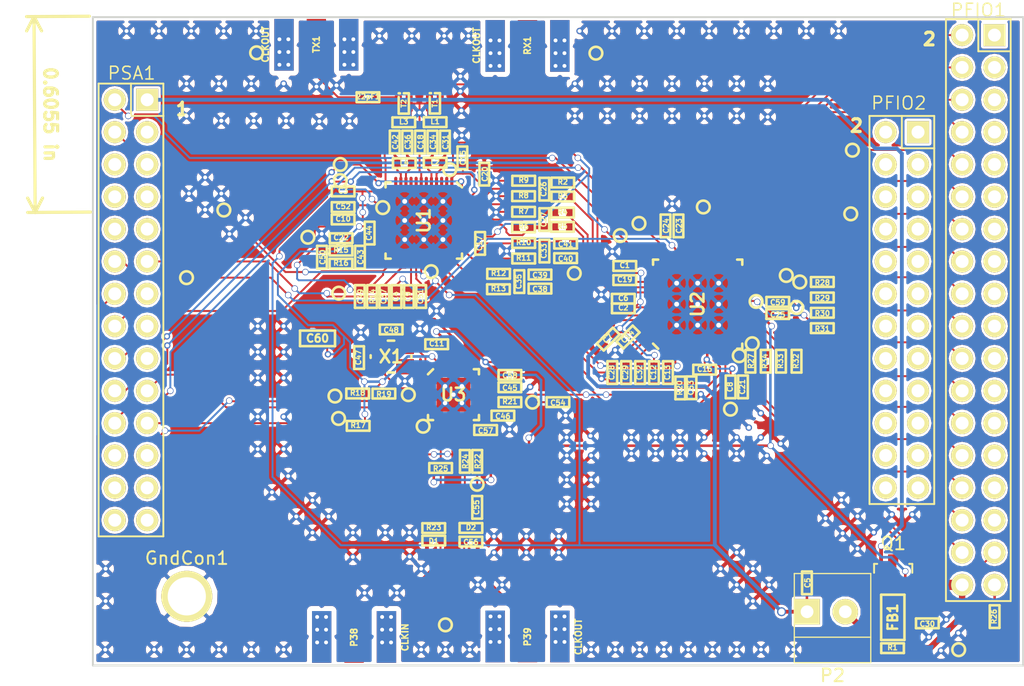
<source format=kicad_pcb>
(kicad_pcb (version 4) (host pcbnew 4.0.0-rc1-stable)
  (layers (0 F.Cu signal) (1 Inner2.Cu power hide) (2 Inner1.Cu mixed hide) (31 B.Cu signal) (34 B.Paste user) (35 F.Paste user) (36 B.SilkS user) (37 F.SilkS user) (38 B.Mask user) (39 F.Mask user) (44 Edge.Cuts user))
  (net 0 "")
  (net 1 GND)
  (net 2 TX_IF)
  (net 3 "Net-(22pF1-Pad2)")
  (net 4 VAA)
  (net 5 VCC)
  (net 6 /TXBBQ-)
  (net 7 /TXBBQ+)
  (net 8 /TXBBI+)
  (net 9 /TXBBI-)
  (net 10 /COM)
  (net 11 /REFN)
  (net 12 "Net-(C30-Pad1)")
  (net 13 "Net-(C31-Pad1)")
  (net 14 "Net-(C31-Pad2)")
  (net 15 /REFP)
  (net 16 /IA+)
  (net 17 /IA-)
  (net 18 "Net-(C34-Pad1)")
  (net 19 "Net-(C34-Pad2)")
  (net 20 /QA-)
  (net 21 /QA+)
  (net 22 "Net-(C36-Pad1)")
  (net 23 "Net-(C36-Pad2)")
  (net 24 "Net-(C37-Pad1)")
  (net 25 "Net-(C42-Pad1)")
  (net 26 "Net-(C42-Pad2)")
  (net 27 /CPOUT-)
  (net 28 /CPOUT+)
  (net 29 /XB)
  (net 30 /XA)
  (net 31 /CLK5)
  (net 32 /XTAL2)
  (net 33 "Net-(C50-Pad1)")
  (net 34 "Net-(C50-Pad2)")
  (net 35 SSP1_MISO)
  (net 36 GCK1)
  (net 37 GCK2)
  (net 38 SGPIO_CLK)
  (net 39 CLKOUT)
  (net 40 CLKIN)
  (net 41 "Net-(FB1-Pad1)")
  (net 42 SCL)
  (net 43 SDA)
  (net 44 SSP1_SCK)
  (net 45 SSP1_MOSI)
  (net 46 CS_XCVR)
  (net 47 CS_AD)
  (net 48 TXENABLE)
  (net 49 RXENABLE)
  (net 50 DA0)
  (net 51 DA4)
  (net 52 DA7)
  (net 53 DD0)
  (net 54 DD5)
  (net 55 DD9)
  (net 56 RSSI)
  (net 57 /XCVR_CLKOUT)
  (net 58 /INTR)
  (net 59 "Net-(PFIO1-Pad3)")
  (net 60 DD1)
  (net 61 "Net-(PFIO1-Pad5)")
  (net 62 DD2)
  (net 63 "Net-(PFIO1-Pad7)")
  (net 64 DD3)
  (net 65 "Net-(PFIO1-Pad9)")
  (net 66 DD4)
  (net 67 "Net-(PFIO1-Pad11)")
  (net 68 "Net-(PFIO1-Pad13)")
  (net 69 DD6)
  (net 70 "Net-(PFIO1-Pad15)")
  (net 71 DD7)
  (net 72 "Net-(PFIO1-Pad17)")
  (net 73 DD8)
  (net 74 "Net-(PFIO1-Pad19)")
  (net 75 "Net-(PFIO1-Pad21)")
  (net 76 "Net-(PFIO1-Pad23)")
  (net 77 DA6)
  (net 78 "Net-(PFIO1-Pad25)")
  (net 79 DA5)
  (net 80 "Net-(PFIO1-Pad27)")
  (net 81 "Net-(PFIO1-Pad29)")
  (net 82 DA3)
  (net 83 "Net-(PFIO1-Pad31)")
  (net 84 DA2)
  (net 85 "Net-(PFIO1-Pad33)")
  (net 86 DA1)
  (net 87 "Net-(PFIO1-Pad35)")
  (net 88 "Net-(PFIO2-Pad1)")
  (net 89 "Net-(PFIO2-Pad2)")
  (net 90 "Net-(PFIO2-Pad3)")
  (net 91 "Net-(PFIO2-Pad4)")
  (net 92 "Net-(PFIO2-Pad5)")
  (net 93 "Net-(PFIO2-Pad6)")
  (net 94 "Net-(PFIO2-Pad7)")
  (net 95 "Net-(PFIO2-Pad8)")
  (net 96 "Net-(PFIO2-Pad9)")
  (net 97 "Net-(PFIO2-Pad10)")
  (net 98 "Net-(PFIO2-Pad11)")
  (net 99 "Net-(PFIO2-Pad12)")
  (net 100 "Net-(PFIO2-Pad13)")
  (net 101 "Net-(PFIO2-Pad14)")
  (net 102 "Net-(PFIO2-Pad15)")
  (net 103 "Net-(PFIO2-Pad16)")
  (net 104 "Net-(PFIO2-Pad17)")
  (net 105 "Net-(PFIO2-Pad18)")
  (net 106 "Net-(PFIO2-Pad19)")
  (net 107 "Net-(PFIO2-Pad20)")
  (net 108 "Net-(PFIO2-Pad21)")
  (net 109 "Net-(PFIO2-Pad22)")
  (net 110 "Net-(PFIO2-Pad23)")
  (net 111 "Net-(PFIO2-Pad24)")
  (net 112 !VAA_ENABLE)
  (net 113 "Net-(PSA1-Pad3)")
  (net 114 "Net-(PSA1-Pad5)")
  (net 115 "Net-(PSA1-Pad6)")
  (net 116 "Net-(PSA1-Pad7)")
  (net 117 "Net-(PSA1-Pad8)")
  (net 118 "Net-(PSA1-Pad9)")
  (net 119 "Net-(PSA1-Pad10)")
  (net 120 "Net-(PSA1-Pad13)")
  (net 121 "Net-(PSA1-Pad15)")
  (net 122 XCVR_EN)
  (net 123 "Net-(PSA1-Pad17)")
  (net 124 OEB)
  (net 125 "Net-(PSA1-Pad23)")
  (net 126 "Net-(PSA1-Pad24)")
  (net 127 "Net-(PSA1-Pad25)")
  (net 128 "Net-(PSA1-Pad26)")
  (net 129 "Net-(PSA1-Pad27)")
  (net 130 "Net-(PSA1-Pad28)")
  (net 131 /QD+)
  (net 132 /QD-)
  (net 133 /ID-)
  (net 134 /ID+)
  (net 135 /RXBBI+)
  (net 136 /RXBBI-)
  (net 137 /RXBBQ+)
  (net 138 /RXBBQ-)
  (net 139 /CLK0)
  (net 140 /CLK1)
  (net 141 /CLK2)
  (net 142 /CLK3)
  (net 143 RX_IF)
  (net 144 "Net-(U1-Pad3)")
  (net 145 "Net-(U1-Pad6)")
  (net 146 "Net-(U1-Pad8)")
  (net 147 "Net-(U1-Pad9)")
  (net 148 "Net-(U1-Pad12)")
  (net 149 "Net-(U1-Pad14)")
  (net 150 "Net-(U1-Pad18)")
  (net 151 "Net-(U1-Pad33)")
  (net 152 "Net-(U1-Pad34)")
  (net 153 "Net-(U1-Pad40)")
  (net 154 "Net-(U2-Pad38)")
  (net 155 MCU_CLK)
  (net 156 CLK6)
  (net 157 MIX_CLK)
  (net 158 "Net-(PFIO1-Pad1)")
  (net 159 "Net-(PFIO1-Pad22)")
  (net 160 "Net-(PFIO1-Pad24)")
  (net 161 "Net-(PFIO1-Pad26)")
  (net 162 "Net-(PFIO1-Pad28)")
  (net 163 "Net-(PFIO1-Pad30)")
  (net 164 "Net-(PFIO1-Pad32)")
  (net 165 "Net-(PFIO1-Pad34)")
  (module opendous:1Pin_12mil_VIA (layer F.Cu) (at 67.02 95.915)
    (fp_text reference TH18 hide)
    (fp_text value CONN_1 hide)
    (pad 1 thru_hole circle (at 0 0) (size 0.508 0.508) (drill 0.3048) (layers *.Cu) (net 1 GND))
  )
  (module opendous:1Pin_12mil_VIA (layer F.Cu) (at 43.8 94.89)
    (fp_text reference TH40 hide)
    (fp_text value CONN_1 hide)
    (pad 1 thru_hole circle (at 0 0) (size 0.508 0.508) (drill 0.3048) (layers *.Cu) (net 1 GND))
  )
  (module opendous:1Pin_12mil_VIA (layer F.Cu) (at 44.97 90.77)
    (fp_text reference TH25 hide)
    (fp_text value CONN_1 hide)
    (pad 1 thru_hole circle (at 0 0) (size 0.508 0.508) (drill 0.3048) (layers *.Cu) (net 1 GND))
  )
  (module opendous:1Pin_12mil_VIA (layer F.Cu) (at 46.88 67.775)
    (fp_text reference TH23 hide)
    (fp_text value CONN_1 hide)
    (pad 1 thru_hole circle (at 0 0) (size 0.508 0.508) (drill 0.3048) (layers *.Cu) (net 1 GND))
  )
  (module opendous:1Pin_12mil_VIA (layer F.Cu) (at 44.34 67.775)
    (fp_text reference TH23 hide)
    (fp_text value CONN_1 hide)
    (pad 1 thru_hole circle (at 0 0) (size 0.508 0.508) (drill 0.3048) (layers *.Cu) (net 1 GND))
  )
  (module opendous:1Pin_12mil_VIA (layer F.Cu) (at 41.8 67.775)
    (fp_text reference TH23 hide)
    (fp_text value CONN_1 hide)
    (pad 1 thru_hole circle (at 0 0) (size 0.508 0.508) (drill 0.3048) (layers *.Cu) (net 1 GND))
  )
  (module opendous:1Pin_12mil_VIA (layer F.Cu) (at 48.785 67.775)
    (fp_text reference TH23 hide)
    (fp_text value CONN_1 hide)
    (pad 1 thru_hole circle (at 0 0) (size 0.508 0.508) (drill 0.3048) (layers *.Cu) (net 1 GND))
  )
  (module opendous:1Pin_12mil_VIA (layer F.Cu) (at 45.075 109.62)
    (fp_text reference TH34 hide)
    (fp_text value CONN_1 hide)
    (pad 1 thru_hole circle (at 0 0) (size 0.508 0.508) (drill 0.3048) (layers *.Cu) (net 1 GND))
  )
  (module opendous:1Pin_12mil_VIA (layer F.Cu) (at 40.63 111.525)
    (fp_text reference TH34 hide)
    (fp_text value CONN_1 hide)
    (pad 1 thru_hole circle (at 0 0) (size 0.508 0.508) (drill 0.3048) (layers *.Cu) (net 1 GND))
  )
  (module opendous:1Pin_12mil_VIA (layer F.Cu) (at 43.17 111.525)
    (fp_text reference TH34 hide)
    (fp_text value CONN_1 hide)
    (pad 1 thru_hole circle (at 0 0) (size 0.508 0.508) (drill 0.3048) (layers *.Cu) (net 1 GND))
  )
  (module opendous:1Pin_12mil_VIA (layer F.Cu) (at 49.52 110.89)
    (fp_text reference TH34 hide)
    (fp_text value CONN_1 hide)
    (pad 1 thru_hole circle (at 0 0) (size 0.508 0.508) (drill 0.3048) (layers *.Cu) (net 1 GND))
  )
  (module opendous:1Pin_12mil_VIA (layer F.Cu) (at 51.425 110.89)
    (fp_text reference TH34 hide)
    (fp_text value CONN_1 hide)
    (pad 1 thru_hole circle (at 0 0) (size 0.508 0.508) (drill 0.3048) (layers *.Cu) (net 1 GND))
  )
  (module opendous:1Pin_12mil_VIA (layer F.Cu) (at 33.365 103.615)
    (fp_text reference TH18 hide)
    (fp_text value CONN_1 hide)
    (pad 1 thru_hole circle (at 0 0) (size 0.508 0.508) (drill 0.3048) (layers *.Cu) (net 1 GND))
  )
  (module opendous:1Pin_12mil_VIA (layer F.Cu) (at 34.635 102.345)
    (fp_text reference TH18 hide)
    (fp_text value CONN_1 hide)
    (pad 1 thru_hole circle (at 0 0) (size 0.508 0.508) (drill 0.3048) (layers *.Cu) (net 1 GND))
  )
  (module opendous:1Pin_12mil_VIA (layer F.Cu) (at 35.27 105.52)
    (fp_text reference TH18 hide)
    (fp_text value CONN_1 hide)
    (pad 1 thru_hole circle (at 0 0) (size 0.508 0.508) (drill 0.3048) (layers *.Cu) (net 1 GND))
  )
  (module opendous:1Pin_12mil_VIA (layer F.Cu) (at 36.54 104.25)
    (fp_text reference TH18 hide)
    (fp_text value CONN_1 hide)
    (pad 1 thru_hole circle (at 0 0) (size 0.508 0.508) (drill 0.3048) (layers *.Cu) (net 1 GND))
  )
  (module opendous:1Pin_12mil_VIA (layer F.Cu) (at 36.54 106.79)
    (fp_text reference TH18 hide)
    (fp_text value CONN_1 hide)
    (pad 1 thru_hole circle (at 0 0) (size 0.508 0.508) (drill 0.3048) (layers *.Cu) (net 1 GND))
  )
  (module opendous:1Pin_12mil_VIA (layer F.Cu) (at 37.81 105.52)
    (fp_text reference TH18 hide)
    (fp_text value CONN_1 hide)
    (pad 1 thru_hole circle (at 0 0) (size 0.508 0.508) (drill 0.3048) (layers *.Cu) (net 1 GND))
  )
  (module opendous:1Pin_12mil_VIA (layer F.Cu) (at 39.715 108.695)
    (fp_text reference TH18 hide)
    (fp_text value CONN_1 hide)
    (pad 1 thru_hole circle (at 0 0) (size 0.508 0.508) (drill 0.3048) (layers *.Cu) (net 1 GND))
  )
  (module opendous:1Pin_12mil_VIA (layer F.Cu) (at 39.715 106.79)
    (fp_text reference TH18 hide)
    (fp_text value CONN_1 hide)
    (pad 1 thru_hole circle (at 0 0) (size 0.508 0.508) (drill 0.3048) (layers *.Cu) (net 1 GND))
  )
  (module opendous:1Pin_12mil_VIA (layer F.Cu) (at 42.255 106.79)
    (fp_text reference TH18 hide)
    (fp_text value CONN_1 hide)
    (pad 1 thru_hole circle (at 0 0) (size 0.508 0.508) (drill 0.3048) (layers *.Cu) (net 1 GND))
  )
  (module opendous:1Pin_12mil_VIA (layer F.Cu) (at 56.49 99.31)
    (fp_text reference TH18 hide)
    (fp_text value CONN_1 hide)
    (pad 1 thru_hole circle (at 0 0) (size 0.508 0.508) (drill 0.3048) (layers *.Cu) (net 1 GND))
  )
  (module opendous:1Pin_12mil_VIA (layer F.Cu) (at 61.57 100.58)
    (fp_text reference TH18 hide)
    (fp_text value CONN_1 hide)
    (pad 1 thru_hole circle (at 0 0) (size 0.508 0.508) (drill 0.3048) (layers *.Cu) (net 1 GND))
  )
  (module opendous:1Pin_12mil_VIA (layer F.Cu) (at 61.57 99.31)
    (fp_text reference TH18 hide)
    (fp_text value CONN_1 hide)
    (pad 1 thru_hole circle (at 0 0) (size 0.508 0.508) (drill 0.3048) (layers *.Cu) (net 1 GND))
  )
  (module opendous:1Pin_12mil_VIA (layer F.Cu) (at 63.475 100.58)
    (fp_text reference TH18 hide)
    (fp_text value CONN_1 hide)
    (pad 1 thru_hole circle (at 0 0) (size 0.508 0.508) (drill 0.3048) (layers *.Cu) (net 1 GND))
  )
  (module opendous:1Pin_12mil_VIA (layer F.Cu) (at 63.475 99.31)
    (fp_text reference TH18 hide)
    (fp_text value CONN_1 hide)
    (pad 1 thru_hole circle (at 0 0) (size 0.508 0.508) (drill 0.3048) (layers *.Cu) (net 1 GND))
  )
  (module opendous:1Pin_12mil_VIA (layer F.Cu) (at 65.38 100.58)
    (fp_text reference TH18 hide)
    (fp_text value CONN_1 hide)
    (pad 1 thru_hole circle (at 0 0) (size 0.508 0.508) (drill 0.3048) (layers *.Cu) (net 1 GND))
  )
  (module opendous:1Pin_12mil_VIA (layer F.Cu) (at 65.38 99.31)
    (fp_text reference TH18 hide)
    (fp_text value CONN_1 hide)
    (pad 1 thru_hole circle (at 0 0) (size 0.508 0.508) (drill 0.3048) (layers *.Cu) (net 1 GND))
  )
  (module opendous:1Pin_12mil_VIA (layer F.Cu) (at 67.285 100.58)
    (fp_text reference TH18 hide)
    (fp_text value CONN_1 hide)
    (pad 1 thru_hole circle (at 0 0) (size 0.508 0.508) (drill 0.3048) (layers *.Cu) (net 1 GND))
  )
  (module opendous:1Pin_12mil_VIA (layer F.Cu) (at 69.825 100.58)
    (fp_text reference TH18 hide)
    (fp_text value CONN_1 hide)
    (pad 1 thru_hole circle (at 0 0) (size 0.508 0.508) (drill 0.3048) (layers *.Cu) (net 1 GND))
  )
  (module opendous:1Pin_12mil_VIA (layer F.Cu) (at 67.285 99.31)
    (fp_text reference TH18 hide)
    (fp_text value CONN_1 hide)
    (pad 1 thru_hole circle (at 0 0) (size 0.508 0.508) (drill 0.3048) (layers *.Cu) (net 1 GND))
  )
  (module opendous:1Pin_12mil_VIA (layer F.Cu) (at 69.825 99.31)
    (fp_text reference TH18 hide)
    (fp_text value CONN_1 hide)
    (pad 1 thru_hole circle (at 0 0) (size 0.508 0.508) (drill 0.3048) (layers *.Cu) (net 1 GND))
  )
  (module opendous:1Pin_12mil_VIA (layer F.Cu) (at 71.73 97.405)
    (fp_text reference TH18 hide)
    (fp_text value CONN_1 hide)
    (pad 1 thru_hole circle (at 0 0) (size 0.508 0.508) (drill 0.3048) (layers *.Cu) (net 1 GND))
  )
  (module opendous:1Pin_12mil_VIA (layer F.Cu) (at 71.73 99.31)
    (fp_text reference TH18 hide)
    (fp_text value CONN_1 hide)
    (pad 1 thru_hole circle (at 0 0) (size 0.508 0.508) (drill 0.3048) (layers *.Cu) (net 1 GND))
  )
  (module opendous:1Pin_12mil_VIA (layer F.Cu) (at 78.05 104.23)
    (fp_text reference TH18 hide)
    (fp_text value CONN_1 hide)
    (pad 1 thru_hole circle (at 0 0) (size 0.508 0.508) (drill 0.3048) (layers *.Cu) (net 1 GND))
  )
  (module opendous:1Pin_12mil_VIA (layer F.Cu) (at 79.32 105.5)
    (fp_text reference TH18 hide)
    (fp_text value CONN_1 hide)
    (pad 1 thru_hole circle (at 0 0) (size 0.508 0.508) (drill 0.3048) (layers *.Cu) (net 1 GND))
  )
  (module opendous:1Pin_12mil_VIA (layer F.Cu) (at 80.59 106.77)
    (fp_text reference TH18 hide)
    (fp_text value CONN_1 hide)
    (pad 1 thru_hole circle (at 0 0) (size 0.508 0.508) (drill 0.3048) (layers *.Cu) (net 1 GND))
  )
  (module opendous:1Pin_12mil_VIA (layer F.Cu) (at 34.28 100.222)
    (fp_text reference TH13 hide)
    (fp_text value CONN_1 hide)
    (pad 1 thru_hole circle (at 0 0) (size 0.508 0.508) (drill 0.3048) (layers *.Cu) (net 1 GND))
  )
  (module opendous:1Pin_12mil_VIA (layer F.Cu) (at 32.248 100.222)
    (fp_text reference TH13 hide)
    (fp_text value CONN_1 hide)
    (pad 1 thru_hole circle (at 0 0) (size 0.508 0.508) (drill 0.3048) (layers *.Cu) (net 1 GND))
  )
  (module opendous:1Pin_12mil_VIA (layer F.Cu) (at 34.28 97.682)
    (fp_text reference TH13 hide)
    (fp_text value CONN_1 hide)
    (pad 1 thru_hole circle (at 0 0) (size 0.508 0.508) (drill 0.3048) (layers *.Cu) (net 1 GND))
  )
  (module opendous:1Pin_12mil_VIA (layer F.Cu) (at 32.248 97.682)
    (fp_text reference TH13 hide)
    (fp_text value CONN_1 hide)
    (pad 1 thru_hole circle (at 0 0) (size 0.508 0.508) (drill 0.3048) (layers *.Cu) (net 1 GND))
  )
  (module opendous:1Pin_12mil_VIA (layer F.Cu) (at 32.248 94.634)
    (fp_text reference TH13 hide)
    (fp_text value CONN_1 hide)
    (pad 1 thru_hole circle (at 0 0) (size 0.508 0.508) (drill 0.3048) (layers *.Cu) (net 1 GND))
  )
  (module opendous:1Pin_12mil_VIA (layer F.Cu) (at 34.28 94.634)
    (fp_text reference TH13 hide)
    (fp_text value CONN_1 hide)
    (pad 1 thru_hole circle (at 0 0) (size 0.508 0.508) (drill 0.3048) (layers *.Cu) (net 1 GND))
  )
  (module opendous:1Pin_12mil_VIA (layer F.Cu) (at 34.28 92.602)
    (fp_text reference TH13 hide)
    (fp_text value CONN_1 hide)
    (pad 1 thru_hole circle (at 0 0) (size 0.508 0.508) (drill 0.3048) (layers *.Cu) (net 1 GND))
  )
  (module opendous:1Pin_12mil_VIA (layer F.Cu) (at 32.248 92.602)
    (fp_text reference TH13 hide)
    (fp_text value CONN_1 hide)
    (pad 1 thru_hole circle (at 0 0) (size 0.508 0.508) (drill 0.3048) (layers *.Cu) (net 1 GND))
  )
  (module opendous:1Pin_12mil_VIA (layer F.Cu) (at 44.175 108.665)
    (fp_text reference TH45 hide)
    (fp_text value CONN_1 hide)
    (pad 1 thru_hole circle (at 0 0) (size 0.508 0.508) (drill 0.3048) (layers *.Cu) (net 1 GND))
  )
  (module opendous:1Pin_12mil_VIA (layer F.Cu) (at 30.025 83.33)
    (fp_text reference TH28 hide)
    (fp_text value CONN_1 hide)
    (pad 1 thru_hole circle (at 0 0) (size 0.508 0.508) (drill 0.3048) (layers *.Cu) (net 1 GND))
  )
  (module opendous:1Pin_12mil_VIA (layer F.Cu) (at 28.12 81.425)
    (fp_text reference TH28 hide)
    (fp_text value CONN_1 hide)
    (pad 1 thru_hole circle (at 0 0) (size 0.508 0.508) (drill 0.3048) (layers *.Cu) (net 1 GND))
  )
  (module opendous:1Pin_12mil_VIA (layer F.Cu) (at 31.295 82.06)
    (fp_text reference TH28 hide)
    (fp_text value CONN_1 hide)
    (pad 1 thru_hole circle (at 0 0) (size 0.508 0.508) (drill 0.3048) (layers *.Cu) (net 1 GND))
  )
  (module opendous:1Pin_12mil_VIA (layer F.Cu) (at 29.39 80.155)
    (fp_text reference TH28 hide)
    (fp_text value CONN_1 hide)
    (pad 1 thru_hole circle (at 0 0) (size 0.508 0.508) (drill 0.3048) (layers *.Cu) (net 1 GND))
  )
  (module opendous:1Pin_12mil_VIA (layer F.Cu) (at 28.12 81.425)
    (fp_text reference TH28 hide)
    (fp_text value CONN_1 hide)
    (pad 1 thru_hole circle (at 0 0) (size 0.508 0.508) (drill 0.3048) (layers *.Cu) (net 1 GND))
  )
  (module opendous:1Pin_12mil_VIA (layer F.Cu) (at 26.85 80.155)
    (fp_text reference TH28 hide)
    (fp_text value CONN_1 hide)
    (pad 1 thru_hole circle (at 0 0) (size 0.508 0.508) (drill 0.3048) (layers *.Cu) (net 1 GND))
  )
  (module opendous:1Pin_12mil_VIA (layer F.Cu) (at 28.12 78.885)
    (fp_text reference TH28 hide)
    (fp_text value CONN_1 hide)
    (pad 1 thru_hole circle (at 0 0) (size 0.508 0.508) (drill 0.3048) (layers *.Cu) (net 1 GND))
  )
  (module opendous:1Pin_12mil_VIA (layer F.Cu) (at 48.15 70.95)
    (fp_text reference TH23 hide)
    (fp_text value CONN_1 hide)
    (pad 1 thru_hole circle (at 0 0) (size 0.508 0.508) (drill 0.3048) (layers *.Cu) (net 1 GND))
  )
  (module opendous:1Pin_12mil_VIA (layer F.Cu) (at 48.15 72.13)
    (fp_text reference TH23 hide)
    (fp_text value CONN_1 hide)
    (pad 1 thru_hole circle (at 0 0) (size 0.508 0.508) (drill 0.3048) (layers *.Cu) (net 1 GND))
  )
  (module opendous:1Pin_12mil_VIA (layer F.Cu) (at 48.23 73.64)
    (fp_text reference TH23 hide)
    (fp_text value CONN_1 hide)
    (pad 1 thru_hole circle (at 0 0) (size 0.508 0.508) (drill 0.3048) (layers *.Cu) (net 1 GND))
  )
  (module opendous:1Pin_12mil_VIA (layer F.Cu) (at 38.43 71.66)
    (fp_text reference TH30 hide)
    (fp_text value CONN_1 hide)
    (pad 1 thru_hole circle (at 0 0) (size 0.508 0.508) (drill 0.3048) (layers *.Cu) (net 1 GND))
  )
  (module opendous:1Pin_12mil_VIA (layer F.Cu) (at 36.86 71.76)
    (fp_text reference TH30 hide)
    (fp_text value CONN_1 hide)
    (pad 1 thru_hole circle (at 0 0) (size 0.508 0.508) (drill 0.3048) (layers *.Cu) (net 1 GND))
  )
  (module opendous:1Pin_12mil_VIA (layer F.Cu) (at 72.27 74.14)
    (fp_text reference TH151 hide)
    (fp_text value CONN_1 hide)
    (pad 1 thru_hole circle (at 0 0) (size 0.508 0.508) (drill 0.3048) (layers *.Cu) (net 1 GND))
  )
  (module opendous:1Pin_12mil_VIA (layer F.Cu) (at 72.27 71.52)
    (fp_text reference TH151 hide)
    (fp_text value CONN_1 hide)
    (pad 1 thru_hole circle (at 0 0) (size 0.508 0.508) (drill 0.3048) (layers *.Cu) (net 1 GND))
  )
  (module opendous:1Pin_12mil_VIA (layer F.Cu) (at 58.37 99.19)
    (fp_text reference TH34 hide)
    (fp_text value CONN_1 hide)
    (pad 1 thru_hole circle (at 0 0) (size 0.508 0.508) (drill 0.3048) (layers *.Cu) (net 1 GND))
  )
  (module opendous:1Pin_12mil_VIA (layer F.Cu) (at 73.29 99.8)
    (fp_text reference TH18 hide)
    (fp_text value CONN_1 hide)
    (pad 1 thru_hole circle (at 0 0) (size 0.508 0.508) (drill 0.3048) (layers *.Cu) (net 1 GND))
  )
  (module opendous:1Pin_12mil_VIA (layer F.Cu) (at 72.2 100.75)
    (fp_text reference TH18 hide)
    (fp_text value CONN_1 hide)
    (pad 1 thru_hole circle (at 0 0) (size 0.508 0.508) (drill 0.3048) (layers *.Cu) (net 1 GND))
  )
  (module opendous:1Pin_12mil_VIA (layer F.Cu) (at 76.81 105.66)
    (fp_text reference TH18 hide)
    (fp_text value CONN_1 hide)
    (pad 1 thru_hole circle (at 0 0) (size 0.508 0.508) (drill 0.3048) (layers *.Cu) (net 1 GND))
  )
  (module opendous:1Pin_12mil_VIA (layer F.Cu) (at 78.15 106.84)
    (fp_text reference TH18 hide)
    (fp_text value CONN_1 hide)
    (pad 1 thru_hole circle (at 0 0) (size 0.508 0.508) (drill 0.3048) (layers *.Cu) (net 1 GND))
  )
  (module opendous:1Pin_12mil_VIA (layer F.Cu) (at 86.29 113.61)
    (fp_text reference TH18 hide)
    (fp_text value CONN_1 hide)
    (pad 1 thru_hole circle (at 0 0) (size 0.508 0.508) (drill 0.3048) (layers *.Cu) (net 1 GND))
  )
  (module opendous:1Pin_12mil_VIA (layer F.Cu) (at 84.92 114.99)
    (fp_text reference TH18 hide)
    (fp_text value CONN_1 hide)
    (pad 1 thru_hole circle (at 0 0) (size 0.508 0.508) (drill 0.3048) (layers *.Cu) (net 1 GND))
  )
  (module opendous:1Pin_12mil_VIA (layer F.Cu) (at 85.87 116.05)
    (fp_text reference TH18 hide)
    (fp_text value CONN_1 hide)
    (pad 1 thru_hole circle (at 0 0) (size 0.508 0.508) (drill 0.3048) (layers *.Cu) (net 1 GND))
  )
  (module opendous:1Pin_12mil_VIA (layer F.Cu) (at 87.23 114.67)
    (fp_text reference TH18 hide)
    (fp_text value CONN_1 hide)
    (pad 1 thru_hole circle (at 0 0) (size 0.508 0.508) (drill 0.3048) (layers *.Cu) (net 1 GND))
  )
  (module opendous:1Pin_12mil_VIA (layer F.Cu) (at 82.01 105.36)
    (fp_text reference TH18 hide)
    (fp_text value CONN_1 hide)
    (pad 1 thru_hole circle (at 0 0) (size 0.508 0.508) (drill 0.3048) (layers *.Cu) (net 1 GND))
  )
  (module opendous:1Pin_12mil_VIA (layer F.Cu) (at 83.61 105.36)
    (fp_text reference TH18 hide)
    (fp_text value CONN_1 hide)
    (pad 1 thru_hole circle (at 0 0) (size 0.508 0.508) (drill 0.3048) (layers *.Cu) (net 1 GND))
  )
  (module opendous:1Pin_12mil_VIA (layer F.Cu) (at 34.28 90.57)
    (fp_text reference TH40 hide)
    (fp_text value CONN_1 hide)
    (pad 1 thru_hole circle (at 0 0) (size 0.508 0.508) (drill 0.3048) (layers *.Cu) (net 1 GND))
  )
  (module opendous:1Pin_12mil_VIA (layer F.Cu) (at 56.505 100.73)
    (fp_text reference TH34 hide)
    (fp_text value CONN_1 hide)
    (pad 1 thru_hole circle (at 0 0) (size 0.508 0.508) (drill 0.3048) (layers *.Cu) (net 1 GND))
  )
  (module opendous:1Pin_12mil_VIA (layer F.Cu) (at 58.41 100.73)
    (fp_text reference TH34 hide)
    (fp_text value CONN_1 hide)
    (pad 1 thru_hole circle (at 0 0) (size 0.508 0.508) (drill 0.3048) (layers *.Cu) (net 1 GND))
  )
  (module opendous:1Pin_12mil_VIA (layer F.Cu) (at 56.505 102.635)
    (fp_text reference TH34 hide)
    (fp_text value CONN_1 hide)
    (pad 1 thru_hole circle (at 0 0) (size 0.508 0.508) (drill 0.3048) (layers *.Cu) (net 1 GND))
  )
  (module opendous:1Pin_12mil_VIA (layer F.Cu) (at 58.41 102.635)
    (fp_text reference TH34 hide)
    (fp_text value CONN_1 hide)
    (pad 1 thru_hole circle (at 0 0) (size 0.508 0.508) (drill 0.3048) (layers *.Cu) (net 1 GND))
  )
  (module opendous:1Pin_12mil_VIA (layer F.Cu) (at 58.41 104.54)
    (fp_text reference TH34 hide)
    (fp_text value CONN_1 hide)
    (pad 1 thru_hole circle (at 0 0) (size 0.508 0.508) (drill 0.3048) (layers *.Cu) (net 1 GND))
  )
  (module opendous:1Pin_12mil_VIA (layer F.Cu) (at 56.505 104.54)
    (fp_text reference TH34 hide)
    (fp_text value CONN_1 hide)
    (pad 1 thru_hole circle (at 0 0) (size 0.508 0.508) (drill 0.3048) (layers *.Cu) (net 1 GND))
  )
  (module opendous:1Pin_12mil_VIA (layer F.Cu) (at 55.87 107.08)
    (fp_text reference TH34 hide)
    (fp_text value CONN_1 hide)
    (pad 1 thru_hole circle (at 0 0) (size 0.508 0.508) (drill 0.3048) (layers *.Cu) (net 1 GND))
  )
  (module opendous:1Pin_12mil_VIA (layer F.Cu) (at 53.33 107.08)
    (fp_text reference TH34 hide)
    (fp_text value CONN_1 hide)
    (pad 1 thru_hole circle (at 0 0) (size 0.508 0.508) (drill 0.3048) (layers *.Cu) (net 1 GND))
  )
  (module opendous:1Pin_12mil_VIA (layer F.Cu) (at 50.79 107.08)
    (fp_text reference TH34 hide)
    (fp_text value CONN_1 hide)
    (pad 1 thru_hole circle (at 0 0) (size 0.508 0.508) (drill 0.3048) (layers *.Cu) (net 1 GND))
  )
  (module opendous:1Pin_12mil_VIA (layer F.Cu) (at 55.87 108.35)
    (fp_text reference TH34 hide)
    (fp_text value CONN_1 hide)
    (pad 1 thru_hole circle (at 0 0) (size 0.508 0.508) (drill 0.3048) (layers *.Cu) (net 1 GND))
  )
  (module opendous:1Pin_12mil_VIA (layer F.Cu) (at 53.33 108.35)
    (fp_text reference TH34 hide)
    (fp_text value CONN_1 hide)
    (pad 1 thru_hole circle (at 0 0) (size 0.508 0.508) (drill 0.3048) (layers *.Cu) (net 1 GND))
  )
  (module opendous:1Pin_12mil_VIA (layer F.Cu) (at 50.79 108.35)
    (fp_text reference TH34 hide)
    (fp_text value CONN_1 hide)
    (pad 1 thru_hole circle (at 0 0) (size 0.508 0.508) (drill 0.3048) (layers *.Cu) (net 1 GND))
  )
  (module opendous:1Pin_12mil_VIA (layer F.Cu) (at 69.84 108.35)
    (fp_text reference TH34 hide)
    (fp_text value CONN_1 hide)
    (pad 1 thru_hole circle (at 0 0) (size 0.508 0.508) (drill 0.3048) (layers *.Cu) (net 1 GND))
  )
  (module opendous:1Pin_12mil_VIA (layer F.Cu) (at 71.11 109.62)
    (fp_text reference TH34 hide)
    (fp_text value CONN_1 hide)
    (pad 1 thru_hole circle (at 0 0) (size 0.508 0.508) (drill 0.3048) (layers *.Cu) (net 1 GND))
  )
  (module opendous:1Pin_12mil_VIA (layer F.Cu) (at 72.38 110.89)
    (fp_text reference TH34 hide)
    (fp_text value CONN_1 hide)
    (pad 1 thru_hole circle (at 0 0) (size 0.508 0.508) (drill 0.3048) (layers *.Cu) (net 1 GND))
  )
  (module opendous:1Pin_12mil_VIA (layer F.Cu) (at 69.84 110.89)
    (fp_text reference TH34 hide)
    (fp_text value CONN_1 hide)
    (pad 1 thru_hole circle (at 0 0) (size 0.508 0.508) (drill 0.3048) (layers *.Cu) (net 1 GND))
  )
  (module opendous:1Pin_12mil_VIA (layer F.Cu) (at 68.57 109.62)
    (fp_text reference TH34 hide)
    (fp_text value CONN_1 hide)
    (pad 1 thru_hole circle (at 0 0) (size 0.508 0.508) (drill 0.3048) (layers *.Cu) (net 1 GND))
  )
  (module opendous:1Pin_12mil_VIA (layer F.Cu) (at 71.11 112.16)
    (fp_text reference TH34 hide)
    (fp_text value CONN_1 hide)
    (pad 1 thru_hole circle (at 0 0) (size 0.508 0.508) (drill 0.3048) (layers *.Cu) (net 1 GND))
  )
  (module opendous:1Pin_12mil_VIA (layer F.Cu) (at 20.28 115.98)
    (fp_text reference TH45 hide)
    (fp_text value CONN_1 hide)
    (pad 1 thru_hole circle (at 0 0) (size 0.508 0.508) (drill 0.3048) (layers *.Cu) (net 1 GND))
  )
  (module opendous:1Pin_12mil_VIA (layer F.Cu) (at 69.84 74.06)
    (fp_text reference TH151 hide)
    (fp_text value CONN_1 hide)
    (pad 1 thru_hole circle (at 0 0) (size 0.508 0.508) (drill 0.3048) (layers *.Cu) (net 1 GND))
  )
  (module opendous:1Pin_12mil_VIA (layer F.Cu) (at 69.84 71.52)
    (fp_text reference TH151 hide)
    (fp_text value CONN_1 hide)
    (pad 1 thru_hole circle (at 0 0) (size 0.508 0.508) (drill 0.3048) (layers *.Cu) (net 1 GND))
  )
  (module opendous:1Pin_12mil_VIA (layer F.Cu) (at 67.3 74.06)
    (fp_text reference TH151 hide)
    (fp_text value CONN_1 hide)
    (pad 1 thru_hole circle (at 0 0) (size 0.508 0.508) (drill 0.3048) (layers *.Cu) (net 1 GND))
  )
  (module opendous:1Pin_12mil_VIA (layer F.Cu) (at 67.3 71.52)
    (fp_text reference TH151 hide)
    (fp_text value CONN_1 hide)
    (pad 1 thru_hole circle (at 0 0) (size 0.508 0.508) (drill 0.3048) (layers *.Cu) (net 1 GND))
  )
  (module opendous:1Pin_12mil_VIA (layer F.Cu) (at 64.76 74.06)
    (fp_text reference TH151 hide)
    (fp_text value CONN_1 hide)
    (pad 1 thru_hole circle (at 0 0) (size 0.508 0.508) (drill 0.3048) (layers *.Cu) (net 1 GND))
  )
  (module opendous:1Pin_12mil_VIA (layer F.Cu) (at 64.76 71.52)
    (fp_text reference TH151 hide)
    (fp_text value CONN_1 hide)
    (pad 1 thru_hole circle (at 0 0) (size 0.508 0.508) (drill 0.3048) (layers *.Cu) (net 1 GND))
  )
  (module opendous:1Pin_12mil_VIA (layer F.Cu) (at 56.41 97.59)
    (fp_text reference TH1 hide)
    (fp_text value CONN_1 hide)
    (pad 1 thru_hole circle (at 0 0) (size 0.508 0.508) (drill 0.3048) (layers *.Cu) (net 1 GND))
  )
  (module opendous:1Pin_12mil_VIA (layer F.Cu) (at 59.23 94.7)
    (fp_text reference TH41 hide)
    (fp_text value CONN_1 hide)
    (pad 1 thru_hole circle (at 0 0) (size 0.508 0.508) (drill 0.3048) (layers *.Cu) (net 1 GND))
  )
  (module opendous:1Pin_12mil_VIA (layer F.Cu) (at 79.32 108.04)
    (fp_text reference TH18 hide)
    (fp_text value CONN_1 hide)
    (pad 1 thru_hole circle (at 0 0) (size 0.508 0.508) (drill 0.3048) (layers *.Cu) (net 1 GND))
  )
  (module opendous:1Pin_12mil_VIA (layer F.Cu) (at 59.68 71.52)
    (fp_text reference TH41 hide)
    (fp_text value CONN_1 hide)
    (pad 1 thru_hole circle (at 0 0) (size 0.508 0.508) (drill 0.3048) (layers *.Cu) (net 1 GND))
  )
  (module opendous:1Pin_12mil_VIA (layer F.Cu) (at 31.93 74.44)
    (fp_text reference TH40 hide)
    (fp_text value CONN_1 hide)
    (pad 1 thru_hole circle (at 0 0) (size 0.508 0.508) (drill 0.3048) (layers *.Cu) (net 1 GND))
  )
  (module opendous:1Pin_12mil_VIA (layer F.Cu) (at 29.39 74.44)
    (fp_text reference TH28 hide)
    (fp_text value CONN_1 hide)
    (pad 1 thru_hole circle (at 0 0) (size 0.508 0.508) (drill 0.3048) (layers *.Cu) (net 1 GND))
  )
  (module opendous:1Pin_12mil_VIA (layer F.Cu) (at 26.66 71.52)
    (fp_text reference TH17 hide)
    (fp_text value CONN_1 hide)
    (pad 1 thru_hole circle (at 0 0) (size 0.508 0.508) (drill 0.3048) (layers *.Cu) (net 1 GND))
  )
  (module opendous:1Pin_12mil_VIA (layer F.Cu) (at 39.45 74.46)
    (fp_text reference TH17 hide)
    (fp_text value CONN_1 hide)
    (pad 1 thru_hole circle (at 0 0) (size 0.508 0.508) (drill 0.3048) (layers *.Cu) (net 1 GND))
  )
  (module opendous:1Pin_12mil_VIA (layer F.Cu) (at 39.45 74.46)
    (fp_text reference TH17 hide)
    (fp_text value CONN_1 hide)
    (pad 1 thru_hole circle (at 0 0) (size 0.508 0.508) (drill 0.3048) (layers *.Cu) (net 1 GND))
  )
  (module opendous:1Pin_12mil_VIA (layer F.Cu) (at 26.66 74.06)
    (fp_text reference TH17 hide)
    (fp_text value CONN_1 hide)
    (pad 1 thru_hole circle (at 0 0) (size 0.508 0.508) (drill 0.3048) (layers *.Cu) (net 1 GND))
  )
  (module opendous:1Pin_12mil_VIA (layer F.Cu) (at 29.39 74.44)
    (fp_text reference TH28 hide)
    (fp_text value CONN_1 hide)
    (pad 1 thru_hole circle (at 0 0) (size 0.508 0.508) (drill 0.3048) (layers *.Cu) (net 1 GND))
  )
  (module opendous:1Pin_12mil_VIA (layer F.Cu) (at 31.93 74.44)
    (fp_text reference TH40 hide)
    (fp_text value CONN_1 hide)
    (pad 1 thru_hole circle (at 0 0) (size 0.508 0.508) (drill 0.3048) (layers *.Cu) (net 1 GND))
  )
  (module opendous:1Pin_12mil_VIA (layer F.Cu) (at 34.47 74.44)
    (fp_text reference TH41 hide)
    (fp_text value CONN_1 hide)
    (pad 1 thru_hole circle (at 0 0) (size 0.508 0.508) (drill 0.3048) (layers *.Cu) (net 1 GND))
  )
  (module opendous:1Pin_12mil_VIA (layer F.Cu) (at 34.47 74.44)
    (fp_text reference TH41 hide)
    (fp_text value CONN_1 hide)
    (pad 1 thru_hole circle (at 0 0) (size 0.508 0.508) (drill 0.3048) (layers *.Cu) (net 1 GND))
  )
  (module opendous:1Pin_12mil_VIA (layer F.Cu) (at 31.93 74.44)
    (fp_text reference TH40 hide)
    (fp_text value CONN_1 hide)
    (pad 1 thru_hole circle (at 0 0) (size 0.508 0.508) (drill 0.3048) (layers *.Cu) (net 1 GND))
  )
  (module opendous:1Pin_12mil_VIA (layer F.Cu) (at 29.39 74.44)
    (fp_text reference TH28 hide)
    (fp_text value CONN_1 hide)
    (pad 1 thru_hole circle (at 0 0) (size 0.508 0.508) (drill 0.3048) (layers *.Cu) (net 1 GND))
  )
  (module opendous:1Pin_12mil_VIA (layer F.Cu) (at 37.08 74.49)
    (fp_text reference TH17 hide)
    (fp_text value CONN_1 hide)
    (pad 1 thru_hole circle (at 0 0) (size 0.508 0.508) (drill 0.3048) (layers *.Cu) (net 1 GND))
  )
  (module opendous:1Pin_12mil_VIA (layer F.Cu) (at 39.45 74.46)
    (fp_text reference TH17 hide)
    (fp_text value CONN_1 hide)
    (pad 1 thru_hole circle (at 0 0) (size 0.508 0.508) (drill 0.3048) (layers *.Cu) (net 1 GND))
  )
  (module opendous:1Pin_12mil_VIA (layer F.Cu) (at 62.22 71.52)
    (fp_text reference TH151 hide)
    (fp_text value CONN_1 hide)
    (pad 1 thru_hole circle (at 0 0) (size 0.508 0.508) (drill 0.3048) (layers *.Cu) (net 1 GND))
  )
  (module opendous:1Pin_12mil_VIA (layer F.Cu) (at 62.22 74.06)
    (fp_text reference TH141 hide)
    (fp_text value CONN_1 hide)
    (pad 1 thru_hole circle (at 0 0) (size 0.508 0.508) (drill 0.3048) (layers *.Cu) (net 1 GND))
  )
  (module opendous:1Pin_12mil_VIA (layer F.Cu) (at 59.68 74.06)
    (fp_text reference TH131 hide)
    (fp_text value CONN_1 hide)
    (pad 1 thru_hole circle (at 0 0) (size 0.508 0.508) (drill 0.3048) (layers *.Cu) (net 1 GND))
  )
  (module opendous:1Pin_12mil_VIA (layer F.Cu) (at 57.14 74.06)
    (fp_text reference TH121 hide)
    (fp_text value CONN_1 hide)
    (pad 1 thru_hole circle (at 0 0) (size 0.508 0.508) (drill 0.3048) (layers *.Cu) (net 1 GND))
  )
  (module opendous:1Pin_12mil_VIA (layer F.Cu) (at 57.14 71.52)
    (fp_text reference TH111 hide)
    (fp_text value CONN_1 hide)
    (pad 1 thru_hole circle (at 0 0) (size 0.508 0.508) (drill 0.3048) (layers *.Cu) (net 1 GND))
  )
  (module opendous:1Pin_12mil_VIA (layer F.Cu) (at 39.45 74.46)
    (fp_text reference TH17 hide)
    (fp_text value CONN_1 hide)
    (pad 1 thru_hole circle (at 0 0) (size 0.508 0.508) (drill 0.3048) (layers *.Cu) (net 1 GND))
  )
  (module opendous:1Pin_12mil_VIA (layer F.Cu) (at 53.63 95.34)
    (fp_text reference TH41 hide)
    (fp_text value CONN_1 hide)
    (pad 1 thru_hole circle (at 0 0) (size 0.508 0.508) (drill 0.3048) (layers *.Cu) (net 1 GND))
  )
  (module opendous:1Pin_12mil_VIA (layer F.Cu) (at 51.79 84.67)
    (fp_text reference TH41 hide)
    (fp_text value CONN_1 hide)
    (pad 1 thru_hole circle (at 0 0) (size 0.508 0.508) (drill 0.3048) (layers *.Cu) (net 1 GND))
  )
  (module opendous:1Pin_12mil_VIA (layer F.Cu) (at 70.79 98.54)
    (fp_text reference TH40 hide)
    (fp_text value CONN_1 hide)
    (pad 1 thru_hole circle (at 0 0) (size 0.508 0.508) (drill 0.3048) (layers *.Cu) (net 1 GND))
  )
  (module opendous:1Pin_12mil_VIA (layer F.Cu) (at 50.95 81.63)
    (fp_text reference TH25 hide)
    (fp_text value CONN_1 hide)
    (pad 1 thru_hole circle (at 0 0) (size 0.508 0.508) (drill 0.3048) (layers *.Cu) (net 1 GND))
  )
  (module opendous:1Pin_12mil_VIA (layer F.Cu) (at 50.94 79.13)
    (fp_text reference TH23 hide)
    (fp_text value CONN_1 hide)
    (pad 1 thru_hole circle (at 0 0) (size 0.508 0.508) (drill 0.3048) (layers *.Cu) (net 1 GND))
  )
  (module opendous:1Pin_12mil_VIA (layer F.Cu) (at 50.95 80.35)
    (fp_text reference TH23 hide)
    (fp_text value CONN_1 hide)
    (pad 1 thru_hole circle (at 0 0) (size 0.508 0.508) (drill 0.3048) (layers *.Cu) (net 1 GND))
  )
  (module opendous:1Pin_12mil_VIA (layer F.Cu) (at 46.28 89.38)
    (fp_text reference TH25 hide)
    (fp_text value CONN_1 hide)
    (pad 1 thru_hole circle (at 0 0) (size 0.508 0.508) (drill 0.3048) (layers *.Cu) (net 1 GND))
  )
  (module opendous:1Pin_12mil_VIA (layer F.Cu) (at 60.07 84.71)
    (fp_text reference TH40 hide)
    (fp_text value CONN_1 hide)
    (pad 1 thru_hole circle (at 0 0) (size 0.508 0.508) (drill 0.3048) (layers *.Cu) (net 1 GND))
  )
  (module opendous:1Pin_12mil_VIA (layer F.Cu) (at 59.21 88.09)
    (fp_text reference TH41 hide)
    (fp_text value CONN_1 hide)
    (pad 1 thru_hole circle (at 0 0) (size 0.508 0.508) (drill 0.3048) (layers *.Cu) (net 1 GND))
  )
  (module opendous:1Pin_12mil_VIA (layer F.Cu) (at 60.3 92.45)
    (fp_text reference TH41 hide)
    (fp_text value CONN_1 hide)
    (pad 1 thru_hole circle (at 0 0) (size 0.508 0.508) (drill 0.3048) (layers *.Cu) (net 1 GND))
  )
  (module opendous:1Pin_12mil_VIA (layer F.Cu) (at 40.34 91.07)
    (fp_text reference TH40 hide)
    (fp_text value CONN_1 hide)
    (pad 1 thru_hole circle (at 0 0) (size 0.508 0.508) (drill 0.3048) (layers *.Cu) (net 1 GND))
  )
  (module opendous:1Pin_12mil_VIA (layer F.Cu) (at 44.948 73.806)
    (fp_text reference TH25 hide)
    (fp_text value CONN_1 hide)
    (pad 1 thru_hole circle (at 0 0) (size 0.508 0.508) (drill 0.3048) (layers *.Cu) (net 1 GND))
  )
  (module opendous:1Pin_12mil_VIA (layer F.Cu) (at 74.51 89.14)
    (fp_text reference TH23 hide)
    (fp_text value CONN_1 hide)
    (pad 1 thru_hole circle (at 0 0) (size 0.508 0.508) (drill 0.3048) (layers *.Cu) (net 1 GND))
  )
  (module Socket_Strips:Socket_Strip_Straight_2x18 (layer F.Cu) (at 88.8 89.3 90)
    (fp_text reference PFIO1 (at 23.55 0.01 180) (layer F.SilkS) (effects (font (thickness 0.12))))
    (fp_text value CONN_02X18 hide)
    (pad 1 thru_hole rect (at 21.59 1.27 270) (size 1.7272 1.7272) (drill 1.016) (layers *.Cu *.Mask F.SilkS) (net 158 "Net-(PFIO1-Pad1)"))
    (pad 2 thru_hole oval (at 21.59 -1.27 270) (size 1.7272 1.7272) (drill 1.016) (layers *.Cu *.Mask F.SilkS) (net 55 DD9))
    (pad 3 thru_hole oval (at 19.05 1.27 270) (size 1.7272 1.7272) (drill 1.016) (layers *.Cu *.Mask F.SilkS) (net 59 "Net-(PFIO1-Pad3)"))
    (pad 4 thru_hole oval (at 19.05 -1.27 270) (size 1.7272 1.7272) (drill 1.016) (layers *.Cu *.Mask F.SilkS) (net 73 DD8))
    (pad 5 thru_hole oval (at 16.51 1.27 270) (size 1.7272 1.7272) (drill 1.016) (layers *.Cu *.Mask F.SilkS) (net 61 "Net-(PFIO1-Pad5)"))
    (pad 6 thru_hole oval (at 16.51 -1.27 270) (size 1.7272 1.7272) (drill 1.016) (layers *.Cu *.Mask F.SilkS) (net 71 DD7))
    (pad 7 thru_hole oval (at 13.97 1.27 270) (size 1.7272 1.7272) (drill 1.016) (layers *.Cu *.Mask F.SilkS) (net 63 "Net-(PFIO1-Pad7)"))
    (pad 8 thru_hole oval (at 13.97 -1.27 270) (size 1.7272 1.7272) (drill 1.016) (layers *.Cu *.Mask F.SilkS) (net 69 DD6))
    (pad 9 thru_hole oval (at 11.43 1.27 270) (size 1.7272 1.7272) (drill 1.016) (layers *.Cu *.Mask F.SilkS) (net 65 "Net-(PFIO1-Pad9)"))
    (pad 10 thru_hole oval (at 11.43 -1.27 270) (size 1.7272 1.7272) (drill 1.016) (layers *.Cu *.Mask F.SilkS) (net 54 DD5))
    (pad 11 thru_hole oval (at 8.89 1.27 270) (size 1.7272 1.7272) (drill 1.016) (layers *.Cu *.Mask F.SilkS) (net 67 "Net-(PFIO1-Pad11)"))
    (pad 12 thru_hole oval (at 8.89 -1.27 270) (size 1.7272 1.7272) (drill 1.016) (layers *.Cu *.Mask F.SilkS) (net 66 DD4))
    (pad 13 thru_hole oval (at 6.35 1.27 270) (size 1.7272 1.7272) (drill 1.016) (layers *.Cu *.Mask F.SilkS) (net 68 "Net-(PFIO1-Pad13)"))
    (pad 14 thru_hole oval (at 6.35 -1.27 270) (size 1.7272 1.7272) (drill 1.016) (layers *.Cu *.Mask F.SilkS) (net 64 DD3))
    (pad 15 thru_hole oval (at 3.81 1.27 270) (size 1.7272 1.7272) (drill 1.016) (layers *.Cu *.Mask F.SilkS) (net 70 "Net-(PFIO1-Pad15)"))
    (pad 16 thru_hole oval (at 3.81 -1.27 270) (size 1.7272 1.7272) (drill 1.016) (layers *.Cu *.Mask F.SilkS) (net 62 DD2))
    (pad 17 thru_hole oval (at 1.27 1.27 270) (size 1.7272 1.7272) (drill 1.016) (layers *.Cu *.Mask F.SilkS) (net 72 "Net-(PFIO1-Pad17)"))
    (pad 18 thru_hole oval (at 1.27 -1.27 270) (size 1.7272 1.7272) (drill 1.016) (layers *.Cu *.Mask F.SilkS) (net 60 DD1))
    (pad 19 thru_hole oval (at -1.27 1.27 270) (size 1.7272 1.7272) (drill 1.016) (layers *.Cu *.Mask F.SilkS) (net 74 "Net-(PFIO1-Pad19)"))
    (pad 20 thru_hole oval (at -1.27 -1.27 270) (size 1.7272 1.7272) (drill 1.016) (layers *.Cu *.Mask F.SilkS) (net 53 DD0))
    (pad 21 thru_hole oval (at -3.81 1.27 270) (size 1.7272 1.7272) (drill 1.016) (layers *.Cu *.Mask F.SilkS) (net 75 "Net-(PFIO1-Pad21)"))
    (pad 22 thru_hole oval (at -3.81 -1.27 270) (size 1.7272 1.7272) (drill 1.016) (layers *.Cu *.Mask F.SilkS) (net 159 "Net-(PFIO1-Pad22)"))
    (pad 23 thru_hole oval (at -6.35 1.27 270) (size 1.7272 1.7272) (drill 1.016) (layers *.Cu *.Mask F.SilkS) (net 76 "Net-(PFIO1-Pad23)"))
    (pad 24 thru_hole oval (at -6.35 -1.27 270) (size 1.7272 1.7272) (drill 1.016) (layers *.Cu *.Mask F.SilkS) (net 160 "Net-(PFIO1-Pad24)"))
    (pad 25 thru_hole oval (at -8.89 1.27 270) (size 1.7272 1.7272) (drill 1.016) (layers *.Cu *.Mask F.SilkS) (net 78 "Net-(PFIO1-Pad25)"))
    (pad 26 thru_hole oval (at -8.89 -1.27 270) (size 1.7272 1.7272) (drill 1.016) (layers *.Cu *.Mask F.SilkS) (net 161 "Net-(PFIO1-Pad26)"))
    (pad 27 thru_hole oval (at -11.43 1.27 270) (size 1.7272 1.7272) (drill 1.016) (layers *.Cu *.Mask F.SilkS) (net 80 "Net-(PFIO1-Pad27)"))
    (pad 28 thru_hole oval (at -11.43 -1.27 270) (size 1.7272 1.7272) (drill 1.016) (layers *.Cu *.Mask F.SilkS) (net 162 "Net-(PFIO1-Pad28)"))
    (pad 29 thru_hole oval (at -13.97 1.27 270) (size 1.7272 1.7272) (drill 1.016) (layers *.Cu *.Mask F.SilkS) (net 81 "Net-(PFIO1-Pad29)"))
    (pad 30 thru_hole oval (at -13.97 -1.27 270) (size 1.7272 1.7272) (drill 1.016) (layers *.Cu *.Mask F.SilkS) (net 163 "Net-(PFIO1-Pad30)"))
    (pad 31 thru_hole oval (at -16.51 1.27 270) (size 1.7272 1.7272) (drill 1.016) (layers *.Cu *.Mask F.SilkS) (net 83 "Net-(PFIO1-Pad31)"))
    (pad 32 thru_hole oval (at -16.51 -1.27 270) (size 1.7272 1.7272) (drill 1.016) (layers *.Cu *.Mask F.SilkS) (net 164 "Net-(PFIO1-Pad32)"))
    (pad 33 thru_hole oval (at -19.05 1.27 270) (size 1.7272 1.7272) (drill 1.016) (layers *.Cu *.Mask F.SilkS) (net 85 "Net-(PFIO1-Pad33)"))
    (pad 34 thru_hole oval (at -19.05 -1.27 270) (size 1.7272 1.7272) (drill 1.016) (layers *.Cu *.Mask F.SilkS) (net 165 "Net-(PFIO1-Pad34)"))
    (pad 35 thru_hole oval (at -21.59 1.27 270) (size 1.7272 1.7272) (drill 1.016) (layers *.Cu *.Mask F.SilkS) (net 87 "Net-(PFIO1-Pad35)"))
    (pad 36 thru_hole oval (at -21.59 -1.27 270) (size 1.7272 1.7272) (drill 1.016) (layers *.Cu *.Mask F.SilkS) (net 5 VCC))
  )
  (module Socket_Strips:Socket_Strip_Straight_2x12 (layer F.Cu) (at 82.8 89.3 90)
    (fp_text reference PFIO2 (at 16.25 -0.24 180) (layer F.SilkS) (effects (font (thickness 0.12))))
    (fp_text value CONN_02X12 hide)
    (pad 1 thru_hole rect (at 13.97 1.27 270) (size 1.7272 1.7272) (drill 1.016) (layers *.Cu *.Mask F.SilkS) (net 88 "Net-(PFIO2-Pad1)"))
    (pad 2 thru_hole oval (at 13.97 -1.27 270) (size 1.7272 1.7272) (drill 1.016) (layers *.Cu *.Mask F.SilkS) (net 89 "Net-(PFIO2-Pad2)"))
    (pad 3 thru_hole oval (at 11.43 1.27 270) (size 1.7272 1.7272) (drill 1.016) (layers *.Cu *.Mask F.SilkS) (net 90 "Net-(PFIO2-Pad3)"))
    (pad 4 thru_hole oval (at 11.43 -1.27 270) (size 1.7272 1.7272) (drill 1.016) (layers *.Cu *.Mask F.SilkS) (net 91 "Net-(PFIO2-Pad4)"))
    (pad 5 thru_hole oval (at 8.89 1.27 270) (size 1.7272 1.7272) (drill 1.016) (layers *.Cu *.Mask F.SilkS) (net 92 "Net-(PFIO2-Pad5)"))
    (pad 6 thru_hole oval (at 8.89 -1.27 270) (size 1.7272 1.7272) (drill 1.016) (layers *.Cu *.Mask F.SilkS) (net 93 "Net-(PFIO2-Pad6)"))
    (pad 7 thru_hole oval (at 6.35 1.27 270) (size 1.7272 1.7272) (drill 1.016) (layers *.Cu *.Mask F.SilkS) (net 94 "Net-(PFIO2-Pad7)"))
    (pad 8 thru_hole oval (at 6.35 -1.27 270) (size 1.7272 1.7272) (drill 1.016) (layers *.Cu *.Mask F.SilkS) (net 95 "Net-(PFIO2-Pad8)"))
    (pad 9 thru_hole oval (at 3.81 1.27 270) (size 1.7272 1.7272) (drill 1.016) (layers *.Cu *.Mask F.SilkS) (net 96 "Net-(PFIO2-Pad9)"))
    (pad 10 thru_hole oval (at 3.81 -1.27 270) (size 1.7272 1.7272) (drill 1.016) (layers *.Cu *.Mask F.SilkS) (net 97 "Net-(PFIO2-Pad10)"))
    (pad 11 thru_hole oval (at 1.27 1.27 270) (size 1.7272 1.7272) (drill 1.016) (layers *.Cu *.Mask F.SilkS) (net 98 "Net-(PFIO2-Pad11)"))
    (pad 12 thru_hole oval (at 1.27 -1.27 270) (size 1.7272 1.7272) (drill 1.016) (layers *.Cu *.Mask F.SilkS) (net 99 "Net-(PFIO2-Pad12)"))
    (pad 13 thru_hole oval (at -1.27 1.27 270) (size 1.7272 1.7272) (drill 1.016) (layers *.Cu *.Mask F.SilkS) (net 100 "Net-(PFIO2-Pad13)"))
    (pad 14 thru_hole oval (at -1.27 -1.27 270) (size 1.7272 1.7272) (drill 1.016) (layers *.Cu *.Mask F.SilkS) (net 101 "Net-(PFIO2-Pad14)"))
    (pad 15 thru_hole oval (at -3.81 1.27 270) (size 1.7272 1.7272) (drill 1.016) (layers *.Cu *.Mask F.SilkS) (net 102 "Net-(PFIO2-Pad15)"))
    (pad 16 thru_hole oval (at -3.81 -1.27 270) (size 1.7272 1.7272) (drill 1.016) (layers *.Cu *.Mask F.SilkS) (net 103 "Net-(PFIO2-Pad16)"))
    (pad 17 thru_hole oval (at -6.35 1.27 270) (size 1.7272 1.7272) (drill 1.016) (layers *.Cu *.Mask F.SilkS) (net 104 "Net-(PFIO2-Pad17)"))
    (pad 18 thru_hole oval (at -6.35 -1.27 270) (size 1.7272 1.7272) (drill 1.016) (layers *.Cu *.Mask F.SilkS) (net 105 "Net-(PFIO2-Pad18)"))
    (pad 19 thru_hole oval (at -8.89 1.27 270) (size 1.7272 1.7272) (drill 1.016) (layers *.Cu *.Mask F.SilkS) (net 106 "Net-(PFIO2-Pad19)"))
    (pad 20 thru_hole oval (at -8.89 -1.27 270) (size 1.7272 1.7272) (drill 1.016) (layers *.Cu *.Mask F.SilkS) (net 107 "Net-(PFIO2-Pad20)"))
    (pad 21 thru_hole oval (at -11.43 1.27 270) (size 1.7272 1.7272) (drill 1.016) (layers *.Cu *.Mask F.SilkS) (net 108 "Net-(PFIO2-Pad21)"))
    (pad 22 thru_hole oval (at -11.43 -1.27 270) (size 1.7272 1.7272) (drill 1.016) (layers *.Cu *.Mask F.SilkS) (net 109 "Net-(PFIO2-Pad22)"))
    (pad 23 thru_hole oval (at -13.97 1.27 270) (size 1.7272 1.7272) (drill 1.016) (layers *.Cu *.Mask F.SilkS) (net 110 "Net-(PFIO2-Pad23)"))
    (pad 24 thru_hole oval (at -13.97 -1.27 270) (size 1.7272 1.7272) (drill 1.016) (layers *.Cu *.Mask F.SilkS) (net 111 "Net-(PFIO2-Pad24)"))
  )
  (module Socket_Strips:Socket_Strip_Straight_2x14 (layer F.Cu) (at 22.3 89.3 90)
    (fp_text reference PSA1 (at 18.6 0.05 180) (layer F.SilkS) (effects (font (thickness 0.12))))
    (fp_text value CONN_02X14 hide)
    (pad 1 thru_hole rect (at 16.51 1.27 270) (size 1.7272 1.7272) (drill 1.016) (layers *.Cu *.Mask F.SilkS) (net 112 !VAA_ENABLE))
    (pad 2 thru_hole oval (at 16.51 -1.27 270) (size 1.7272 1.7272) (drill 1.016) (layers *.Cu *.Mask F.SilkS) (net 47 CS_AD))
    (pad 3 thru_hole oval (at 13.97 1.27 270) (size 1.7272 1.7272) (drill 1.016) (layers *.Cu *.Mask F.SilkS) (net 113 "Net-(PSA1-Pad3)"))
    (pad 4 thru_hole oval (at 13.97 -1.27 270) (size 1.7272 1.7272) (drill 1.016) (layers *.Cu *.Mask F.SilkS) (net 46 CS_XCVR))
    (pad 5 thru_hole oval (at 11.43 1.27 270) (size 1.7272 1.7272) (drill 1.016) (layers *.Cu *.Mask F.SilkS) (net 114 "Net-(PSA1-Pad5)"))
    (pad 6 thru_hole oval (at 11.43 -1.27 270) (size 1.7272 1.7272) (drill 1.016) (layers *.Cu *.Mask F.SilkS) (net 115 "Net-(PSA1-Pad6)"))
    (pad 7 thru_hole oval (at 8.89 1.27 270) (size 1.7272 1.7272) (drill 1.016) (layers *.Cu *.Mask F.SilkS) (net 116 "Net-(PSA1-Pad7)"))
    (pad 8 thru_hole oval (at 8.89 -1.27 270) (size 1.7272 1.7272) (drill 1.016) (layers *.Cu *.Mask F.SilkS) (net 117 "Net-(PSA1-Pad8)"))
    (pad 9 thru_hole oval (at 6.35 1.27 270) (size 1.7272 1.7272) (drill 1.016) (layers *.Cu *.Mask F.SilkS) (net 118 "Net-(PSA1-Pad9)"))
    (pad 10 thru_hole oval (at 6.35 -1.27 270) (size 1.7272 1.7272) (drill 1.016) (layers *.Cu *.Mask F.SilkS) (net 119 "Net-(PSA1-Pad10)"))
    (pad 11 thru_hole oval (at 3.81 1.27 270) (size 1.7272 1.7272) (drill 1.016) (layers *.Cu *.Mask F.SilkS) (net 35 SSP1_MISO))
    (pad 12 thru_hole oval (at 3.81 -1.27 270) (size 1.7272 1.7272) (drill 1.016) (layers *.Cu *.Mask F.SilkS) (net 45 SSP1_MOSI))
    (pad 13 thru_hole oval (at 1.27 1.27 270) (size 1.7272 1.7272) (drill 1.016) (layers *.Cu *.Mask F.SilkS) (net 120 "Net-(PSA1-Pad13)"))
    (pad 14 thru_hole oval (at 1.27 -1.27 270) (size 1.7272 1.7272) (drill 1.016) (layers *.Cu *.Mask F.SilkS) (net 42 SCL))
    (pad 15 thru_hole oval (at -1.27 1.27 270) (size 1.7272 1.7272) (drill 1.016) (layers *.Cu *.Mask F.SilkS) (net 121 "Net-(PSA1-Pad15)"))
    (pad 16 thru_hole oval (at -1.27 -1.27 270) (size 1.7272 1.7272) (drill 1.016) (layers *.Cu *.Mask F.SilkS) (net 122 XCVR_EN))
    (pad 17 thru_hole oval (at -3.81 1.27 270) (size 1.7272 1.7272) (drill 1.016) (layers *.Cu *.Mask F.SilkS) (net 123 "Net-(PSA1-Pad17)"))
    (pad 18 thru_hole oval (at -3.81 -1.27 270) (size 1.7272 1.7272) (drill 1.016) (layers *.Cu *.Mask F.SilkS) (net 49 RXENABLE))
    (pad 19 thru_hole oval (at -6.35 1.27 270) (size 1.7272 1.7272) (drill 1.016) (layers *.Cu *.Mask F.SilkS) (net 43 SDA))
    (pad 20 thru_hole oval (at -6.35 -1.27 270) (size 1.7272 1.7272) (drill 1.016) (layers *.Cu *.Mask F.SilkS) (net 48 TXENABLE))
    (pad 21 thru_hole oval (at -8.89 1.27 270) (size 1.7272 1.7272) (drill 1.016) (layers *.Cu *.Mask F.SilkS) (net 124 OEB))
    (pad 22 thru_hole oval (at -8.89 -1.27 270) (size 1.7272 1.7272) (drill 1.016) (layers *.Cu *.Mask F.SilkS) (net 44 SSP1_SCK))
    (pad 23 thru_hole oval (at -11.43 1.27 270) (size 1.7272 1.7272) (drill 1.016) (layers *.Cu *.Mask F.SilkS) (net 125 "Net-(PSA1-Pad23)"))
    (pad 24 thru_hole oval (at -11.43 -1.27 270) (size 1.7272 1.7272) (drill 1.016) (layers *.Cu *.Mask F.SilkS) (net 126 "Net-(PSA1-Pad24)"))
    (pad 25 thru_hole oval (at -13.97 1.27 270) (size 1.7272 1.7272) (drill 1.016) (layers *.Cu *.Mask F.SilkS) (net 127 "Net-(PSA1-Pad25)"))
    (pad 26 thru_hole oval (at -13.97 -1.27 270) (size 1.7272 1.7272) (drill 1.016) (layers *.Cu *.Mask F.SilkS) (net 128 "Net-(PSA1-Pad26)"))
    (pad 27 thru_hole oval (at -16.51 1.27 270) (size 1.7272 1.7272) (drill 1.016) (layers *.Cu *.Mask F.SilkS) (net 129 "Net-(PSA1-Pad27)"))
    (pad 28 thru_hole oval (at -16.51 -1.27 270) (size 1.7272 1.7272) (drill 1.016) (layers *.Cu *.Mask F.SilkS) (net 130 "Net-(PSA1-Pad28)"))
  )
  (module opendous:1Pin_12mil_VIA (layer F.Cu) (at 52.01 98.67)
    (fp_text reference TH1 hide)
    (fp_text value CONN_1 hide)
    (pad 1 thru_hole circle (at 0 0) (size 0.508 0.508) (drill 0.3048) (layers *.Cu) (net 1 GND))
  )
  (module opendous:1Pin_12mil_VIA (layer F.Cu) (at 71.745 115.97)
    (fp_text reference TH2 hide)
    (fp_text value CONN_1 hide)
    (pad 1 thru_hole circle (at 0 0) (size 0.508 0.508) (drill 0.3048) (layers *.Cu) (net 1 GND))
  )
  (module opendous:1Pin_12mil_VIA (layer F.Cu) (at 60.315 115.97)
    (fp_text reference TH3 hide)
    (fp_text value CONN_1 hide)
    (pad 1 thru_hole circle (at 0 0) (size 0.508 0.508) (drill 0.3048) (layers *.Cu) (net 1 GND))
  )
  (module opendous:1Pin_12mil_VIA (layer F.Cu) (at 45.075 115.97)
    (fp_text reference TH4 hide)
    (fp_text value CONN_1 hide)
    (pad 1 thru_hole circle (at 0 0) (size 0.508 0.508) (drill 0.3048) (layers *.Cu) (net 1 GND))
  )
  (module opendous:1Pin_12mil_VIA (layer F.Cu) (at 66.03 115.97)
    (fp_text reference TH5 hide)
    (fp_text value CONN_1 hide)
    (pad 1 thru_hole circle (at 0 0) (size 0.508 0.508) (drill 0.3048) (layers *.Cu) (net 1 GND))
  )
  (module opendous:1Pin_12mil_VIA (layer F.Cu) (at 29.2 115.97)
    (fp_text reference TH6 hide)
    (fp_text value CONN_1 hide)
    (pad 1 thru_hole circle (at 0 0) (size 0.508 0.508) (drill 0.3048) (layers *.Cu) (net 1 GND))
  )
  (module opendous:1Pin_12mil_VIA (layer F.Cu) (at 48.885 115.97)
    (fp_text reference TH7 hide)
    (fp_text value CONN_1 hide)
    (pad 1 thru_hole circle (at 0 0) (size 0.508 0.508) (drill 0.3048) (layers *.Cu) (net 1 GND))
  )
  (module opendous:1Pin_12mil_VIA (layer F.Cu) (at 20.31 109.62)
    (fp_text reference TH8 hide)
    (fp_text value CONN_1 hide)
    (pad 1 thru_hole circle (at 0 0) (size 0.508 0.508) (drill 0.3048) (layers *.Cu) (net 1 GND))
  )
  (module opendous:1Pin_12mil_VIA (layer F.Cu) (at 64.125 115.97)
    (fp_text reference TH9 hide)
    (fp_text value CONN_1 hide)
    (pad 1 thru_hole circle (at 0 0) (size 0.508 0.508) (drill 0.3048) (layers *.Cu) (net 1 GND))
  )
  (module opendous:1Pin_12mil_VIA (layer F.Cu) (at 67.935 115.97)
    (fp_text reference TH10 hide)
    (fp_text value CONN_1 hide)
    (pad 1 thru_hole circle (at 0 0) (size 0.508 0.508) (drill 0.3048) (layers *.Cu) (net 1 GND))
  )
  (module opendous:1Pin_12mil_VIA (layer F.Cu) (at 34.28 115.97)
    (fp_text reference TH11 hide)
    (fp_text value CONN_1 hide)
    (pad 1 thru_hole circle (at 0 0) (size 0.508 0.508) (drill 0.3048) (layers *.Cu) (net 1 GND))
  )
  (module opendous:1Pin_12mil_VIA (layer F.Cu) (at 24.12 115.97)
    (fp_text reference TH12 hide)
    (fp_text value CONN_1 hide)
    (pad 1 thru_hole circle (at 0 0) (size 0.508 0.508) (drill 0.3048) (layers *.Cu) (net 1 GND))
  )
  (module opendous:1Pin_12mil_VIA (layer F.Cu) (at 32.248 90.57)
    (fp_text reference TH13 hide)
    (fp_text value CONN_1 hide)
    (pad 1 thru_hole circle (at 0 0) (size 0.508 0.508) (drill 0.3048) (layers *.Cu) (net 1 GND))
  )
  (module opendous:1Pin_12mil_VIA (layer F.Cu) (at 62.22 115.97)
    (fp_text reference TH14 hide)
    (fp_text value CONN_1 hide)
    (pad 1 thru_hole circle (at 0 0) (size 0.508 0.508) (drill 0.3048) (layers *.Cu) (net 1 GND))
  )
  (module opendous:1Pin_12mil_VIA (layer F.Cu) (at 26.66 115.97)
    (fp_text reference TH15 hide)
    (fp_text value CONN_1 hide)
    (pad 1 thru_hole circle (at 0 0) (size 0.508 0.508) (drill 0.3048) (layers *.Cu) (net 1 GND))
  )
  (module opendous:1Pin_12mil_VIA (layer F.Cu) (at 46.98 115.97)
    (fp_text reference TH16 hide)
    (fp_text value CONN_1 hide)
    (pad 1 thru_hole circle (at 0 0) (size 0.508 0.508) (drill 0.3048) (layers *.Cu) (net 1 GND))
  )
  (module opendous:1Pin_12mil_VIA (layer F.Cu) (at 37.08 74.49)
    (fp_text reference TH17 hide)
    (fp_text value CONN_1 hide)
    (pad 1 thru_hole circle (at 0 0) (size 0.508 0.508) (drill 0.3048) (layers *.Cu) (net 1 GND))
  )
  (module opendous:1Pin_12mil_VIA (layer F.Cu) (at 44.16 106.79)
    (fp_text reference TH18 hide)
    (fp_text value CONN_1 hide)
    (pad 1 thru_hole circle (at 0 0) (size 0.508 0.508) (drill 0.3048) (layers *.Cu) (net 1 GND))
  )
  (module opendous:1Pin_12mil_VIA (layer F.Cu) (at 31.74 115.97)
    (fp_text reference TH19 hide)
    (fp_text value CONN_1 hide)
    (pad 1 thru_hole circle (at 0 0) (size 0.508 0.508) (drill 0.3048) (layers *.Cu) (net 1 GND))
  )
  (module opendous:1Pin_12mil_VIA (layer F.Cu) (at 74.285 115.97)
    (fp_text reference TH20 hide)
    (fp_text value CONN_1 hide)
    (pad 1 thru_hole circle (at 0 0) (size 0.508 0.508) (drill 0.3048) (layers *.Cu) (net 1 GND))
  )
  (module opendous:1Pin_12mil_VIA (layer F.Cu) (at 21.95 67.39)
    (fp_text reference TH21 hide)
    (fp_text value CONN_1 hide)
    (pad 1 thru_hole circle (at 0 0) (size 0.508 0.508) (drill 0.3048) (layers *.Cu) (net 1 GND))
  )
  (module opendous:1Pin_12mil_VIA (layer F.Cu) (at 27.03 67.39)
    (fp_text reference TH22 hide)
    (fp_text value CONN_1 hide)
    (pad 1 thru_hole circle (at 0 0) (size 0.508 0.508) (drill 0.3048) (layers *.Cu) (net 1 GND))
  )
  (module opendous:1Pin_12mil_VIA (layer F.Cu) (at 48.26 75.59)
    (fp_text reference TH23 hide)
    (fp_text value CONN_1 hide)
    (pad 1 thru_hole circle (at 0 0) (size 0.508 0.508) (drill 0.3048) (layers *.Cu) (net 1 GND))
  )
  (module opendous:1Pin_12mil_VIA (layer F.Cu) (at 29.57 67.39)
    (fp_text reference TH24 hide)
    (fp_text value CONN_1 hide)
    (pad 1 thru_hole circle (at 0 0) (size 0.508 0.508) (drill 0.3048) (layers *.Cu) (net 1 GND))
  )
  (module opendous:1Pin_12mil_VIA (layer F.Cu) (at 64.77 80.95)
    (fp_text reference TH25 hide)
    (fp_text value CONN_1 hide)
    (pad 1 thru_hole circle (at 0 0) (size 0.508 0.508) (drill 0.3048) (layers *.Cu) (net 1 GND))
  )
  (module opendous:1Pin_12mil_VIA (layer F.Cu) (at 37.27 83.32)
    (fp_text reference TH26 hide)
    (fp_text value CONN_1 hide)
    (pad 1 thru_hole circle (at 0 0) (size 0.508 0.508) (drill 0.3048) (layers *.Cu) (net 1 GND))
  )
  (module opendous:1Pin_12mil_VIA (layer F.Cu) (at 32.11 67.39)
    (fp_text reference TH27 hide)
    (fp_text value CONN_1 hide)
    (pad 1 thru_hole circle (at 0 0) (size 0.508 0.508) (drill 0.3048) (layers *.Cu) (net 1 GND))
  )
  (module opendous:1Pin_12mil_VIA (layer F.Cu) (at 29.39 74.44)
    (fp_text reference TH28 hide)
    (fp_text value CONN_1 hide)
    (pad 1 thru_hole circle (at 0 0) (size 0.508 0.508) (drill 0.3048) (layers *.Cu) (net 1 GND))
  )
  (module opendous:1Pin_12mil_VIA (layer F.Cu) (at 31.74 71.52)
    (fp_text reference TH29 hide)
    (fp_text value CONN_1 hide)
    (pad 1 thru_hole circle (at 0 0) (size 0.508 0.508) (drill 0.3048) (layers *.Cu) (net 1 GND))
  )
  (module opendous:1Pin_12mil_VIA (layer F.Cu) (at 34.28 71.52)
    (fp_text reference TH30 hide)
    (fp_text value CONN_1 hide)
    (pad 1 thru_hole circle (at 0 0) (size 0.508 0.508) (drill 0.3048) (layers *.Cu) (net 1 GND))
  )
  (module opendous:1Pin_12mil_VIA (layer F.Cu) (at 58.41 115.97)
    (fp_text reference TH33 hide)
    (fp_text value CONN_1 hide)
    (pad 1 thru_hole circle (at 0 0) (size 0.508 0.508) (drill 0.3048) (layers *.Cu) (net 1 GND))
  )
  (module opendous:1Pin_12mil_VIA (layer F.Cu) (at 69.84 115.97)
    (fp_text reference TH34 hide)
    (fp_text value CONN_1 hide)
    (pad 1 thru_hole circle (at 0 0) (size 0.508 0.508) (drill 0.3048) (layers *.Cu) (net 1 GND))
  )
  (module opendous:1Pin_12mil_VIA (layer F.Cu) (at 20.31 112.16)
    (fp_text reference TH35 hide)
    (fp_text value CONN_1 hide)
    (pad 1 thru_hole circle (at 0 0) (size 0.508 0.508) (drill 0.3048) (layers *.Cu) (net 1 GND))
  )
  (module opendous:1Pin_12mil_VIA (layer F.Cu) (at 29.2 71.52)
    (fp_text reference TH38 hide)
    (fp_text value CONN_1 hide)
    (pad 1 thru_hole circle (at 0 0) (size 0.508 0.508) (drill 0.3048) (layers *.Cu) (net 1 GND))
  )
  (module opendous:1Pin_12mil_VIA (layer F.Cu) (at 24.49 67.39)
    (fp_text reference TH39 hide)
    (fp_text value CONN_1 hide)
    (pad 1 thru_hole circle (at 0 0) (size 0.508 0.508) (drill 0.3048) (layers *.Cu) (net 1 GND))
  )
  (module opendous:1Pin_12mil_VIA (layer F.Cu) (at 31.93 74.44)
    (fp_text reference TH40 hide)
    (fp_text value CONN_1 hide)
    (pad 1 thru_hole circle (at 0 0) (size 0.508 0.508) (drill 0.3048) (layers *.Cu) (net 1 GND))
  )
  (module opendous:1Pin_12mil_VIA (layer F.Cu) (at 34.47 74.44)
    (fp_text reference TH41 hide)
    (fp_text value CONN_1 hide)
    (pad 1 thru_hole circle (at 0 0) (size 0.508 0.508) (drill 0.3048) (layers *.Cu) (net 1 GND))
  )
  (module opendous:1Pin_12mil_VIA (layer F.Cu) (at 57.51 67.39)
    (fp_text reference TH42 hide)
    (fp_text value CONN_1 hide)
    (pad 1 thru_hole circle (at 0 0) (size 0.508 0.508) (drill 0.3048) (layers *.Cu) (net 1 GND))
  )
  (module opendous:1Pin_12mil_VIA (layer F.Cu) (at 60.05 67.39)
    (fp_text reference TH43 hide)
    (fp_text value CONN_1 hide)
    (pad 1 thru_hole circle (at 0 0) (size 0.508 0.508) (drill 0.3048) (layers *.Cu) (net 1 GND))
  )
  (module opendous:1Pin_12mil_VIA (layer F.Cu) (at 65.13 67.39)
    (fp_text reference TH44 hide)
    (fp_text value CONN_1 hide)
    (pad 1 thru_hole circle (at 0 0) (size 0.508 0.508) (drill 0.3048) (layers *.Cu) (net 1 GND))
  )
  (module opendous:1Pin_12mil_VIA (layer F.Cu) (at 62.59 67.39)
    (fp_text reference TH45 hide)
    (fp_text value CONN_1 hide)
    (pad 1 thru_hole circle (at 0 0) (size 0.508 0.508) (drill 0.3048) (layers *.Cu) (net 1 GND))
  )
  (module opendous:1Pin_12mil_VIA (layer F.Cu) (at 67.67 67.39)
    (fp_text reference TH46 hide)
    (fp_text value CONN_1 hide)
    (pad 1 thru_hole circle (at 0 0) (size 0.508 0.508) (drill 0.3048) (layers *.Cu) (net 1 GND))
  )
  (module opendous:1Pin_12mil_VIA (layer F.Cu) (at 70.21 67.39)
    (fp_text reference TH47 hide)
    (fp_text value CONN_1 hide)
    (pad 1 thru_hole circle (at 0 0) (size 0.508 0.508) (drill 0.3048) (layers *.Cu) (net 1 GND))
  )
  (module opendous:1Pin_12mil_VIA (layer F.Cu) (at 75.29 67.39)
    (fp_text reference TH48 hide)
    (fp_text value CONN_1 hide)
    (pad 1 thru_hole circle (at 0 0) (size 0.508 0.508) (drill 0.3048) (layers *.Cu) (net 1 GND))
  )
  (module opendous:1Pin_12mil_VIA (layer F.Cu) (at 72.75 67.39)
    (fp_text reference TH49 hide)
    (fp_text value CONN_1 hide)
    (pad 1 thru_hole circle (at 0 0) (size 0.508 0.508) (drill 0.3048) (layers *.Cu) (net 1 GND))
  )
  (module opendous:1Pin_12mil_VIA (layer F.Cu) (at 77.83 67.39)
    (fp_text reference TH50 hide)
    (fp_text value CONN_1 hide)
    (pad 1 thru_hole circle (at 0 0) (size 0.508 0.508) (drill 0.3048) (layers *.Cu) (net 1 GND))
  )
  (module kicad1:SOT-23mos (layer F.Cu) (at 82.12 109.89)
    (fp_text reference Q1 (at 0 -2.25) (layer F.SilkS))
    (fp_text value MOSFET_P)
    (pad G smd rect (at -0.95 1.00076) (size 0.8001 0.8001) (layers F.Cu F.Paste F.Mask) (net 112 !VAA_ENABLE))
    (pad S smd rect (at 0.95 1.00076) (size 0.8001 0.8001) (layers F.Cu F.Paste F.Mask) (net 5 VCC))
    (pad D smd rect (at 0 -0.99822) (size 0.8001 0.8001) (layers F.Cu F.Paste F.Mask) (net 41 "Net-(FB1-Pad1)"))
  )
  (module hackrf1:GSG-SMA-EDGE (layer F.Cu) (at 53.42 66.53 270)
    (fp_text reference RX1 (at 1.99898 0 270) (layer F.SilkS) (effects (font (size 0.50038 0.50038) (thickness 0.12446))))
    (fp_text value CLKOUT (at 1.99898 4.0005 270) (layer F.SilkS) (effects (font (size 0.50038 0.50038) (thickness 0.12446))))
    (pad 1 smd rect (at 2.032 0 270) (size 4.064 1.524) (layers F.Cu F.Mask) (net 143 RX_IF))
    (pad 2 smd rect (at 2.032 -2.54 270) (size 4.064 1.524) (layers F.Cu F.Mask) (net 1 GND))
    (pad 2 smd rect (at 2.032 2.54 270) (size 4.064 1.524) (layers B.Cu B.Mask) (net 1 GND))
    (pad 2 smd rect (at 2.032 -2.54 270) (size 4.064 1.524) (layers B.Cu B.Mask) (net 1 GND))
    (pad 2 smd rect (at 2.032 2.54 270) (size 4.064 1.524) (layers F.Cu F.Mask) (net 1 GND))
    (pad 2 thru_hole circle (at 3.6 -2.2 270) (size 0.762 0.762) (drill 0.3048) (layers *.Cu *.Mask) (net 1 GND))
    (pad 2 thru_hole circle (at 3.6 -2.9 270) (size 0.762 0.762) (drill 0.3048) (layers *.Cu *.Mask) (net 1 GND))
    (pad 2 thru_hole circle (at 2.6 -2.2 270) (size 0.762 0.762) (drill 0.3048) (layers *.Cu *.Mask) (net 1 GND))
    (pad 2 thru_hole circle (at 1.6 -2.2 270) (size 0.762 0.762) (drill 0.3048) (layers *.Cu *.Mask) (net 1 GND))
    (pad 2 thru_hole circle (at 1.6 -2.9 270) (size 0.762 0.762) (drill 0.3048) (layers *.Cu *.Mask) (net 1 GND))
    (pad 2 thru_hole circle (at 2.6 -2.9 270) (size 0.762 0.762) (drill 0.3048) (layers *.Cu *.Mask) (net 1 GND))
    (pad 2 thru_hole circle (at 3.6 2.2 270) (size 0.762 0.762) (drill 0.3048) (layers *.Cu *.Mask) (net 1 GND))
    (pad 2 thru_hole circle (at 2.6 2.2 270) (size 0.762 0.762) (drill 0.3048) (layers *.Cu *.Mask) (net 1 GND))
    (pad 2 thru_hole circle (at 1.6 2.2 270) (size 0.762 0.762) (drill 0.3048) (layers *.Cu *.Mask) (net 1 GND))
    (pad 2 thru_hole circle (at 1.6 2.9 270) (size 0.762 0.762) (drill 0.3048) (layers *.Cu *.Mask) (net 1 GND))
    (pad 2 thru_hole circle (at 2.6 2.9 270) (size 0.762 0.762) (drill 0.3048) (layers *.Cu *.Mask) (net 1 GND))
    (pad 2 thru_hole circle (at 3.6 2.9 270) (size 0.762 0.762) (drill 0.3048) (layers *.Cu *.Mask) (net 1 GND))
  )
  (module hackrf1:GSG-2500BL14M100 (layer F.Cu) (at 46.15 73.07 270)
    (fp_text reference T1 (at 0 0 270) (layer F.SilkS) (effects (font (size 0.381 0.381) (thickness 0.09652))))
    (fp_text value RX_BALUN hide)
    (pad 1 smd rect (at -0.50038 0.42418 270) (size 0.24892 0.55118) (layers F.Cu F.Paste F.Mask) (net 143 RX_IF))
    (pad 2 smd rect (at 0 0.42418 270) (size 0.24892 0.55118) (layers F.Cu F.Paste F.Mask) (net 1 GND))
    (pad 3 smd rect (at 0.50038 0.42418 270) (size 0.24892 0.55118) (layers F.Cu F.Paste F.Mask) (net 19 "Net-(C34-Pad2)"))
    (pad 4 smd rect (at 0.50038 -0.42418 270) (size 0.24892 0.55118) (layers F.Cu F.Paste F.Mask) (net 14 "Net-(C31-Pad2)"))
    (pad 5 smd rect (at 0 -0.42418 270) (size 0.24892 0.55118) (layers F.Cu F.Paste F.Mask) (net 1 GND))
    (pad 6 smd rect (at -0.50038 -0.42418 270) (size 0.24892 0.55118) (layers F.Cu F.Paste F.Mask))
  )
  (module hackrf1:GSG-2500BL14M100 (layer F.Cu) (at 43.71 73.08 270)
    (fp_text reference T2 (at 0 0 270) (layer F.SilkS) (effects (font (size 0.381 0.381) (thickness 0.09652))))
    (fp_text value TX_BALUN hide)
    (pad 1 smd rect (at -0.50038 0.42418 270) (size 0.24892 0.55118) (layers F.Cu F.Paste F.Mask) (net 2 TX_IF))
    (pad 2 smd rect (at 0 0.42418 270) (size 0.24892 0.55118) (layers F.Cu F.Paste F.Mask) (net 1 GND))
    (pad 3 smd rect (at 0.50038 0.42418 270) (size 0.24892 0.55118) (layers F.Cu F.Paste F.Mask) (net 26 "Net-(C42-Pad2)"))
    (pad 4 smd rect (at 0.50038 -0.42418 270) (size 0.24892 0.55118) (layers F.Cu F.Paste F.Mask) (net 23 "Net-(C36-Pad2)"))
    (pad 5 smd rect (at 0 -0.42418 270) (size 0.24892 0.55118) (layers F.Cu F.Paste F.Mask) (net 1 GND))
    (pad 6 smd rect (at -0.50038 -0.42418 270) (size 0.24892 0.55118) (layers F.Cu F.Paste F.Mask))
  )
  (module hackrf1:GSG-SMA-EDGE (layer F.Cu) (at 36.85 66.44 270)
    (fp_text reference TX1 (at 1.99898 0 270) (layer F.SilkS) (effects (font (size 0.50038 0.50038) (thickness 0.12446))))
    (fp_text value CLKOUT (at 1.99898 4.0005 270) (layer F.SilkS) (effects (font (size 0.50038 0.50038) (thickness 0.12446))))
    (pad 1 smd rect (at 2.032 0 270) (size 4.064 1.524) (layers F.Cu F.Mask) (net 3 "Net-(22pF1-Pad2)"))
    (pad 2 smd rect (at 2.032 -2.54 270) (size 4.064 1.524) (layers F.Cu F.Mask) (net 1 GND))
    (pad 2 smd rect (at 2.032 2.54 270) (size 4.064 1.524) (layers B.Cu B.Mask) (net 1 GND))
    (pad 2 smd rect (at 2.032 -2.54 270) (size 4.064 1.524) (layers B.Cu B.Mask) (net 1 GND))
    (pad 2 smd rect (at 2.032 2.54 270) (size 4.064 1.524) (layers F.Cu F.Mask) (net 1 GND))
    (pad 2 thru_hole circle (at 3.6 -2.2 270) (size 0.762 0.762) (drill 0.3048) (layers *.Cu *.Mask) (net 1 GND))
    (pad 2 thru_hole circle (at 3.6 -2.9 270) (size 0.762 0.762) (drill 0.3048) (layers *.Cu *.Mask) (net 1 GND))
    (pad 2 thru_hole circle (at 2.6 -2.2 270) (size 0.762 0.762) (drill 0.3048) (layers *.Cu *.Mask) (net 1 GND))
    (pad 2 thru_hole circle (at 1.6 -2.2 270) (size 0.762 0.762) (drill 0.3048) (layers *.Cu *.Mask) (net 1 GND))
    (pad 2 thru_hole circle (at 1.6 -2.9 270) (size 0.762 0.762) (drill 0.3048) (layers *.Cu *.Mask) (net 1 GND))
    (pad 2 thru_hole circle (at 2.6 -2.9 270) (size 0.762 0.762) (drill 0.3048) (layers *.Cu *.Mask) (net 1 GND))
    (pad 2 thru_hole circle (at 3.6 2.2 270) (size 0.762 0.762) (drill 0.3048) (layers *.Cu *.Mask) (net 1 GND))
    (pad 2 thru_hole circle (at 2.6 2.2 270) (size 0.762 0.762) (drill 0.3048) (layers *.Cu *.Mask) (net 1 GND))
    (pad 2 thru_hole circle (at 1.6 2.2 270) (size 0.762 0.762) (drill 0.3048) (layers *.Cu *.Mask) (net 1 GND))
    (pad 2 thru_hole circle (at 1.6 2.9 270) (size 0.762 0.762) (drill 0.3048) (layers *.Cu *.Mask) (net 1 GND))
    (pad 2 thru_hole circle (at 2.6 2.9 270) (size 0.762 0.762) (drill 0.3048) (layers *.Cu *.Mask) (net 1 GND))
    (pad 2 thru_hole circle (at 3.6 2.9 270) (size 0.762 0.762) (drill 0.3048) (layers *.Cu *.Mask) (net 1 GND))
  )
  (module hackrf1:GSG-QFN48-6 (layer F.Cu) (at 45.28 82.27 270)
    (fp_text reference U1 (at 0 0 270) (layer F.SilkS) (effects (font (size 1.00076 1.00076) (thickness 0.2032))))
    (fp_text value MAX2837 hide)
    (pad 1 smd oval (at -3 -2.2 270) (size 0.87 0.245) (layers F.Cu F.Paste F.Mask) (net 4 VAA))
    (pad 2 smd oval (at -3 -1.8 270) (size 0.87 0.245) (layers F.Cu F.Paste F.Mask) (net 1 GND))
    (pad 3 smd oval (at -3 -1.4 270) (size 0.87 0.245) (layers F.Cu F.Paste F.Mask) (net 144 "Net-(U1-Pad3)"))
    (pad 4 smd oval (at -3 -1 270) (size 0.87 0.245) (layers F.Cu F.Paste F.Mask) (net 13 "Net-(C31-Pad1)"))
    (pad 5 smd oval (at -3 -0.6 270) (size 0.87 0.245) (layers F.Cu F.Paste F.Mask) (net 18 "Net-(C34-Pad1)"))
    (pad 6 smd oval (at -3 -0.2 270) (size 0.87 0.245) (layers F.Cu F.Paste F.Mask) (net 145 "Net-(U1-Pad6)"))
    (pad 7 smd oval (at -3 0.2 270) (size 0.87 0.245) (layers F.Cu F.Paste F.Mask) (net 4 VAA))
    (pad 8 smd oval (at -3 0.6 270) (size 0.87 0.245) (layers F.Cu F.Paste F.Mask) (net 146 "Net-(U1-Pad8)"))
    (pad 9 smd oval (at -3 1 270) (size 0.87 0.245) (layers F.Cu F.Paste F.Mask) (net 147 "Net-(U1-Pad9)"))
    (pad 10 smd oval (at -3 1.4 270) (size 0.87 0.245) (layers F.Cu F.Paste F.Mask) (net 22 "Net-(C36-Pad1)"))
    (pad 11 smd oval (at -3 1.8 270) (size 0.87 0.245) (layers F.Cu F.Paste F.Mask) (net 25 "Net-(C42-Pad1)"))
    (pad 12 smd oval (at -3 2.2 270) (size 0.87 0.245) (layers F.Cu F.Paste F.Mask) (net 148 "Net-(U1-Pad12)"))
    (pad 13 smd oval (at -2.2 3) (size 0.87 0.245) (layers F.Cu F.Paste F.Mask) (net 4 VAA))
    (pad 14 smd oval (at -1.8 3) (size 0.87 0.245) (layers F.Cu F.Paste F.Mask) (net 149 "Net-(U1-Pad14)"))
    (pad 15 smd oval (at -1.4 3) (size 0.87 0.245) (layers F.Cu F.Paste F.Mask) (net 44 SSP1_SCK))
    (pad 16 smd oval (at -1 3) (size 0.87 0.245) (layers F.Cu F.Paste F.Mask) (net 57 /XCVR_CLKOUT))
    (pad 17 smd oval (at -0.6 3) (size 0.87 0.245) (layers F.Cu F.Paste F.Mask) (net 32 /XTAL2))
    (pad 18 smd oval (at -0.2 3) (size 0.87 0.245) (layers F.Cu F.Paste F.Mask) (net 150 "Net-(U1-Pad18)"))
    (pad 19 smd oval (at 0.2 3) (size 0.87 0.245) (layers F.Cu F.Paste F.Mask) (net 4 VAA))
    (pad 20 smd oval (at 0.6 3) (size 0.87 0.245) (layers F.Cu F.Paste F.Mask) (net 5 VCC))
    (pad 21 smd oval (at 1 3) (size 0.87 0.245) (layers F.Cu F.Paste F.Mask) (net 4 VAA))
    (pad 22 smd oval (at 1.4 3) (size 0.87 0.245) (layers F.Cu F.Paste F.Mask) (net 1 GND))
    (pad 23 smd oval (at 1.8 3) (size 0.87 0.245) (layers F.Cu F.Paste F.Mask) (net 28 /CPOUT+))
    (pad 24 smd oval (at 2.2 3) (size 0.87 0.245) (layers F.Cu F.Paste F.Mask) (net 27 /CPOUT-))
    (pad 25 smd oval (at 3 2.2 270) (size 0.87 0.245) (layers F.Cu F.Paste F.Mask) (net 122 XCVR_EN))
    (pad 26 smd oval (at 3 1.8 270) (size 0.87 0.245) (layers F.Cu F.Paste F.Mask) (net 1 GND))
    (pad 27 smd oval (at 3 1.4 270) (size 0.87 0.245) (layers F.Cu F.Paste F.Mask) (net 24 "Net-(C37-Pad1)"))
    (pad 28 smd oval (at 3 1 270) (size 0.87 0.245) (layers F.Cu F.Paste F.Mask) (net 4 VAA))
    (pad 29 smd oval (at 3 0.6 270) (size 0.87 0.245) (layers F.Cu F.Paste F.Mask) (net 35 SSP1_MISO))
    (pad 30 smd oval (at 3 0.2 270) (size 0.87 0.245) (layers F.Cu F.Paste F.Mask) (net 46 CS_XCVR))
    (pad 31 smd oval (at 3 -0.2 270) (size 0.87 0.245) (layers F.Cu F.Paste F.Mask) (net 45 SSP1_MOSI))
    (pad 32 smd oval (at 3 -0.6 270) (size 0.87 0.245) (layers F.Cu F.Paste F.Mask) (net 56 RSSI))
    (pad 33 smd oval (at 3 -1 270) (size 0.87 0.245) (layers F.Cu F.Paste F.Mask) (net 151 "Net-(U1-Pad33)"))
    (pad 34 smd oval (at 3 -1.4 270) (size 0.87 0.245) (layers F.Cu F.Paste F.Mask) (net 152 "Net-(U1-Pad34)"))
    (pad 35 smd oval (at 3 -1.8 270) (size 0.87 0.245) (layers F.Cu F.Paste F.Mask) (net 138 /RXBBQ-))
    (pad 36 smd oval (at 3 -2.2 270) (size 0.87 0.245) (layers F.Cu F.Paste F.Mask) (net 137 /RXBBQ+))
    (pad 37 smd oval (at 2.2 -3) (size 0.87 0.245) (layers F.Cu F.Paste F.Mask) (net 136 /RXBBI-))
    (pad 38 smd oval (at 1.8 -3) (size 0.87 0.245) (layers F.Cu F.Paste F.Mask) (net 135 /RXBBI+))
    (pad 39 smd oval (at 1.4 -3) (size 0.87 0.245) (layers F.Cu F.Paste F.Mask) (net 4 VAA))
    (pad 40 smd oval (at 1 -3) (size 0.87 0.245) (layers F.Cu F.Paste F.Mask) (net 153 "Net-(U1-Pad40)"))
    (pad 41 smd oval (at 0.6 -3) (size 0.87 0.245) (layers F.Cu F.Paste F.Mask) (net 4 VAA))
    (pad 42 smd oval (at 0.2 -3) (size 0.87 0.245) (layers F.Cu F.Paste F.Mask) (net 9 /TXBBI-))
    (pad 43 smd oval (at -0.2 -3) (size 0.87 0.245) (layers F.Cu F.Paste F.Mask) (net 8 /TXBBI+))
    (pad 44 smd oval (at -0.6 -3) (size 0.87 0.245) (layers F.Cu F.Paste F.Mask) (net 7 /TXBBQ+))
    (pad 45 smd oval (at -1 -3) (size 0.87 0.245) (layers F.Cu F.Paste F.Mask) (net 6 /TXBBQ-))
    (pad 46 smd oval (at -1.4 -3) (size 0.87 0.245) (layers F.Cu F.Paste F.Mask) (net 4 VAA))
    (pad 47 smd oval (at -1.8 -3) (size 0.87 0.245) (layers F.Cu F.Paste F.Mask) (net 48 TXENABLE))
    (pad 48 smd oval (at -2.2 -3) (size 0.87 0.245) (layers F.Cu F.Paste F.Mask) (net 49 RXENABLE))
    (pad 0 smd rect (at 0 0 270) (size 4.525 4.525) (layers F.Cu F.Mask) (net 1 GND))
    (pad 0 thru_hole circle (at 0 0 270) (size 0.635 0.635) (drill 0.381) (layers *.Cu B.Mask) (net 1 GND))
    (pad 0 thru_hole circle (at -1.5 0 270) (size 0.635 0.635) (drill 0.381) (layers *.Cu B.Mask) (net 1 GND))
    (pad 0 thru_hole circle (at -1.5 -1.5 270) (size 0.635 0.635) (drill 0.381) (layers *.Cu B.Mask) (net 1 GND))
    (pad 0 thru_hole circle (at 0 -1.5 270) (size 0.635 0.635) (drill 0.381) (layers *.Cu B.Mask) (net 1 GND))
    (pad 0 thru_hole circle (at 1.5 -1.5 270) (size 0.635 0.635) (drill 0.381) (layers *.Cu B.Mask) (net 1 GND))
    (pad 0 thru_hole circle (at 1.5 0 270) (size 0.635 0.635) (drill 0.381) (layers *.Cu B.Mask) (net 1 GND))
    (pad 0 thru_hole circle (at 1.5 1.5 270) (size 0.635 0.635) (drill 0.381) (layers *.Cu B.Mask) (net 1 GND))
    (pad 0 thru_hole circle (at 0 1.5 270) (size 0.635 0.635) (drill 0.381) (layers *.Cu B.Mask) (net 1 GND))
    (pad 0 thru_hole circle (at -1.5 1.5 270) (size 0.635 0.635) (drill 0.381) (layers *.Cu B.Mask) (net 1 GND))
    (pad 0 smd rect (at -1.5 -1.5 270) (size 1.5 1.5) (layers F.Cu F.Paste) (net 1 GND))
    (pad 0 smd rect (at 0 -1.5 270) (size 1.5 1.5) (layers F.Cu F.Paste) (net 1 GND))
    (pad 0 smd rect (at 1.5 -1.5 270) (size 1.5 1.5) (layers F.Cu F.Paste) (net 1 GND))
    (pad 0 smd rect (at -1.5 0 270) (size 1.5 1.5) (layers F.Cu F.Paste) (net 1 GND))
    (pad 0 smd rect (at 0 0 270) (size 1.5 1.5) (layers F.Cu F.Paste) (net 1 GND))
    (pad 0 smd rect (at 1.5 0 270) (size 1.5 1.5) (layers F.Cu F.Paste) (net 1 GND))
    (pad 0 smd rect (at -1.5 1.5 270) (size 1.5 1.5) (layers F.Cu F.Paste) (net 1 GND))
    (pad 0 smd rect (at 0 1.5 270) (size 1.5 1.5) (layers F.Cu F.Paste) (net 1 GND))
    (pad 0 smd rect (at 1.5 1.5 270) (size 1.5 1.5) (layers F.Cu F.Paste) (net 1 GND))
  )
  (module hackrf1:GSG-QFN48-7 (layer F.Cu) (at 66.775 88.845 90)
    (fp_text reference U2 (at 0 0 90) (layer F.SilkS) (effects (font (size 1.00076 1.00076) (thickness 0.2032))))
    (fp_text value MAX5864 hide)
    (pad 1 smd oval (at -3.45 -2.75 90) (size 0.9 0.28) (layers F.Cu F.Paste F.Mask) (net 15 /REFP))
    (pad 2 smd oval (at -3.45 -2.25 90) (size 0.9 0.28) (layers F.Cu F.Paste F.Mask) (net 4 VAA))
    (pad 3 smd oval (at -3.45 -1.75 90) (size 0.9 0.28) (layers F.Cu F.Paste F.Mask) (net 16 /IA+))
    (pad 4 smd oval (at -3.45 -1.25 90) (size 0.9 0.28) (layers F.Cu F.Paste F.Mask) (net 17 /IA-))
    (pad 5 smd oval (at -3.45 -0.75 90) (size 0.9 0.28) (layers F.Cu F.Paste F.Mask) (net 1 GND))
    (pad 6 smd oval (at -3.45 -0.25 90) (size 0.9 0.28) (layers F.Cu F.Paste F.Mask) (net 36 GCK1))
    (pad 7 smd oval (at -3.45 0.25 90) (size 0.9 0.28) (layers F.Cu F.Paste F.Mask) (net 1 GND))
    (pad 8 smd oval (at -3.45 0.75 90) (size 0.9 0.28) (layers F.Cu F.Paste F.Mask) (net 4 VAA))
    (pad 9 smd oval (at -3.45 1.25 90) (size 0.9 0.28) (layers F.Cu F.Paste F.Mask) (net 20 /QA-))
    (pad 10 smd oval (at -3.45 1.75 90) (size 0.9 0.28) (layers F.Cu F.Paste F.Mask) (net 21 /QA+))
    (pad 11 smd oval (at -3.45 2.25 90) (size 0.9 0.28) (layers F.Cu F.Paste F.Mask) (net 4 VAA))
    (pad 12 smd oval (at -3.45 2.75 90) (size 0.9 0.28) (layers F.Cu F.Paste F.Mask) (net 1 GND))
    (pad 13 smd oval (at -2.75 3.45 180) (size 0.9 0.28) (layers F.Cu F.Paste F.Mask) (net 50 DA0))
    (pad 14 smd oval (at -2.25 3.45 180) (size 0.9 0.28) (layers F.Cu F.Paste F.Mask) (net 86 DA1))
    (pad 15 smd oval (at -1.75 3.45 180) (size 0.9 0.28) (layers F.Cu F.Paste F.Mask) (net 84 DA2))
    (pad 16 smd oval (at -1.25 3.45 180) (size 0.9 0.28) (layers F.Cu F.Paste F.Mask) (net 82 DA3))
    (pad 17 smd oval (at -0.75 3.45 180) (size 0.9 0.28) (layers F.Cu F.Paste F.Mask) (net 1 GND))
    (pad 18 smd oval (at -0.25 3.45 180) (size 0.9 0.28) (layers F.Cu F.Paste F.Mask) (net 5 VCC))
    (pad 19 smd oval (at 0.25 3.45 180) (size 0.9 0.28) (layers F.Cu F.Paste F.Mask) (net 51 DA4))
    (pad 20 smd oval (at 0.75 3.45 180) (size 0.9 0.28) (layers F.Cu F.Paste F.Mask) (net 79 DA5))
    (pad 21 smd oval (at 1.25 3.45 180) (size 0.9 0.28) (layers F.Cu F.Paste F.Mask) (net 77 DA6))
    (pad 22 smd oval (at 1.75 3.45 180) (size 0.9 0.28) (layers F.Cu F.Paste F.Mask) (net 52 DA7))
    (pad 23 smd oval (at 2.25 3.45 180) (size 0.9 0.28) (layers F.Cu F.Paste F.Mask) (net 53 DD0))
    (pad 24 smd oval (at 2.75 3.45 180) (size 0.9 0.28) (layers F.Cu F.Paste F.Mask) (net 60 DD1))
    (pad 25 smd oval (at 3.45 2.75 90) (size 0.9 0.28) (layers F.Cu F.Paste F.Mask) (net 62 DD2))
    (pad 26 smd oval (at 3.45 2.25 90) (size 0.9 0.28) (layers F.Cu F.Paste F.Mask) (net 64 DD3))
    (pad 27 smd oval (at 3.45 1.75 90) (size 0.9 0.28) (layers F.Cu F.Paste F.Mask) (net 66 DD4))
    (pad 28 smd oval (at 3.45 1.25 90) (size 0.9 0.28) (layers F.Cu F.Paste F.Mask) (net 54 DD5))
    (pad 29 smd oval (at 3.45 0.75 90) (size 0.9 0.28) (layers F.Cu F.Paste F.Mask) (net 69 DD6))
    (pad 30 smd oval (at 3.45 0.25 90) (size 0.9 0.28) (layers F.Cu F.Paste F.Mask) (net 71 DD7))
    (pad 31 smd oval (at 3.45 -0.25 90) (size 0.9 0.28) (layers F.Cu F.Paste F.Mask) (net 73 DD8))
    (pad 32 smd oval (at 3.45 -0.75 90) (size 0.9 0.28) (layers F.Cu F.Paste F.Mask) (net 55 DD9))
    (pad 33 smd oval (at 3.45 -1.25 90) (size 0.9 0.28) (layers F.Cu F.Paste F.Mask) (net 4 VAA))
    (pad 34 smd oval (at 3.45 -1.75 90) (size 0.9 0.28) (layers F.Cu F.Paste F.Mask) (net 45 SSP1_MOSI))
    (pad 35 smd oval (at 3.45 -2.25 90) (size 0.9 0.28) (layers F.Cu F.Paste F.Mask) (net 44 SSP1_SCK))
    (pad 36 smd oval (at 3.45 -2.75 90) (size 0.9 0.28) (layers F.Cu F.Paste F.Mask) (net 47 CS_AD))
    (pad 37 smd oval (at 2.75 -3.45 180) (size 0.9 0.28) (layers F.Cu F.Paste F.Mask) (net 1 GND))
    (pad 38 smd oval (at 2.25 -3.45 180) (size 0.9 0.28) (layers F.Cu F.Paste F.Mask) (net 154 "Net-(U2-Pad38)"))
    (pad 39 smd oval (at 1.75 -3.45 180) (size 0.9 0.28) (layers F.Cu F.Paste F.Mask) (net 4 VAA))
    (pad 40 smd oval (at 1.25 -3.45 180) (size 0.9 0.28) (layers F.Cu F.Paste F.Mask) (net 131 /QD+))
    (pad 41 smd oval (at 0.75 -3.45 180) (size 0.9 0.28) (layers F.Cu F.Paste F.Mask) (net 132 /QD-))
    (pad 42 smd oval (at 0.25 -3.45 180) (size 0.9 0.28) (layers F.Cu F.Paste F.Mask) (net 1 GND))
    (pad 43 smd oval (at -0.25 -3.45 180) (size 0.9 0.28) (layers F.Cu F.Paste F.Mask) (net 4 VAA))
    (pad 44 smd oval (at -0.75 -3.45 180) (size 0.9 0.28) (layers F.Cu F.Paste F.Mask) (net 133 /ID-))
    (pad 45 smd oval (at -1.25 -3.45 180) (size 0.9 0.28) (layers F.Cu F.Paste F.Mask) (net 134 /ID+))
    (pad 46 smd oval (at -1.75 -3.45 180) (size 0.9 0.28) (layers F.Cu F.Paste F.Mask) (net 4 VAA))
    (pad 47 smd oval (at -2.25 -3.45 180) (size 0.9 0.28) (layers F.Cu F.Paste F.Mask) (net 10 /COM))
    (pad 48 smd oval (at -2.75 -3.45 180) (size 0.9 0.28) (layers F.Cu F.Paste F.Mask) (net 11 /REFN))
    (pad 0 smd rect (at 0 0 90) (size 5.3 5.3) (layers F.Cu F.Mask) (net 1 GND))
    (pad 0 thru_hole circle (at 0 0 90) (size 0.635 0.635) (drill 0.381) (layers *.Cu B.Mask) (net 1 GND))
    (pad 0 thru_hole circle (at -1.65 0 90) (size 0.635 0.635) (drill 0.381) (layers *.Cu B.Mask) (net 1 GND))
    (pad 0 thru_hole circle (at -1.65 -1.65 90) (size 0.635 0.635) (drill 0.381) (layers *.Cu B.Mask) (net 1 GND))
    (pad 0 thru_hole circle (at 0 -1.65 90) (size 0.635 0.635) (drill 0.381) (layers *.Cu B.Mask) (net 1 GND))
    (pad 0 thru_hole circle (at 1.65 -1.65 90) (size 0.635 0.635) (drill 0.381) (layers *.Cu B.Mask) (net 1 GND))
    (pad 0 thru_hole circle (at 1.65 0 90) (size 0.635 0.635) (drill 0.381) (layers *.Cu B.Mask) (net 1 GND))
    (pad 0 thru_hole circle (at 1.65 1.65 90) (size 0.635 0.635) (drill 0.381) (layers *.Cu B.Mask) (net 1 GND))
    (pad 0 thru_hole circle (at 0 1.65 90) (size 0.635 0.635) (drill 0.381) (layers *.Cu B.Mask) (net 1 GND))
    (pad 0 thru_hole circle (at -1.65 1.65 90) (size 0.635 0.635) (drill 0.381) (layers *.Cu B.Mask) (net 1 GND))
    (pad 0 smd rect (at -1.65 -1.65 90) (size 1.65 1.65) (layers F.Cu F.Paste) (net 1 GND))
    (pad 0 smd rect (at 0 -1.65 90) (size 1.65 1.65) (layers F.Cu F.Paste) (net 1 GND))
    (pad 0 smd rect (at 1.65 -1.65 90) (size 1.65 1.65) (layers F.Cu F.Paste) (net 1 GND))
    (pad 0 smd rect (at -1.65 0 90) (size 1.65 1.65) (layers F.Cu F.Paste) (net 1 GND))
    (pad 0 smd rect (at 0 0 90) (size 1.65 1.65) (layers F.Cu F.Paste) (net 1 GND))
    (pad 0 smd rect (at 1.65 0 90) (size 1.65 1.65) (layers F.Cu F.Paste) (net 1 GND))
    (pad 0 smd rect (at -1.65 1.65 90) (size 1.65 1.65) (layers F.Cu F.Paste) (net 1 GND))
    (pad 0 smd rect (at 0 1.65 90) (size 1.65 1.65) (layers F.Cu F.Paste) (net 1 GND))
    (pad 0 smd rect (at 1.65 1.65 90) (size 1.65 1.65) (layers F.Cu F.Paste) (net 1 GND))
  )
  (module hackrf1:GSG-QFN20-4 (layer F.Cu) (at 47.61 95.95)
    (fp_text reference U3 (at 0 0) (layer F.SilkS) (effects (font (size 1.00076 1.00076) (thickness 0.2032))))
    (fp_text value SI5351C hide)
    (pad 1 smd oval (at -2.2 -1) (size 1.2 0.32) (layers F.Cu F.Paste F.Mask) (net 30 /XA))
    (pad 2 smd oval (at -2.2 -0.5) (size 1.2 0.32) (layers F.Cu F.Paste F.Mask) (net 29 /XB))
    (pad 3 smd oval (at -2.2 0) (size 1.2 0.32) (layers F.Cu F.Paste F.Mask) (net 58 /INTR))
    (pad 4 smd oval (at -2.2 0.5) (size 1.2 0.32) (layers F.Cu F.Paste F.Mask) (net 42 SCL))
    (pad 5 smd oval (at -2.2 1) (size 1.2 0.32) (layers F.Cu F.Paste F.Mask) (net 43 SDA))
    (pad 6 smd oval (at -1 2.2 90) (size 1.2 0.32) (layers F.Cu F.Paste F.Mask) (net 40 CLKIN))
    (pad 7 smd oval (at -0.5 2.2 90) (size 1.2 0.32) (layers F.Cu F.Paste F.Mask) (net 124 OEB))
    (pad 8 smd oval (at 0 2.2 90) (size 1.2 0.32) (layers F.Cu F.Paste F.Mask) (net 142 /CLK3))
    (pad 9 smd oval (at 0.5 2.2 90) (size 1.2 0.32) (layers F.Cu F.Paste F.Mask) (net 141 /CLK2))
    (pad 10 smd oval (at 1 2.2 90) (size 1.2 0.32) (layers F.Cu F.Paste F.Mask) (net 5 VCC))
    (pad 11 smd oval (at 2.2 1) (size 1.2 0.32) (layers F.Cu F.Paste F.Mask) (net 5 VCC))
    (pad 12 smd oval (at 2.2 0.5) (size 1.2 0.32) (layers F.Cu F.Paste F.Mask) (net 140 /CLK1))
    (pad 13 smd oval (at 2.2 0) (size 1.2 0.32) (layers F.Cu F.Paste F.Mask) (net 139 /CLK0))
    (pad 14 smd oval (at 2.2 -0.5) (size 1.2 0.32) (layers F.Cu F.Paste F.Mask) (net 5 VCC))
    (pad 15 smd oval (at 2.2 -1) (size 1.2 0.32) (layers F.Cu F.Paste F.Mask) (net 155 MCU_CLK))
    (pad 16 smd oval (at 1 -2.2 90) (size 1.2 0.32) (layers F.Cu F.Paste F.Mask) (net 156 CLK6))
    (pad 17 smd oval (at 0.5 -2.2 90) (size 1.2 0.32) (layers F.Cu F.Paste F.Mask) (net 31 /CLK5))
    (pad 18 smd oval (at 0 -2.2 90) (size 1.2 0.32) (layers F.Cu F.Paste F.Mask) (net 5 VCC))
    (pad 19 smd oval (at -0.5 -2.2 90) (size 1.2 0.32) (layers F.Cu F.Paste F.Mask) (net 157 MIX_CLK))
    (pad 20 smd oval (at -1 -2.2 90) (size 1.2 0.32) (layers F.Cu F.Paste F.Mask) (net 5 VCC))
    (pad 0 smd rect (at 0 0) (size 2.65 2.65) (layers F.Cu F.Mask) (net 1 GND))
    (pad 0 thru_hole circle (at 0 0) (size 0.6 0.6) (drill 0.35) (layers *.Cu B.Mask) (net 1 GND))
    (pad 0 thru_hole circle (at -0.66 -0.66) (size 0.6 0.6) (drill 0.35) (layers *.Cu B.Mask) (net 1 GND))
    (pad 0 thru_hole circle (at 0.66 -0.66) (size 0.6 0.6) (drill 0.35) (layers *.Cu B.Mask) (net 1 GND))
    (pad 0 thru_hole circle (at 0.66 0.66) (size 0.6 0.6) (drill 0.35) (layers *.Cu B.Mask) (net 1 GND))
    (pad 0 thru_hole circle (at -0.66 0.66) (size 0.6 0.6) (drill 0.35) (layers *.Cu B.Mask) (net 1 GND))
    (pad 0 smd rect (at -0.66 -0.66) (size 1.32 1.32) (layers F.Cu F.Paste) (net 1 GND))
    (pad 0 smd rect (at 0.66 -0.66) (size 1.32 1.32) (layers F.Cu F.Paste) (net 1 GND))
    (pad 0 smd rect (at -0.66 0.66) (size 1.32 1.32) (layers F.Cu F.Paste) (net 1 GND))
    (pad 0 smd rect (at 0.66 0.66) (size 1.32 1.32) (layers F.Cu F.Paste) (net 1 GND))
  )
  (module hackrf1:GSG-XTAL3.2x2.5mm (layer F.Cu) (at 42.71 92.96)
    (fp_text reference X1 (at 0 0) (layer F.SilkS) (effects (font (size 1.00076 1.00076) (thickness 0.2032))))
    (fp_text value GSG-XTAL4PIN hide)
    (pad 1 smd rect (at -1.09982 0.8001) (size 1.39954 1.19888) (layers F.Cu F.Paste F.Mask) (net 29 /XB))
    (pad 3 smd rect (at 1.09982 -0.8001) (size 1.39954 1.19888) (layers F.Cu F.Paste F.Mask) (net 30 /XA))
    (pad 2 smd rect (at 1.09982 0.8001) (size 1.39954 1.19888) (layers F.Cu F.Paste F.Mask) (net 1 GND))
    (pad 4 smd rect (at -1.09982 -0.8001) (size 1.39954 1.19888) (layers F.Cu F.Paste F.Mask) (net 1 GND))
  )
  (module Connect:1pin (layer F.Cu) (at 26.68 111.79)
    (fp_text reference GndCon1 (at 0 -3) (layer F.SilkS))
    (fp_text value GND)
    (pad 1 thru_hole circle (at 0 0) (size 4 4) (drill 3) (layers *.Cu *.Mask F.SilkS) (net 1 GND))
  )
  (module Pin_Headers:Pin_Header_Straight_1x02_Pitch3.96mm_Friction_Lock (layer F.Cu) (at 75.36 113)
    (fp_text reference P2 (at 2 5) (layer F.SilkS))
    (fp_text value VAA)
    (pad 1 thru_hole rect (at 0 0) (size 2 2) (drill 1) (layers *.Cu *.Mask F.SilkS) (net 4 VAA))
    (pad 2 thru_hole circle (at 3 0) (size 2 2) (drill 1) (layers *.Cu *.Mask F.SilkS) (net 12 "Net-(C30-Pad1)"))
  )
  (module hackrf1:GSG-0402 (layer F.Cu) (at 70.915 93.325 90)
    (fp_text reference R27 (at 0 0.0508 90) (layer F.SilkS) (effects (font (size 0.4064 0.4064) (thickness 0.1016))))
    (fp_text value 0 hide)
    (pad 2 smd rect (at 0.5334 0 90) (size 0.508 0.5588) (layers F.Cu F.Paste F.Mask) (net 50 DA0))
    (pad 1 smd rect (at -0.5334 0 90) (size 0.508 0.5588) (layers F.Cu F.Paste F.Mask) (net 85 "Net-(PFIO1-Pad33)"))
  )
  (module hackrf1:GSG-0402 (layer F.Cu) (at 76.56 87.1)
    (fp_text reference R28 (at 0 0.0508) (layer F.SilkS) (effects (font (size 0.4064 0.4064) (thickness 0.1016))))
    (fp_text value R hide)
    (pad 2 smd rect (at 0.5334 0) (size 0.508 0.5588) (layers F.Cu F.Paste F.Mask) (net 159 "Net-(PFIO1-Pad22)"))
    (pad 1 smd rect (at -0.5334 0) (size 0.508 0.5588) (layers F.Cu F.Paste F.Mask) (net 52 DA7))
  )
  (module hackrf1:GSG-0402 (layer F.Cu) (at 76.56 88.32)
    (fp_text reference R29 (at 0 0.0508) (layer F.SilkS) (effects (font (size 0.4064 0.4064) (thickness 0.1016))))
    (fp_text value R hide)
    (pad 2 smd rect (at 0.5334 0) (size 0.508 0.5588) (layers F.Cu F.Paste F.Mask) (net 160 "Net-(PFIO1-Pad24)"))
    (pad 1 smd rect (at -0.5334 0) (size 0.508 0.5588) (layers F.Cu F.Paste F.Mask) (net 77 DA6))
  )
  (module hackrf1:GSG-0402 (layer F.Cu) (at 76.56 89.52)
    (fp_text reference R30 (at 0 0.0508) (layer F.SilkS) (effects (font (size 0.4064 0.4064) (thickness 0.1016))))
    (fp_text value R hide)
    (pad 2 smd rect (at 0.5334 0) (size 0.508 0.5588) (layers F.Cu F.Paste F.Mask) (net 161 "Net-(PFIO1-Pad26)"))
    (pad 1 smd rect (at -0.5334 0) (size 0.508 0.5588) (layers F.Cu F.Paste F.Mask) (net 79 DA5))
  )
  (module hackrf1:GSG-0402 (layer F.Cu) (at 76.56 90.73)
    (fp_text reference R31 (at 0 0.0508) (layer F.SilkS) (effects (font (size 0.4064 0.4064) (thickness 0.1016))))
    (fp_text value R hide)
    (pad 2 smd rect (at 0.5334 0) (size 0.508 0.5588) (layers F.Cu F.Paste F.Mask) (net 162 "Net-(PFIO1-Pad28)"))
    (pad 1 smd rect (at -0.5334 0) (size 0.508 0.5588) (layers F.Cu F.Paste F.Mask) (net 51 DA4))
  )
  (module hackrf1:GSG-0402 (layer F.Cu) (at 74.535 93.325 270)
    (fp_text reference R32 (at 0 0.0508 270) (layer F.SilkS) (effects (font (size 0.4064 0.4064) (thickness 0.1016))))
    (fp_text value R hide)
    (pad 2 smd rect (at 0.5334 0 270) (size 0.508 0.5588) (layers F.Cu F.Paste F.Mask) (net 163 "Net-(PFIO1-Pad30)"))
    (pad 1 smd rect (at -0.5334 0 270) (size 0.508 0.5588) (layers F.Cu F.Paste F.Mask) (net 82 DA3))
  )
  (module hackrf1:GSG-0402 (layer F.Cu) (at 73.315 93.325 270)
    (fp_text reference R33 (at 0 0.0508 270) (layer F.SilkS) (effects (font (size 0.4064 0.4064) (thickness 0.1016))))
    (fp_text value R hide)
    (pad 2 smd rect (at 0.5334 0 270) (size 0.508 0.5588) (layers F.Cu F.Paste F.Mask) (net 164 "Net-(PFIO1-Pad32)"))
    (pad 1 smd rect (at -0.5334 0 270) (size 0.508 0.5588) (layers F.Cu F.Paste F.Mask) (net 84 DA2))
  )
  (module hackrf1:GSG-0402 (layer F.Cu) (at 72.115 93.325 270)
    (fp_text reference R34 (at 0 0.0508 270) (layer F.SilkS) (effects (font (size 0.4064 0.4064) (thickness 0.1016))))
    (fp_text value R hide)
    (pad 2 smd rect (at 0.5334 0 270) (size 0.508 0.5588) (layers F.Cu F.Paste F.Mask) (net 165 "Net-(PFIO1-Pad34)"))
    (pad 1 smd rect (at -0.5334 0 270) (size 0.508 0.5588) (layers F.Cu F.Paste F.Mask) (net 86 DA1))
  )
  (module hackrf1:GSG-0402 (layer F.Cu) (at 40.9 72.59 180)
    (fp_text reference 22pF1 (at 0 0.0508 180) (layer F.SilkS) (effects (font (size 0.4064 0.4064) (thickness 0.1016))))
    (fp_text value C_Small hide)
    (pad 2 smd rect (at 0.5334 0 180) (size 0.508 0.5588) (layers F.Cu F.Paste F.Mask) (net 3 "Net-(22pF1-Pad2)"))
    (pad 1 smd rect (at -0.5334 0 180) (size 0.508 0.5588) (layers F.Cu F.Paste F.Mask) (net 2 TX_IF))
  )
  (module hackrf1:GSG-0402 (layer F.Cu) (at 61.055 85.845 180)
    (fp_text reference C1 (at 0 0.0508 180) (layer F.SilkS) (effects (font (size 0.4064 0.4064) (thickness 0.1016))))
    (fp_text value 22pF hide)
    (pad 2 smd rect (at 0.5334 0 180) (size 0.508 0.5588) (layers F.Cu F.Paste F.Mask) (net 1 GND))
    (pad 1 smd rect (at -0.5334 0 180) (size 0.508 0.5588) (layers F.Cu F.Paste F.Mask) (net 4 VAA))
  )
  (module hackrf1:GSG-0402 (layer F.Cu) (at 60.94 89.17 180)
    (fp_text reference C2 (at 0 0.0508 180) (layer F.SilkS) (effects (font (size 0.4064 0.4064) (thickness 0.1016))))
    (fp_text value 22pF hide)
    (pad 2 smd rect (at 0.5334 0 180) (size 0.508 0.5588) (layers F.Cu F.Paste F.Mask) (net 1 GND))
    (pad 1 smd rect (at -0.5334 0 180) (size 0.508 0.5588) (layers F.Cu F.Paste F.Mask) (net 4 VAA))
  )
  (module hackrf1:GSG-0402 (layer F.Cu) (at 38.95 79.99 180)
    (fp_text reference C3 (at 0 0.0508 180) (layer F.SilkS) (effects (font (size 0.4064 0.4064) (thickness 0.1016))))
    (fp_text value 22pF hide)
    (pad 2 smd rect (at 0.5334 0 180) (size 0.508 0.5588) (layers F.Cu F.Paste F.Mask) (net 1 GND))
    (pad 1 smd rect (at -0.5334 0 180) (size 0.508 0.5588) (layers F.Cu F.Paste F.Mask) (net 4 VAA))
  )
  (module hackrf1:GSG-0402 (layer F.Cu) (at 43.14 88.24 270)
    (fp_text reference C4 (at 0 0.0508 270) (layer F.SilkS) (effects (font (size 0.4064 0.4064) (thickness 0.1016))))
    (fp_text value 10nF hide)
    (pad 2 smd rect (at 0.5334 0 270) (size 0.508 0.5588) (layers F.Cu F.Paste F.Mask) (net 1 GND))
    (pad 1 smd rect (at -0.5334 0 270) (size 0.508 0.5588) (layers F.Cu F.Paste F.Mask) (net 4 VAA))
  )
  (module hackrf1:GSG-0402 (layer F.Cu) (at 75.35 110.73 90)
    (fp_text reference C5 (at 0 0.0508 90) (layer F.SilkS) (effects (font (size 0.4064 0.4064) (thickness 0.1016))))
    (fp_text value 10nF hide)
    (pad 2 smd rect (at 0.5334 0 90) (size 0.508 0.5588) (layers F.Cu F.Paste F.Mask) (net 1 GND))
    (pad 1 smd rect (at -0.5334 0 90) (size 0.508 0.5588) (layers F.Cu F.Paste F.Mask) (net 4 VAA))
  )
  (module hackrf1:GSG-0402 (layer F.Cu) (at 60.94 88.42 180)
    (fp_text reference C6 (at 0 0.0508 180) (layer F.SilkS) (effects (font (size 0.4064 0.4064) (thickness 0.1016))))
    (fp_text value 100pF hide)
    (pad 2 smd rect (at 0.5334 0 180) (size 0.508 0.5588) (layers F.Cu F.Paste F.Mask) (net 1 GND))
    (pad 1 smd rect (at -0.5334 0 180) (size 0.508 0.5588) (layers F.Cu F.Paste F.Mask) (net 4 VAA))
  )
  (module hackrf1:GSG-0402 (layer F.Cu) (at 59.76 91.59 225)
    (fp_text reference C7 (at 0 0.0508 225) (layer F.SilkS) (effects (font (size 0.4064 0.4064) (thickness 0.1016))))
    (fp_text value 100nF hide)
    (pad 2 smd rect (at 0.5334 0 225) (size 0.508 0.5588) (layers F.Cu F.Paste F.Mask) (net 1 GND))
    (pad 1 smd rect (at -0.5334 0 225) (size 0.508 0.5588) (layers F.Cu F.Paste F.Mask) (net 4 VAA))
  )
  (module hackrf1:GSG-0402 (layer F.Cu) (at 69.36 95.34 270)
    (fp_text reference C8 (at 0 0.0508 270) (layer F.SilkS) (effects (font (size 0.4064 0.4064) (thickness 0.1016))))
    (fp_text value 10nF hide)
    (pad 2 smd rect (at 0.5334 0 270) (size 0.508 0.5588) (layers F.Cu F.Paste F.Mask) (net 1 GND))
    (pad 1 smd rect (at -0.5334 0 270) (size 0.508 0.5588) (layers F.Cu F.Paste F.Mask) (net 4 VAA))
  )
  (module hackrf1:GSG-0402 (layer F.Cu) (at 44.11 88.24 270)
    (fp_text reference C9 (at 0 0.0508 270) (layer F.SilkS) (effects (font (size 0.4064 0.4064) (thickness 0.1016))))
    (fp_text value 10nF hide)
    (pad 2 smd rect (at 0.5334 0 270) (size 0.508 0.5588) (layers F.Cu F.Paste F.Mask) (net 1 GND))
    (pad 1 smd rect (at -0.5334 0 270) (size 0.508 0.5588) (layers F.Cu F.Paste F.Mask) (net 4 VAA))
  )
  (module hackrf1:GSG-0402 (layer F.Cu) (at 38.95 82.19 180)
    (fp_text reference C10 (at 0 0.0508 180) (layer F.SilkS) (effects (font (size 0.4064 0.4064) (thickness 0.1016))))
    (fp_text value 22pF hide)
    (pad 2 smd rect (at 0.5334 0 180) (size 0.508 0.5588) (layers F.Cu F.Paste F.Mask) (net 1 GND))
    (pad 1 smd rect (at -0.5334 0 180) (size 0.508 0.5588) (layers F.Cu F.Paste F.Mask) (net 4 VAA))
  )
  (module hackrf1:GSG-0402 (layer F.Cu) (at 46.29 91.99 180)
    (fp_text reference C11 (at 0 0.0508 180) (layer F.SilkS) (effects (font (size 0.4064 0.4064) (thickness 0.1016))))
    (fp_text value 10nF hide)
    (pad 2 smd rect (at 0.5334 0 180) (size 0.508 0.5588) (layers F.Cu F.Paste F.Mask) (net 1 GND))
    (pad 1 smd rect (at -0.5334 0 180) (size 0.508 0.5588) (layers F.Cu F.Paste F.Mask) (net 5 VCC))
  )
  (module hackrf1:GSG-0402 (layer F.Cu) (at 63.345 94.215 270)
    (fp_text reference C12 (at 0 0.0508 270) (layer F.SilkS) (effects (font (size 0.4064 0.4064) (thickness 0.1016))))
    (fp_text value 100nF hide)
    (pad 2 smd rect (at 0.5334 0 270) (size 0.508 0.5588) (layers F.Cu F.Paste F.Mask) (net 1 GND))
    (pad 1 smd rect (at -0.5334 0 270) (size 0.508 0.5588) (layers F.Cu F.Paste F.Mask) (net 4 VAA))
  )
  (module hackrf1:GSG-0402 (layer F.Cu) (at 64.445 94.215 270)
    (fp_text reference C13 (at 0 0.0508 270) (layer F.SilkS) (effects (font (size 0.4064 0.4064) (thickness 0.1016))))
    (fp_text value 2.2uF hide)
    (pad 2 smd rect (at 0.5334 0 270) (size 0.508 0.5588) (layers F.Cu F.Paste F.Mask) (net 1 GND))
    (pad 1 smd rect (at -0.5334 0 270) (size 0.508 0.5588) (layers F.Cu F.Paste F.Mask) (net 4 VAA))
  )
  (module hackrf1:GSG-0402 (layer F.Cu) (at 61.315 91.425 225)
    (fp_text reference C14 (at 0 0.0508 225) (layer F.SilkS) (effects (font (size 0.4064 0.4064) (thickness 0.1016))))
    (fp_text value 100nF hide)
    (pad 2 smd rect (at 0.5334 0 225) (size 0.508 0.5588) (layers F.Cu F.Paste F.Mask) (net 1 GND))
    (pad 1 smd rect (at -0.5334 0 225) (size 0.508 0.5588) (layers F.Cu F.Paste F.Mask) (net 4 VAA))
  )
  (module hackrf1:GSG-0402 (layer F.Cu) (at 48.31 77.35 90)
    (fp_text reference C15 (at 0 0.0508 90) (layer F.SilkS) (effects (font (size 0.4064 0.4064) (thickness 0.1016))))
    (fp_text value 2.2uF hide)
    (pad 2 smd rect (at 0.5334 0 90) (size 0.508 0.5588) (layers F.Cu F.Paste F.Mask) (net 1 GND))
    (pad 1 smd rect (at -0.5334 0 90) (size 0.508 0.5588) (layers F.Cu F.Paste F.Mask) (net 4 VAA))
  )
  (module hackrf1:GSG-0402 (layer F.Cu) (at 67.32 93.99 180)
    (fp_text reference C16 (at 0 0.0508 180) (layer F.SilkS) (effects (font (size 0.4064 0.4064) (thickness 0.1016))))
    (fp_text value 100nF hide)
    (pad 2 smd rect (at 0.5334 0 180) (size 0.508 0.5588) (layers F.Cu F.Paste F.Mask) (net 1 GND))
    (pad 1 smd rect (at -0.5334 0 180) (size 0.508 0.5588) (layers F.Cu F.Paste F.Mask) (net 4 VAA))
  )
  (module hackrf1:GSG-0402 (layer F.Cu) (at 49.7 84.07 270)
    (fp_text reference C17 (at 0 0.0508 270) (layer F.SilkS) (effects (font (size 0.4064 0.4064) (thickness 0.1016))))
    (fp_text value 2.2uF hide)
    (pad 2 smd rect (at 0.5334 0 270) (size 0.508 0.5588) (layers F.Cu F.Paste F.Mask) (net 1 GND))
    (pad 1 smd rect (at -0.5334 0 270) (size 0.508 0.5588) (layers F.Cu F.Paste F.Mask) (net 4 VAA))
  )
  (module hackrf1:GSG-0402 (layer F.Cu) (at 44.98 76.11 90)
    (fp_text reference C18 (at 0 0.0508 90) (layer F.SilkS) (effects (font (size 0.4064 0.4064) (thickness 0.1016))))
    (fp_text value 100nF hide)
    (pad 2 smd rect (at 0.5334 0 90) (size 0.508 0.5588) (layers F.Cu F.Paste F.Mask) (net 1 GND))
    (pad 1 smd rect (at -0.5334 0 90) (size 0.508 0.5588) (layers F.Cu F.Paste F.Mask) (net 4 VAA))
  )
  (module hackrf1:GSG-0402 (layer F.Cu) (at 61.055 86.955 180)
    (fp_text reference C19 (at 0 0.0508 180) (layer F.SilkS) (effects (font (size 0.4064 0.4064) (thickness 0.1016))))
    (fp_text value 2.2uF hide)
    (pad 2 smd rect (at 0.5334 0 180) (size 0.508 0.5588) (layers F.Cu F.Paste F.Mask) (net 1 GND))
    (pad 1 smd rect (at -0.5334 0 180) (size 0.508 0.5588) (layers F.Cu F.Paste F.Mask) (net 4 VAA))
  )
  (module hackrf1:GSG-0402 (layer F.Cu) (at 50.028 78.632 90)
    (fp_text reference C20 (at 0 0.0508 90) (layer F.SilkS) (effects (font (size 0.4064 0.4064) (thickness 0.1016))))
    (fp_text value 100nF hide)
    (pad 2 smd rect (at 0.5334 0 90) (size 0.508 0.5588) (layers F.Cu F.Paste F.Mask) (net 1 GND))
    (pad 1 smd rect (at -0.5334 0 90) (size 0.508 0.5588) (layers F.Cu F.Paste F.Mask) (net 4 VAA))
  )
  (module hackrf1:GSG-0402 (layer F.Cu) (at 70.33 95.34 270)
    (fp_text reference C21 (at 0 0.0508 270) (layer F.SilkS) (effects (font (size 0.4064 0.4064) (thickness 0.1016))))
    (fp_text value 2.2uF hide)
    (pad 2 smd rect (at 0.5334 0 270) (size 0.508 0.5588) (layers F.Cu F.Paste F.Mask) (net 1 GND))
    (pad 1 smd rect (at -0.5334 0 270) (size 0.508 0.5588) (layers F.Cu F.Paste F.Mask) (net 4 VAA))
  )
  (module hackrf1:GSG-0402 (layer F.Cu) (at 38.79 83.66 180)
    (fp_text reference C22 (at 0 0.0508 180) (layer F.SilkS) (effects (font (size 0.4064 0.4064) (thickness 0.1016))))
    (fp_text value 100nF hide)
    (pad 2 smd rect (at 0.5334 0 180) (size 0.508 0.5588) (layers F.Cu F.Paste F.Mask) (net 1 GND))
    (pad 1 smd rect (at -0.5334 0 180) (size 0.508 0.5588) (layers F.Cu F.Paste F.Mask) (net 4 VAA))
  )
  (module hackrf1:GSG-0402 (layer F.Cu) (at 65.268 82.696 90)
    (fp_text reference C23 (at 0 0.0508 90) (layer F.SilkS) (effects (font (size 0.4064 0.4064) (thickness 0.1016))))
    (fp_text value 2.2uF hide)
    (pad 2 smd rect (at 0.5334 0 90) (size 0.508 0.5588) (layers F.Cu F.Paste F.Mask) (net 1 GND))
    (pad 1 smd rect (at -0.5334 0 90) (size 0.508 0.5588) (layers F.Cu F.Paste F.Mask) (net 4 VAA))
  )
  (module hackrf1:GSG-0402 (layer F.Cu) (at 64.252 82.696 90)
    (fp_text reference C24 (at 0 0.0508 90) (layer F.SilkS) (effects (font (size 0.4064 0.4064) (thickness 0.1016))))
    (fp_text value 100nF hide)
    (pad 2 smd rect (at 0.5334 0 90) (size 0.508 0.5588) (layers F.Cu F.Paste F.Mask) (net 1 GND))
    (pad 1 smd rect (at -0.5334 0 90) (size 0.508 0.5588) (layers F.Cu F.Paste F.Mask) (net 4 VAA))
  )
  (module hackrf1:GSG-0402 (layer F.Cu) (at 73.06 89.62)
    (fp_text reference C25 (at 0 0.0508) (layer F.SilkS) (effects (font (size 0.4064 0.4064) (thickness 0.1016))))
    (fp_text value 100nF hide)
    (pad 2 smd rect (at 0.5334 0) (size 0.508 0.5588) (layers F.Cu F.Paste F.Mask) (net 1 GND))
    (pad 1 smd rect (at -0.5334 0) (size 0.508 0.5588) (layers F.Cu F.Paste F.Mask) (net 5 VCC))
  )
  (module hackrf1:GSG-0402 (layer F.Cu) (at 54.74 79.81 270)
    (fp_text reference C26 (at 0 0.0508 270) (layer F.SilkS) (effects (font (size 0.4064 0.4064) (thickness 0.1016))))
    (fp_text value 22pF hide)
    (pad 2 smd rect (at 0.5334 0 270) (size 0.508 0.5588) (layers F.Cu F.Paste F.Mask) (net 7 /TXBBQ+))
    (pad 1 smd rect (at -0.5334 0 270) (size 0.508 0.5588) (layers F.Cu F.Paste F.Mask) (net 6 /TXBBQ-))
  )
  (module hackrf1:GSG-0402 (layer F.Cu) (at 54.74 82.2 270)
    (fp_text reference C27 (at 0 0.0508 270) (layer F.SilkS) (effects (font (size 0.4064 0.4064) (thickness 0.1016))))
    (fp_text value 22pF hide)
    (pad 2 smd rect (at 0.5334 0 270) (size 0.508 0.5588) (layers F.Cu F.Paste F.Mask) (net 9 /TXBBI-))
    (pad 1 smd rect (at -0.5334 0 270) (size 0.508 0.5588) (layers F.Cu F.Paste F.Mask) (net 8 /TXBBI+))
  )
  (module hackrf1:GSG-0402 (layer F.Cu) (at 60.075 94.215 270)
    (fp_text reference C28 (at 0 0.0508 270) (layer F.SilkS) (effects (font (size 0.4064 0.4064) (thickness 0.1016))))
    (fp_text value 330nF hide)
    (pad 2 smd rect (at 0.5334 0 270) (size 0.508 0.5588) (layers F.Cu F.Paste F.Mask) (net 1 GND))
    (pad 1 smd rect (at -0.5334 0 270) (size 0.508 0.5588) (layers F.Cu F.Paste F.Mask) (net 10 /COM))
  )
  (module hackrf1:GSG-0402 (layer F.Cu) (at 61.155 94.215 270)
    (fp_text reference C29 (at 0 0.0508 270) (layer F.SilkS) (effects (font (size 0.4064 0.4064) (thickness 0.1016))))
    (fp_text value 330nF hide)
    (pad 2 smd rect (at 0.5334 0 270) (size 0.508 0.5588) (layers F.Cu F.Paste F.Mask) (net 1 GND))
    (pad 1 smd rect (at -0.5334 0 270) (size 0.508 0.5588) (layers F.Cu F.Paste F.Mask) (net 11 /REFN))
  )
  (module hackrf1:GSG-0402 (layer F.Cu) (at 84.8 113.91)
    (fp_text reference C30 (at 0 0.0508) (layer F.SilkS) (effects (font (size 0.4064 0.4064) (thickness 0.1016))))
    (fp_text value 10uF hide)
    (pad 2 smd rect (at 0.5334 0) (size 0.508 0.5588) (layers F.Cu F.Paste F.Mask) (net 1 GND))
    (pad 1 smd rect (at -0.5334 0) (size 0.508 0.5588) (layers F.Cu F.Paste F.Mask) (net 12 "Net-(C30-Pad1)"))
  )
  (module hackrf1:GSG-0402 (layer F.Cu) (at 46.94 76.11 90)
    (fp_text reference C31 (at 0 0.0508 90) (layer F.SilkS) (effects (font (size 0.4064 0.4064) (thickness 0.1016))))
    (fp_text value 22pF hide)
    (pad 2 smd rect (at 0.5334 0 90) (size 0.508 0.5588) (layers F.Cu F.Paste F.Mask) (net 14 "Net-(C31-Pad2)"))
    (pad 1 smd rect (at -0.5334 0 90) (size 0.508 0.5588) (layers F.Cu F.Paste F.Mask) (net 13 "Net-(C31-Pad1)"))
  )
  (module hackrf1:GSG-0402 (layer F.Cu) (at 62.255 94.215 270)
    (fp_text reference C32 (at 0 0.0508 270) (layer F.SilkS) (effects (font (size 0.4064 0.4064) (thickness 0.1016))))
    (fp_text value 330nF hide)
    (pad 2 smd rect (at 0.5334 0 270) (size 0.508 0.5588) (layers F.Cu F.Paste F.Mask) (net 1 GND))
    (pad 1 smd rect (at -0.5334 0 270) (size 0.508 0.5588) (layers F.Cu F.Paste F.Mask) (net 15 /REFP))
  )
  (module hackrf1:GSG-0402 (layer F.Cu) (at 54.75 84.67 270)
    (fp_text reference C33 (at 0 0.0508 270) (layer F.SilkS) (effects (font (size 0.4064 0.4064) (thickness 0.1016))))
    (fp_text value 22pF hide)
    (pad 2 smd rect (at 0.5334 0 270) (size 0.508 0.5588) (layers F.Cu F.Paste F.Mask) (net 17 /IA-))
    (pad 1 smd rect (at -0.5334 0 270) (size 0.508 0.5588) (layers F.Cu F.Paste F.Mask) (net 16 /IA+))
  )
  (module hackrf1:GSG-0402 (layer F.Cu) (at 45.96 76.11 90)
    (fp_text reference C34 (at 0 0.0508 90) (layer F.SilkS) (effects (font (size 0.4064 0.4064) (thickness 0.1016))))
    (fp_text value 22pF hide)
    (pad 2 smd rect (at 0.5334 0 90) (size 0.508 0.5588) (layers F.Cu F.Paste F.Mask) (net 19 "Net-(C34-Pad2)"))
    (pad 1 smd rect (at -0.5334 0 90) (size 0.508 0.5588) (layers F.Cu F.Paste F.Mask) (net 18 "Net-(C34-Pad1)"))
  )
  (module hackrf1:GSG-0402 (layer F.Cu) (at 52.78 87.07 270)
    (fp_text reference C35 (at 0 0.0508 270) (layer F.SilkS) (effects (font (size 0.4064 0.4064) (thickness 0.1016))))
    (fp_text value 22pF hide)
    (pad 2 smd rect (at 0.5334 0 270) (size 0.508 0.5588) (layers F.Cu F.Paste F.Mask) (net 21 /QA+))
    (pad 1 smd rect (at -0.5334 0 270) (size 0.508 0.5588) (layers F.Cu F.Paste F.Mask) (net 20 /QA-))
  )
  (module hackrf1:GSG-0402 (layer F.Cu) (at 43.98 76.11 90)
    (fp_text reference C36 (at 0 0.0508 90) (layer F.SilkS) (effects (font (size 0.4064 0.4064) (thickness 0.1016))))
    (fp_text value 3pF hide)
    (pad 2 smd rect (at 0.5334 0 90) (size 0.508 0.5588) (layers F.Cu F.Paste F.Mask) (net 23 "Net-(C36-Pad2)"))
    (pad 1 smd rect (at -0.5334 0 90) (size 0.508 0.5588) (layers F.Cu F.Paste F.Mask) (net 22 "Net-(C36-Pad1)"))
  )
  (module hackrf1:GSG-0402 (layer F.Cu) (at 42.18 88.24 270)
    (fp_text reference C37 (at 0 0.0508 270) (layer F.SilkS) (effects (font (size 0.4064 0.4064) (thickness 0.1016))))
    (fp_text value 1uF hide)
    (pad 2 smd rect (at 0.5334 0 270) (size 0.508 0.5588) (layers F.Cu F.Paste F.Mask) (net 1 GND))
    (pad 1 smd rect (at -0.5334 0 270) (size 0.508 0.5588) (layers F.Cu F.Paste F.Mask) (net 24 "Net-(C37-Pad1)"))
  )
  (module hackrf1:GSG-0402 (layer F.Cu) (at 54.4 87.62)
    (fp_text reference C38 (at 0 0.0508) (layer F.SilkS) (effects (font (size 0.4064 0.4064) (thickness 0.1016))))
    (fp_text value 22pF hide)
    (pad 2 smd rect (at 0.5334 0) (size 0.508 0.5588) (layers F.Cu F.Paste F.Mask) (net 1 GND))
    (pad 1 smd rect (at -0.5334 0) (size 0.508 0.5588) (layers F.Cu F.Paste F.Mask) (net 21 /QA+))
  )
  (module hackrf1:GSG-0402 (layer F.Cu) (at 54.4 86.52)
    (fp_text reference C39 (at 0 0.0508) (layer F.SilkS) (effects (font (size 0.4064 0.4064) (thickness 0.1016))))
    (fp_text value 22pF hide)
    (pad 2 smd rect (at 0.5334 0) (size 0.508 0.5588) (layers F.Cu F.Paste F.Mask) (net 1 GND))
    (pad 1 smd rect (at -0.5334 0) (size 0.508 0.5588) (layers F.Cu F.Paste F.Mask) (net 20 /QA-))
  )
  (module hackrf1:GSG-0402 (layer F.Cu) (at 56.41 85.23)
    (fp_text reference C40 (at 0 0.0508) (layer F.SilkS) (effects (font (size 0.4064 0.4064) (thickness 0.1016))))
    (fp_text value 22pF hide)
    (pad 2 smd rect (at 0.5334 0) (size 0.508 0.5588) (layers F.Cu F.Paste F.Mask) (net 1 GND))
    (pad 1 smd rect (at -0.5334 0) (size 0.508 0.5588) (layers F.Cu F.Paste F.Mask) (net 17 /IA-))
  )
  (module hackrf1:GSG-0402 (layer F.Cu) (at 56.41 84.09)
    (fp_text reference C41 (at 0 0.0508) (layer F.SilkS) (effects (font (size 0.4064 0.4064) (thickness 0.1016))))
    (fp_text value 22pF hide)
    (pad 2 smd rect (at 0.5334 0) (size 0.508 0.5588) (layers F.Cu F.Paste F.Mask) (net 1 GND))
    (pad 1 smd rect (at -0.5334 0) (size 0.508 0.5588) (layers F.Cu F.Paste F.Mask) (net 16 /IA+))
  )
  (module hackrf1:GSG-0402 (layer F.Cu) (at 43 76.11 90)
    (fp_text reference C42 (at 0 0.0508 90) (layer F.SilkS) (effects (font (size 0.4064 0.4064) (thickness 0.1016))))
    (fp_text value 3pF hide)
    (pad 2 smd rect (at 0.5334 0 90) (size 0.508 0.5588) (layers F.Cu F.Paste F.Mask) (net 26 "Net-(C42-Pad2)"))
    (pad 1 smd rect (at -0.5334 0 90) (size 0.508 0.5588) (layers F.Cu F.Paste F.Mask) (net 25 "Net-(C42-Pad1)"))
  )
  (module hackrf1:GSG-0402 (layer F.Cu) (at 40.27 85.15 90)
    (fp_text reference C43 (at 0 0.0508 90) (layer F.SilkS) (effects (font (size 0.4064 0.4064) (thickness 0.1016))))
    (fp_text value 180pF hide)
    (pad 2 smd rect (at 0.5334 0 90) (size 0.508 0.5588) (layers F.Cu F.Paste F.Mask) (net 28 /CPOUT+))
    (pad 1 smd rect (at -0.5334 0 90) (size 0.508 0.5588) (layers F.Cu F.Paste F.Mask) (net 27 /CPOUT-))
  )
  (module hackrf1:GSG-0402 (layer F.Cu) (at 41.03 83.26 270)
    (fp_text reference C44 (at 0 0.0508 270) (layer F.SilkS) (effects (font (size 0.4064 0.4064) (thickness 0.1016))))
    (fp_text value 100nF hide)
    (pad 2 smd rect (at 0.5334 0 270) (size 0.508 0.5588) (layers F.Cu F.Paste F.Mask) (net 1 GND))
    (pad 1 smd rect (at -0.5334 0 270) (size 0.508 0.5588) (layers F.Cu F.Paste F.Mask) (net 5 VCC))
  )
  (module hackrf1:GSG-0402 (layer F.Cu) (at 52.04 95.37)
    (fp_text reference C45 (at 0 0.0508) (layer F.SilkS) (effects (font (size 0.4064 0.4064) (thickness 0.1016))))
    (fp_text value 100nF hide)
    (pad 2 smd rect (at 0.5334 0) (size 0.508 0.5588) (layers F.Cu F.Paste F.Mask) (net 1 GND))
    (pad 1 smd rect (at -0.5334 0) (size 0.508 0.5588) (layers F.Cu F.Paste F.Mask) (net 5 VCC))
  )
  (module hackrf1:GSG-0402 (layer F.Cu) (at 51.49 97.6)
    (fp_text reference C46 (at 0 0.0508) (layer F.SilkS) (effects (font (size 0.4064 0.4064) (thickness 0.1016))))
    (fp_text value 2.2uF hide)
    (pad 2 smd rect (at 0.5334 0) (size 0.508 0.5588) (layers F.Cu F.Paste F.Mask) (net 1 GND))
    (pad 1 smd rect (at -0.5334 0) (size 0.508 0.5588) (layers F.Cu F.Paste F.Mask) (net 5 VCC))
  )
  (module hackrf1:GSG-0402 (layer F.Cu) (at 40.2 93.04 270)
    (fp_text reference C47 (at 0 0.0508 270) (layer F.SilkS) (effects (font (size 0.4064 0.4064) (thickness 0.1016))))
    (fp_text value DNP hide)
    (pad 2 smd rect (at 0.5334 0 270) (size 0.508 0.5588) (layers F.Cu F.Paste F.Mask) (net 29 /XB))
    (pad 1 smd rect (at -0.5334 0 270) (size 0.508 0.5588) (layers F.Cu F.Paste F.Mask) (net 1 GND))
  )
  (module hackrf1:GSG-0402 (layer F.Cu) (at 42.72 90.83)
    (fp_text reference C48 (at 0 0.0508) (layer F.SilkS) (effects (font (size 0.4064 0.4064) (thickness 0.1016))))
    (fp_text value DNP hide)
    (pad 2 smd rect (at 0.5334 0) (size 0.508 0.5588) (layers F.Cu F.Paste F.Mask) (net 30 /XA))
    (pad 1 smd rect (at -0.5334 0) (size 0.508 0.5588) (layers F.Cu F.Paste F.Mask) (net 1 GND))
  )
  (module hackrf1:GSG-0402 (layer F.Cu) (at 40.26 88.24 90)
    (fp_text reference C49 (at 0 0.0508 90) (layer F.SilkS) (effects (font (size 0.4064 0.4064) (thickness 0.1016))))
    (fp_text value 33pF hide)
    (pad 2 smd rect (at 0.5334 0 90) (size 0.508 0.5588) (layers F.Cu F.Paste F.Mask) (net 32 /XTAL2))
    (pad 1 smd rect (at -0.5334 0 90) (size 0.508 0.5588) (layers F.Cu F.Paste F.Mask) (net 31 /CLK5))
  )
  (module hackrf1:GSG-0402 (layer F.Cu) (at 37.29 85.15 90)
    (fp_text reference C50 (at 0 0.0508 90) (layer F.SilkS) (effects (font (size 0.4064 0.4064) (thickness 0.1016))))
    (fp_text value 3.3nF hide)
    (pad 2 smd rect (at 0.5334 0 90) (size 0.508 0.5588) (layers F.Cu F.Paste F.Mask) (net 34 "Net-(C50-Pad2)"))
    (pad 1 smd rect (at -0.5334 0 90) (size 0.508 0.5588) (layers F.Cu F.Paste F.Mask) (net 33 "Net-(C50-Pad1)"))
  )
  (module hackrf1:GSG-0402 (layer F.Cu) (at 45.07 88.24 270)
    (fp_text reference C51 (at 0 0.0508 270) (layer F.SilkS) (effects (font (size 0.4064 0.4064) (thickness 0.1016))))
    (fp_text value 100pF hide)
    (pad 2 smd rect (at 0.5334 0 270) (size 0.508 0.5588) (layers F.Cu F.Paste F.Mask) (net 1 GND))
    (pad 1 smd rect (at -0.5334 0 270) (size 0.508 0.5588) (layers F.Cu F.Paste F.Mask) (net 35 SSP1_MISO))
  )
  (module hackrf1:GSG-0402 (layer F.Cu) (at 38.95 81.22 180)
    (fp_text reference C52 (at 0 0.0508 180) (layer F.SilkS) (effects (font (size 0.4064 0.4064) (thickness 0.1016))))
    (fp_text value 47pF hide)
    (pad 2 smd rect (at 0.5334 0 180) (size 0.508 0.5588) (layers F.Cu F.Paste F.Mask) (net 1 GND))
    (pad 1 smd rect (at -0.5334 0 180) (size 0.508 0.5588) (layers F.Cu F.Paste F.Mask) (net 32 /XTAL2))
  )
  (module hackrf1:GSG-0402 (layer F.Cu) (at 66.29 95.41 270)
    (fp_text reference C53 (at 0 0.0508 270) (layer F.SilkS) (effects (font (size 0.4064 0.4064) (thickness 0.1016))))
    (fp_text value 100pF hide)
    (pad 2 smd rect (at 0.5334 0 270) (size 0.508 0.5588) (layers F.Cu F.Paste F.Mask) (net 1 GND))
    (pad 1 smd rect (at -0.5334 0 270) (size 0.508 0.5588) (layers F.Cu F.Paste F.Mask) (net 36 GCK1))
  )
  (module hackrf1:GSG-0402 (layer F.Cu) (at 55.81 96.54)
    (fp_text reference C54 (at 0 0.0508) (layer F.SilkS) (effects (font (size 0.4064 0.4064) (thickness 0.1016))))
    (fp_text value 100pF hide)
    (pad 2 smd rect (at 0.5334 0) (size 0.508 0.5588) (layers F.Cu F.Paste F.Mask) (net 1 GND))
    (pad 1 smd rect (at -0.5334 0) (size 0.508 0.5588) (layers F.Cu F.Paste F.Mask) (net 37 GCK2))
  )
  (module hackrf1:GSG-0402 (layer F.Cu) (at 49.47 104.8 270)
    (fp_text reference C55 (at 0 0.0508 270) (layer F.SilkS) (effects (font (size 0.4064 0.4064) (thickness 0.1016))))
    (fp_text value 100pF hide)
    (pad 2 smd rect (at 0.5334 0 270) (size 0.508 0.5588) (layers F.Cu F.Paste F.Mask) (net 1 GND))
    (pad 1 smd rect (at -0.5334 0 270) (size 0.508 0.5588) (layers F.Cu F.Paste F.Mask) (net 38 SGPIO_CLK))
  )
  (module hackrf1:GSG-0402 (layer F.Cu) (at 48.98 107.49)
    (fp_text reference C56 (at 0 0.0508) (layer F.SilkS) (effects (font (size 0.4064 0.4064) (thickness 0.1016))))
    (fp_text value 100pF hide)
    (pad 2 smd rect (at 0.5334 0) (size 0.508 0.5588) (layers F.Cu F.Paste F.Mask) (net 1 GND))
    (pad 1 smd rect (at -0.5334 0) (size 0.508 0.5588) (layers F.Cu F.Paste F.Mask) (net 39 CLKOUT))
  )
  (module hackrf1:GSG-0402 (layer F.Cu) (at 50.13 98.73)
    (fp_text reference C57 (at 0 0.0508) (layer F.SilkS) (effects (font (size 0.4064 0.4064) (thickness 0.1016))))
    (fp_text value 100nF hide)
    (pad 2 smd rect (at 0.5334 0) (size 0.508 0.5588) (layers F.Cu F.Paste F.Mask) (net 1 GND))
    (pad 1 smd rect (at -0.5334 0) (size 0.508 0.5588) (layers F.Cu F.Paste F.Mask) (net 5 VCC))
  )
  (module hackrf1:GSG-0402 (layer F.Cu) (at 52.04 94.4)
    (fp_text reference C58 (at 0 0.0508) (layer F.SilkS) (effects (font (size 0.4064 0.4064) (thickness 0.1016))))
    (fp_text value 100nF hide)
    (pad 2 smd rect (at 0.5334 0) (size 0.508 0.5588) (layers F.Cu F.Paste F.Mask) (net 1 GND))
    (pad 1 smd rect (at -0.5334 0) (size 0.508 0.5588) (layers F.Cu F.Paste F.Mask) (net 5 VCC))
  )
  (module hackrf1:GSG-0402 (layer F.Cu) (at 73.06 88.66)
    (fp_text reference C59 (at 0 0.0508) (layer F.SilkS) (effects (font (size 0.4064 0.4064) (thickness 0.1016))))
    (fp_text value 100nF hide)
    (pad 2 smd rect (at 0.5334 0) (size 0.508 0.5588) (layers F.Cu F.Paste F.Mask) (net 1 GND))
    (pad 1 smd rect (at -0.5334 0) (size 0.508 0.5588) (layers F.Cu F.Paste F.Mask) (net 5 VCC))
  )
  (module hackrf1:GSG-0603 (layer F.Cu) (at 36.94 91.53 180)
    (fp_text reference C60 (at 0 0 180) (layer F.SilkS) (effects (font (size 0.6096 0.6096) (thickness 0.1524))))
    (fp_text value 100nF hide)
    (pad 2 smd rect (at 0.762 0 180) (size 0.8636 0.8636) (layers F.Cu F.Paste F.Mask) (net 1 GND))
    (pad 1 smd rect (at -0.762 0 180) (size 0.8636 0.8636) (layers F.Cu F.Paste F.Mask) (net 5 VCC))
  )
  (module hackrf1:GSG-0402 (layer F.Cu) (at 46.06 107.41)
    (fp_text reference D1 (at 0 0.0508) (layer F.SilkS) (effects (font (size 0.4064 0.4064) (thickness 0.1016))))
    (fp_text value GSG-DIODE-TVS-BI hide)
    (pad 2 smd rect (at 0.5334 0) (size 0.508 0.5588) (layers F.Cu F.Paste F.Mask) (net 40 CLKIN))
    (pad 1 smd rect (at -0.5334 0) (size 0.508 0.5588) (layers F.Cu F.Paste F.Mask) (net 1 GND))
  )
  (module hackrf1:GSG-0402 (layer F.Cu) (at 48.98 106.42 180)
    (fp_text reference D2 (at 0 0.0508 180) (layer F.SilkS) (effects (font (size 0.4064 0.4064) (thickness 0.1016))))
    (fp_text value GSG-DIODE-TVS-BI hide)
    (pad 2 smd rect (at 0.5334 0 180) (size 0.508 0.5588) (layers F.Cu F.Paste F.Mask) (net 39 CLKOUT))
    (pad 1 smd rect (at -0.5334 0 180) (size 0.508 0.5588) (layers F.Cu F.Paste F.Mask) (net 1 GND))
  )
  (module hackrf1:GSG-0805 (layer F.Cu) (at 82.09 113.44 270)
    (fp_text reference FB1 (at 0 0 270) (layer F.SilkS) (effects (font (size 0.762 0.762) (thickness 0.1905))))
    (fp_text value FILTER hide)
    (pad 2 smd rect (at 1.016 0 270) (size 1.15062 1.44018) (layers F.Cu F.Paste F.Mask) (net 12 "Net-(C30-Pad1)"))
    (pad 1 smd rect (at -1.016 0 270) (size 1.15062 1.44018) (layers F.Cu F.Paste F.Mask) (net 41 "Net-(FB1-Pad1)"))
  )
  (module hackrf1:GSG-0402 (layer F.Cu) (at 46.17 74.55 180)
    (fp_text reference L1 (at 0 0.0508 180) (layer F.SilkS) (effects (font (size 0.4064 0.4064) (thickness 0.1016))))
    (fp_text value DNP hide)
    (pad 2 smd rect (at 0.5334 0 180) (size 0.508 0.5588) (layers F.Cu F.Paste F.Mask) (net 19 "Net-(C34-Pad2)"))
    (pad 1 smd rect (at -0.5334 0 180) (size 0.508 0.5588) (layers F.Cu F.Paste F.Mask) (net 14 "Net-(C31-Pad2)"))
  )
  (module hackrf1:GSG-0402 (layer F.Cu) (at 46.17 77.73 180)
    (fp_text reference L2 (at 0 0.0508 180) (layer F.SilkS) (effects (font (size 0.4064 0.4064) (thickness 0.1016))))
    (fp_text value 6.2nH hide)
    (pad 2 smd rect (at 0.5334 0 180) (size 0.508 0.5588) (layers F.Cu F.Paste F.Mask) (net 18 "Net-(C34-Pad1)"))
    (pad 1 smd rect (at -0.5334 0 180) (size 0.508 0.5588) (layers F.Cu F.Paste F.Mask) (net 13 "Net-(C31-Pad1)"))
  )
  (module hackrf1:GSG-0402 (layer F.Cu) (at 43.71 74.56 180)
    (fp_text reference L3 (at 0 0.0508 180) (layer F.SilkS) (effects (font (size 0.4064 0.4064) (thickness 0.1016))))
    (fp_text value DNP hide)
    (pad 2 smd rect (at 0.5334 0 180) (size 0.508 0.5588) (layers F.Cu F.Paste F.Mask) (net 26 "Net-(C42-Pad2)"))
    (pad 1 smd rect (at -0.5334 0 180) (size 0.508 0.5588) (layers F.Cu F.Paste F.Mask) (net 23 "Net-(C36-Pad2)"))
  )
  (module hackrf1:GSG-0402 (layer F.Cu) (at 43.75 77.77 180)
    (fp_text reference L4 (at 0 0.0508 180) (layer F.SilkS) (effects (font (size 0.4064 0.4064) (thickness 0.1016))))
    (fp_text value DNP hide)
    (pad 2 smd rect (at 0.5334 0 180) (size 0.508 0.5588) (layers F.Cu F.Paste F.Mask) (net 25 "Net-(C42-Pad1)"))
    (pad 1 smd rect (at -0.5334 0 180) (size 0.508 0.5588) (layers F.Cu F.Paste F.Mask) (net 22 "Net-(C36-Pad1)"))
  )
  (module hackrf1:GSG-0402 (layer F.Cu) (at 82.07 115.86 180)
    (fp_text reference R1 (at 0 0.0508 180) (layer F.SilkS) (effects (font (size 0.4064 0.4064) (thickness 0.1016))))
    (fp_text value 10k hide)
    (pad 2 smd rect (at 0.5334 0 180) (size 0.508 0.5588) (layers F.Cu F.Paste F.Mask) (net 112 !VAA_ENABLE))
    (pad 1 smd rect (at -0.5334 0 180) (size 0.508 0.5588) (layers F.Cu F.Paste F.Mask) (net 5 VCC))
  )
  (module hackrf1:GSG-0402 (layer F.Cu) (at 56.19 79.29 180)
    (fp_text reference R2 (at 0 0.0508 180) (layer F.SilkS) (effects (font (size 0.4064 0.4064) (thickness 0.1016))))
    (fp_text value 1k hide)
    (pad 2 smd rect (at 0.5334 0 180) (size 0.508 0.5588) (layers F.Cu F.Paste F.Mask) (net 6 /TXBBQ-))
    (pad 1 smd rect (at -0.5334 0 180) (size 0.508 0.5588) (layers F.Cu F.Paste F.Mask) (net 131 /QD+))
  )
  (module hackrf1:GSG-0402 (layer F.Cu) (at 56.19 80.39 180)
    (fp_text reference R3 (at 0 0.0508 180) (layer F.SilkS) (effects (font (size 0.4064 0.4064) (thickness 0.1016))))
    (fp_text value 1k hide)
    (pad 2 smd rect (at 0.5334 0 180) (size 0.508 0.5588) (layers F.Cu F.Paste F.Mask) (net 7 /TXBBQ+))
    (pad 1 smd rect (at -0.5334 0 180) (size 0.508 0.5588) (layers F.Cu F.Paste F.Mask) (net 132 /QD-))
  )
  (module hackrf1:GSG-0402 (layer F.Cu) (at 56.17 81.65 180)
    (fp_text reference R4 (at 0 0.0508 180) (layer F.SilkS) (effects (font (size 0.4064 0.4064) (thickness 0.1016))))
    (fp_text value 1k hide)
    (pad 2 smd rect (at 0.5334 0 180) (size 0.508 0.5588) (layers F.Cu F.Paste F.Mask) (net 8 /TXBBI+))
    (pad 1 smd rect (at -0.5334 0 180) (size 0.508 0.5588) (layers F.Cu F.Paste F.Mask) (net 133 /ID-))
  )
  (module hackrf1:GSG-0402 (layer F.Cu) (at 56.16 82.77 180)
    (fp_text reference R5 (at 0 0.0508 180) (layer F.SilkS) (effects (font (size 0.4064 0.4064) (thickness 0.1016))))
    (fp_text value 1k hide)
    (pad 2 smd rect (at 0.5334 0 180) (size 0.508 0.5588) (layers F.Cu F.Paste F.Mask) (net 9 /TXBBI-))
    (pad 1 smd rect (at -0.5334 0 180) (size 0.508 0.5588) (layers F.Cu F.Paste F.Mask) (net 134 /ID+))
  )
  (module hackrf1:GSG-0402 (layer F.Cu) (at 53.11 82.81 180)
    (fp_text reference R6 (at 0 0.0508 180) (layer F.SilkS) (effects (font (size 0.4064 0.4064) (thickness 0.1016))))
    (fp_text value 4k7 hide)
    (pad 2 smd rect (at 0.5334 0 180) (size 0.508 0.5588) (layers F.Cu F.Paste F.Mask) (net 1 GND))
    (pad 1 smd rect (at -0.5334 0 180) (size 0.508 0.5588) (layers F.Cu F.Paste F.Mask) (net 9 /TXBBI-))
  )
  (module hackrf1:GSG-0402 (layer F.Cu) (at 53.11 81.59 180)
    (fp_text reference R7 (at 0 0.0508 180) (layer F.SilkS) (effects (font (size 0.4064 0.4064) (thickness 0.1016))))
    (fp_text value 4k7 hide)
    (pad 2 smd rect (at 0.5334 0 180) (size 0.508 0.5588) (layers F.Cu F.Paste F.Mask) (net 1 GND))
    (pad 1 smd rect (at -0.5334 0 180) (size 0.508 0.5588) (layers F.Cu F.Paste F.Mask) (net 8 /TXBBI+))
  )
  (module hackrf1:GSG-0402 (layer F.Cu) (at 53.11 80.36 180)
    (fp_text reference R8 (at 0 0.0508 180) (layer F.SilkS) (effects (font (size 0.4064 0.4064) (thickness 0.1016))))
    (fp_text value 4k7 hide)
    (pad 2 smd rect (at 0.5334 0 180) (size 0.508 0.5588) (layers F.Cu F.Paste F.Mask) (net 1 GND))
    (pad 1 smd rect (at -0.5334 0 180) (size 0.508 0.5588) (layers F.Cu F.Paste F.Mask) (net 7 /TXBBQ+))
  )
  (module hackrf1:GSG-0402 (layer F.Cu) (at 53.12 79.15 180)
    (fp_text reference R9 (at 0 0.0508 180) (layer F.SilkS) (effects (font (size 0.4064 0.4064) (thickness 0.1016))))
    (fp_text value 4k7 hide)
    (pad 2 smd rect (at 0.5334 0 180) (size 0.508 0.5588) (layers F.Cu F.Paste F.Mask) (net 1 GND))
    (pad 1 smd rect (at -0.5334 0 180) (size 0.508 0.5588) (layers F.Cu F.Paste F.Mask) (net 6 /TXBBQ-))
  )
  (module hackrf1:GSG-0402 (layer F.Cu) (at 53.12 84.04 180)
    (fp_text reference R10 (at 0 0.0508 180) (layer F.SilkS) (effects (font (size 0.4064 0.4064) (thickness 0.1016))))
    (fp_text value 0 hide)
    (pad 2 smd rect (at 0.5334 0 180) (size 0.508 0.5588) (layers F.Cu F.Paste F.Mask) (net 135 /RXBBI+))
    (pad 1 smd rect (at -0.5334 0 180) (size 0.508 0.5588) (layers F.Cu F.Paste F.Mask) (net 16 /IA+))
  )
  (module hackrf1:GSG-0402 (layer F.Cu) (at 53.12 85.26 180)
    (fp_text reference R11 (at 0 0.0508 180) (layer F.SilkS) (effects (font (size 0.4064 0.4064) (thickness 0.1016))))
    (fp_text value 0 hide)
    (pad 2 smd rect (at 0.5334 0 180) (size 0.508 0.5588) (layers F.Cu F.Paste F.Mask) (net 136 /RXBBI-))
    (pad 1 smd rect (at -0.5334 0 180) (size 0.508 0.5588) (layers F.Cu F.Paste F.Mask) (net 17 /IA-))
  )
  (module hackrf1:GSG-0402 (layer F.Cu) (at 51.15 86.46 180)
    (fp_text reference R12 (at 0 0.0508 180) (layer F.SilkS) (effects (font (size 0.4064 0.4064) (thickness 0.1016))))
    (fp_text value 0 hide)
    (pad 2 smd rect (at 0.5334 0 180) (size 0.508 0.5588) (layers F.Cu F.Paste F.Mask) (net 137 /RXBBQ+))
    (pad 1 smd rect (at -0.5334 0 180) (size 0.508 0.5588) (layers F.Cu F.Paste F.Mask) (net 20 /QA-))
  )
  (module hackrf1:GSG-0402 (layer F.Cu) (at 51.14 87.67 180)
    (fp_text reference R13 (at 0 0.0508 180) (layer F.SilkS) (effects (font (size 0.4064 0.4064) (thickness 0.1016))))
    (fp_text value 0 hide)
    (pad 2 smd rect (at 0.5334 0 180) (size 0.508 0.5588) (layers F.Cu F.Paste F.Mask) (net 138 /RXBBQ-))
    (pad 1 smd rect (at -0.5334 0 180) (size 0.508 0.5588) (layers F.Cu F.Paste F.Mask) (net 21 /QA+))
  )
  (module hackrf1:GSG-0402 (layer F.Cu) (at 41.22 88.24 90)
    (fp_text reference R14 (at 0 0.0508 90) (layer F.SilkS) (effects (font (size 0.4064 0.4064) (thickness 0.1016))))
    (fp_text value 10k hide)
    (pad 2 smd rect (at 0.5334 0 90) (size 0.508 0.5588) (layers F.Cu F.Paste F.Mask) (net 122 XCVR_EN))
    (pad 1 smd rect (at -0.5334 0 90) (size 0.508 0.5588) (layers F.Cu F.Paste F.Mask) (net 1 GND))
  )
  (module hackrf1:GSG-0402 (layer F.Cu) (at 38.78 84.64 180)
    (fp_text reference R15 (at 0 0.0508 180) (layer F.SilkS) (effects (font (size 0.4064 0.4064) (thickness 0.1016))))
    (fp_text value 475 hide)
    (pad 2 smd rect (at 0.5334 0 180) (size 0.508 0.5588) (layers F.Cu F.Paste F.Mask) (net 34 "Net-(C50-Pad2)"))
    (pad 1 smd rect (at -0.5334 0 180) (size 0.508 0.5588) (layers F.Cu F.Paste F.Mask) (net 28 /CPOUT+))
  )
  (module hackrf1:GSG-0402 (layer F.Cu) (at 38.78 85.66 180)
    (fp_text reference R16 (at 0 0.0508 180) (layer F.SilkS) (effects (font (size 0.4064 0.4064) (thickness 0.1016))))
    (fp_text value 475 hide)
    (pad 2 smd rect (at 0.5334 0 180) (size 0.508 0.5588) (layers F.Cu F.Paste F.Mask) (net 33 "Net-(C50-Pad1)"))
    (pad 1 smd rect (at -0.5334 0 180) (size 0.508 0.5588) (layers F.Cu F.Paste F.Mask) (net 27 /CPOUT-))
  )
  (module hackrf1:GSG-0402 (layer F.Cu) (at 40.13 98.4 180)
    (fp_text reference R17 (at 0 0.0508 180) (layer F.SilkS) (effects (font (size 0.4064 0.4064) (thickness 0.1016))))
    (fp_text value 1k8 hide)
    (pad 2 smd rect (at 0.5334 0 180) (size 0.508 0.5588) (layers F.Cu F.Paste F.Mask) (net 43 SDA))
    (pad 1 smd rect (at -0.5334 0 180) (size 0.508 0.5588) (layers F.Cu F.Paste F.Mask) (net 5 VCC))
  )
  (module hackrf1:GSG-0402 (layer F.Cu) (at 40.09 95.86 180)
    (fp_text reference R18 (at 0 0.0508 180) (layer F.SilkS) (effects (font (size 0.4064 0.4064) (thickness 0.1016))))
    (fp_text value 1k8 hide)
    (pad 2 smd rect (at 0.5334 0 180) (size 0.508 0.5588) (layers F.Cu F.Paste F.Mask) (net 42 SCL))
    (pad 1 smd rect (at -0.5334 0 180) (size 0.508 0.5588) (layers F.Cu F.Paste F.Mask) (net 5 VCC))
  )
  (module hackrf1:GSG-0402 (layer F.Cu) (at 42.15 95.87)
    (fp_text reference R19 (at 0 0.0508) (layer F.SilkS) (effects (font (size 0.4064 0.4064) (thickness 0.1016))))
    (fp_text value 10k hide)
    (pad 2 smd rect (at 0.5334 0) (size 0.508 0.5588) (layers F.Cu F.Paste F.Mask) (net 58 /INTR))
    (pad 1 smd rect (at -0.5334 0) (size 0.508 0.5588) (layers F.Cu F.Paste F.Mask) (net 5 VCC))
  )
  (module hackrf1:GSG-0402 (layer F.Cu) (at 65.41 95.42 270)
    (fp_text reference R20 (at 0 0.0508 270) (layer F.SilkS) (effects (font (size 0.4064 0.4064) (thickness 0.1016))))
    (fp_text value 39 hide)
    (pad 2 smd rect (at 0.5334 0 270) (size 0.508 0.5588) (layers F.Cu F.Paste F.Mask) (net 139 /CLK0))
    (pad 1 smd rect (at -0.5334 0 270) (size 0.508 0.5588) (layers F.Cu F.Paste F.Mask) (net 36 GCK1))
  )
  (module hackrf1:GSG-0402 (layer F.Cu) (at 52.04 96.54 180)
    (fp_text reference R21 (at 0 0.0508 180) (layer F.SilkS) (effects (font (size 0.4064 0.4064) (thickness 0.1016))))
    (fp_text value 39 hide)
    (pad 2 smd rect (at 0.5334 0 180) (size 0.508 0.5588) (layers F.Cu F.Paste F.Mask) (net 140 /CLK1))
    (pad 1 smd rect (at -0.5334 0 180) (size 0.508 0.5588) (layers F.Cu F.Paste F.Mask) (net 37 GCK2))
  )
  (module hackrf1:GSG-0402 (layer F.Cu) (at 49.47 101.19 90)
    (fp_text reference R22 (at 0 0.0508 90) (layer F.SilkS) (effects (font (size 0.4064 0.4064) (thickness 0.1016))))
    (fp_text value 39 hide)
    (pad 2 smd rect (at 0.5334 0 90) (size 0.508 0.5588) (layers F.Cu F.Paste F.Mask) (net 141 /CLK2))
    (pad 1 smd rect (at -0.5334 0 90) (size 0.508 0.5588) (layers F.Cu F.Paste F.Mask) (net 38 SGPIO_CLK))
  )
  (module hackrf1:GSG-0402 (layer F.Cu) (at 46.06 106.43 180)
    (fp_text reference R23 (at 0 0.0508 180) (layer F.SilkS) (effects (font (size 0.4064 0.4064) (thickness 0.1016))))
    (fp_text value 10k hide)
    (pad 2 smd rect (at 0.5334 0 180) (size 0.508 0.5588) (layers F.Cu F.Paste F.Mask) (net 1 GND))
    (pad 1 smd rect (at -0.5334 0 180) (size 0.508 0.5588) (layers F.Cu F.Paste F.Mask) (net 40 CLKIN))
  )
  (module hackrf1:GSG-0402 (layer F.Cu) (at 48.5 101.19 90)
    (fp_text reference R24 (at 0 0.0508 90) (layer F.SilkS) (effects (font (size 0.4064 0.4064) (thickness 0.1016))))
    (fp_text value 39 hide)
    (pad 2 smd rect (at 0.5334 0 90) (size 0.508 0.5588) (layers F.Cu F.Paste F.Mask) (net 142 /CLK3))
    (pad 1 smd rect (at -0.5334 0 90) (size 0.508 0.5588) (layers F.Cu F.Paste F.Mask) (net 39 CLKOUT))
  )
  (module hackrf1:GSG-0402 (layer F.Cu) (at 46.6 101.71)
    (fp_text reference R25 (at 0 0.0508) (layer F.SilkS) (effects (font (size 0.4064 0.4064) (thickness 0.1016))))
    (fp_text value 10k hide)
    (pad 2 smd rect (at 0.5334 0) (size 0.508 0.5588) (layers F.Cu F.Paste F.Mask) (net 124 OEB))
    (pad 1 smd rect (at -0.5334 0) (size 0.508 0.5588) (layers F.Cu F.Paste F.Mask) (net 5 VCC))
  )
  (module hackrf1:GSG-0402 (layer F.Cu) (at 90.08 113.38 270)
    (fp_text reference R26 (at 0 0.0508 270) (layer F.SilkS) (effects (font (size 0.4064 0.4064) (thickness 0.1016))))
    (fp_text value 0 hide)
    (pad 2 smd rect (at 0.5334 0 270) (size 0.508 0.5588) (layers F.Cu F.Paste F.Mask) (net 1 GND))
    (pad 1 smd rect (at -0.5334 0 270) (size 0.508 0.5588) (layers F.Cu F.Paste F.Mask) (net 87 "Net-(PFIO1-Pad35)"))
  )
  (module kicadmos:GSG-TESTPOINT-30MIL-MASKONLY (layer F.Cu) (at 38.31 96.06)
    (fp_text reference P3 hide)
    (fp_text value SCL hide)
  )
  (module kicadmos:GSG-TESTPOINT-30MIL-MASKONLY (layer F.Cu) (at 38.59 97.82)
    (fp_text reference P4 hide)
    (fp_text value SDA hide)
  )
  (module kicadmos:GSG-TESTPOINT-30MIL-MASKONLY (layer F.Cu) (at 62.17 82.5)
    (fp_text reference P5 hide)
    (fp_text value SSP1_SCK hide)
  )
  (module kicadmos:GSG-TESTPOINT-30MIL-MASKONLY (layer F.Cu) (at 26.66 86.76)
    (fp_text reference P6 hide)
    (fp_text value SSP1_MOSI hide)
  )
  (module kicadmos:GSG-TESTPOINT-30MIL-MASKONLY (layer F.Cu) (at 38.61 87.98)
    (fp_text reference P7 hide)
    (fp_text value SSP1_MISO hide)
  )
  (module kicadmos:GSG-TESTPOINT-30MIL-MASKONLY (layer F.Cu) (at 29.59 81.45)
    (fp_text reference P8 hide)
    (fp_text value CS_XCVR hide)
  )
  (module kicadmos:GSG-TESTPOINT-30MIL-MASKONLY (layer F.Cu) (at 60.696 83.458)
    (fp_text reference P9 hide)
    (fp_text value CS_AD hide)
  )
  (module kicadmos:GSG-TESTPOINT-30MIL-MASKONLY (layer F.Cu) (at 38.725 79.14)
    (fp_text reference P10 hide)
    (fp_text value TXENABLE hide)
  )
  (module kicadmos:GSG-TESTPOINT-30MIL-MASKONLY (layer F.Cu) (at 38.725 77.87)
    (fp_text reference P11 hide)
    (fp_text value RXENABLE hide)
  )
  (module kicadmos:GSG-TESTPOINT-30MIL-MASKONLY (layer F.Cu) (at 36.185 83.585)
    (fp_text reference P12 hide)
    (fp_text value XTAL2 hide)
  )
  (module kicadmos:GSG-TESTPOINT-30MIL-MASKONLY (layer F.Cu) (at 78.79 81.75)
    (fp_text reference P13 hide)
    (fp_text value GCK1 hide)
  )
  (module kicadmos:GSG-TESTPOINT-30MIL-MASKONLY (layer F.Cu) (at 53.81 96.54)
    (fp_text reference P14 hide)
    (fp_text value GCK2 hide)
  )
  (module kicadmos:GSG-TESTPOINT-30MIL-MASKONLY (layer F.Cu) (at 49.47 102.99)
    (fp_text reference P15 hide)
    (fp_text value SGPIO_CLK hide)
  )
  (module kicadmos:GSG-TESTPOINT-30MIL-MASKONLY (layer F.Cu) (at 71.06 91.95)
    (fp_text reference P16 hide)
    (fp_text value DA0 hide)
  )
  (module kicadmos:GSG-TESTPOINT-30MIL-MASKONLY (layer F.Cu) (at 71.36 88.63)
    (fp_text reference P17 hide)
    (fp_text value DA4 hide)
  )
  (module kicadmos:GSG-TESTPOINT-30MIL-MASKONLY (layer F.Cu) (at 74.79 87.1)
    (fp_text reference P18 hide)
    (fp_text value DA7 hide)
  )
  (module kicadmos:GSG-TESTPOINT-30MIL-MASKONLY (layer F.Cu) (at 73.73 86.59)
    (fp_text reference P19 hide)
    (fp_text value DD0 hide)
  )
  (module kicadmos:GSG-TESTPOINT-30MIL-MASKONLY (layer F.Cu) (at 78.92 76.75)
    (fp_text reference P20 hide)
    (fp_text value DD5 hide)
  )
  (module kicadmos:GSG-TESTPOINT-30MIL-MASKONLY (layer F.Cu) (at 67.22 81.21)
    (fp_text reference P21 hide)
    (fp_text value DD9 hide)
  )
  (module kicadmos:GSG-TESTPOINT-30MIL-MASKONLY (layer F.Cu) (at 45.86 86.29)
    (fp_text reference P22 hide)
    (fp_text value RSSI hide)
  )
  (module kicadmos:GSG-TESTPOINT-30MIL-MASKONLY (layer F.Cu) (at 45.23 98.43)
    (fp_text reference P23 hide)
    (fp_text value GND hide)
  )
  (module kicadmos:GSG-TESTPOINT-30MIL-MASKONLY (layer F.Cu) (at 87.26 115.98)
    (fp_text reference P24 hide)
    (fp_text value GND hide)
  )
  (module kicadmos:GSG-TESTPOINT-30MIL-MASKONLY (layer F.Cu) (at 57.09 86.42)
    (fp_text reference P25 hide)
    (fp_text value GND hide)
  )
  (module kicadmos:GSG-TESTPOINT-30MIL-MASKONLY (layer F.Cu) (at 74.54 89.11)
    (fp_text reference P26 hide)
    (fp_text value GND hide)
  )
  (module kicadmos:GSG-TESTPOINT-30MIL-MASKONLY (layer F.Cu) (at 69.35 97.09)
    (fp_text reference P27 hide)
    (fp_text value GND hide)
  )
  (module kicadmos:GSG-TESTPOINT-30MIL-MASKONLY (layer F.Cu) (at 70.04 92.89)
    (fp_text reference P28 hide)
    (fp_text value GND hide)
  )
  (module kicadmos:GSG-TESTPOINT-30MIL-MASKONLY (layer F.Cu) (at 46.98 114.03)
    (fp_text reference P29 hide)
    (fp_text value GND hide)
  )
  (module kicadmos:GSG-TESTPOINT-30MIL-MASKONLY (layer F.Cu) (at 58.79 69.13)
    (fp_text reference P30 hide)
    (fp_text value GND hide)
  )
  (module kicadmos:GSG-TESTPOINT-30MIL-MASKONLY (layer F.Cu) (at 47.32 78.28)
    (fp_text reference P31 hide)
    (fp_text value GND hide)
  )
  (module kicadmos:GSG-TESTPOINT-30MIL-MASKONLY (layer F.Cu) (at 32.16 69.1)
    (fp_text reference P32 hide)
    (fp_text value GND hide)
  )
  (module kicadmos:GSG-TESTPOINT-30MIL-MASKONLY (layer F.Cu) (at 42.06 81.26)
    (fp_text reference P33 hide)
    (fp_text value XCVR_CLKOUT hide)
  )
  (module kicadmos:GSG-TESTPOINT-30MIL-MASKONLY (layer F.Cu) (at 44.07 95.95)
    (fp_text reference P37 hide)
    (fp_text value INTR hide)
  )
  (module hackrf1:GSG-SMA-EDGE (layer F.Cu) (at 39.81 117.01 90)
    (fp_text reference P38 (at 1.99898 0 90) (layer F.SilkS) (effects (font (size 0.50038 0.50038) (thickness 0.12446))))
    (fp_text value CLKIN (at 1.99898 4.0005 90) (layer F.SilkS) (effects (font (size 0.50038 0.50038) (thickness 0.12446))))
    (pad 1 smd rect (at 2.032 0 90) (size 4.064 1.524) (layers F.Cu F.Mask) (net 40 CLKIN))
    (pad 2 smd rect (at 2.032 -2.54 90) (size 4.064 1.524) (layers F.Cu F.Mask) (net 1 GND))
    (pad 2 smd rect (at 2.032 2.54 90) (size 4.064 1.524) (layers B.Cu B.Mask) (net 1 GND))
    (pad 2 smd rect (at 2.032 -2.54 90) (size 4.064 1.524) (layers B.Cu B.Mask) (net 1 GND))
    (pad 2 smd rect (at 2.032 2.54 90) (size 4.064 1.524) (layers F.Cu F.Mask) (net 1 GND))
    (pad 2 thru_hole circle (at 3.6 -2.2 90) (size 0.762 0.762) (drill 0.3048) (layers *.Cu *.Mask) (net 1 GND))
    (pad 2 thru_hole circle (at 3.6 -2.9 90) (size 0.762 0.762) (drill 0.3048) (layers *.Cu *.Mask) (net 1 GND))
    (pad 2 thru_hole circle (at 2.6 -2.2 90) (size 0.762 0.762) (drill 0.3048) (layers *.Cu *.Mask) (net 1 GND))
    (pad 2 thru_hole circle (at 1.6 -2.2 90) (size 0.762 0.762) (drill 0.3048) (layers *.Cu *.Mask) (net 1 GND))
    (pad 2 thru_hole circle (at 1.6 -2.9 90) (size 0.762 0.762) (drill 0.3048) (layers *.Cu *.Mask) (net 1 GND))
    (pad 2 thru_hole circle (at 2.6 -2.9 90) (size 0.762 0.762) (drill 0.3048) (layers *.Cu *.Mask) (net 1 GND))
    (pad 2 thru_hole circle (at 3.6 2.2 90) (size 0.762 0.762) (drill 0.3048) (layers *.Cu *.Mask) (net 1 GND))
    (pad 2 thru_hole circle (at 2.6 2.2 90) (size 0.762 0.762) (drill 0.3048) (layers *.Cu *.Mask) (net 1 GND))
    (pad 2 thru_hole circle (at 1.6 2.2 90) (size 0.762 0.762) (drill 0.3048) (layers *.Cu *.Mask) (net 1 GND))
    (pad 2 thru_hole circle (at 1.6 2.9 90) (size 0.762 0.762) (drill 0.3048) (layers *.Cu *.Mask) (net 1 GND))
    (pad 2 thru_hole circle (at 2.6 2.9 90) (size 0.762 0.762) (drill 0.3048) (layers *.Cu *.Mask) (net 1 GND))
    (pad 2 thru_hole circle (at 3.6 2.9 90) (size 0.762 0.762) (drill 0.3048) (layers *.Cu *.Mask) (net 1 GND))
  )
  (module hackrf1:GSG-SMA-EDGE (layer F.Cu) (at 53.42 116.97 90)
    (fp_text reference P39 (at 1.99898 0 90) (layer F.SilkS) (effects (font (size 0.50038 0.50038) (thickness 0.12446))))
    (fp_text value CLKOUT (at 1.99898 4.0005 90) (layer F.SilkS) (effects (font (size 0.50038 0.50038) (thickness 0.12446))))
    (pad 1 smd rect (at 2.032 0 90) (size 4.064 1.524) (layers F.Cu F.Mask) (net 39 CLKOUT))
    (pad 2 smd rect (at 2.032 -2.54 90) (size 4.064 1.524) (layers F.Cu F.Mask) (net 1 GND))
    (pad 2 smd rect (at 2.032 2.54 90) (size 4.064 1.524) (layers B.Cu B.Mask) (net 1 GND))
    (pad 2 smd rect (at 2.032 -2.54 90) (size 4.064 1.524) (layers B.Cu B.Mask) (net 1 GND))
    (pad 2 smd rect (at 2.032 2.54 90) (size 4.064 1.524) (layers F.Cu F.Mask) (net 1 GND))
    (pad 2 thru_hole circle (at 3.6 -2.2 90) (size 0.762 0.762) (drill 0.3048) (layers *.Cu *.Mask) (net 1 GND))
    (pad 2 thru_hole circle (at 3.6 -2.9 90) (size 0.762 0.762) (drill 0.3048) (layers *.Cu *.Mask) (net 1 GND))
    (pad 2 thru_hole circle (at 2.6 -2.2 90) (size 0.762 0.762) (drill 0.3048) (layers *.Cu *.Mask) (net 1 GND))
    (pad 2 thru_hole circle (at 1.6 -2.2 90) (size 0.762 0.762) (drill 0.3048) (layers *.Cu *.Mask) (net 1 GND))
    (pad 2 thru_hole circle (at 1.6 -2.9 90) (size 0.762 0.762) (drill 0.3048) (layers *.Cu *.Mask) (net 1 GND))
    (pad 2 thru_hole circle (at 2.6 -2.9 90) (size 0.762 0.762) (drill 0.3048) (layers *.Cu *.Mask) (net 1 GND))
    (pad 2 thru_hole circle (at 3.6 2.2 90) (size 0.762 0.762) (drill 0.3048) (layers *.Cu *.Mask) (net 1 GND))
    (pad 2 thru_hole circle (at 2.6 2.2 90) (size 0.762 0.762) (drill 0.3048) (layers *.Cu *.Mask) (net 1 GND))
    (pad 2 thru_hole circle (at 1.6 2.2 90) (size 0.762 0.762) (drill 0.3048) (layers *.Cu *.Mask) (net 1 GND))
    (pad 2 thru_hole circle (at 1.6 2.9 90) (size 0.762 0.762) (drill 0.3048) (layers *.Cu *.Mask) (net 1 GND))
    (pad 2 thru_hole circle (at 2.6 2.9 90) (size 0.762 0.762) (drill 0.3048) (layers *.Cu *.Mask) (net 1 GND))
    (pad 2 thru_hole circle (at 3.6 2.9 90) (size 0.762 0.762) (drill 0.3048) (layers *.Cu *.Mask) (net 1 GND))
  )
  (dimension 15.380263 (width 0.25) (layer F.SilkS) (gr_text 15,380mm (at 13.736219 73.951299 270.3352771) (layer F.SilkS) (effects (font (size 1 1) (thickness 0.25)))) (feature1 (pts (xy 19.13 81.61) (xy 12.781236 81.647151))) (feature2 (pts (xy 19.04 66.23) (xy 12.691236 66.267151))) (crossbar (pts (xy 14.691202 66.255448) (xy 14.781202 81.635448))) (arrow1a (pts (xy 14.781202 81.635448) (xy 14.188199 80.512395))) (arrow1b (pts (xy 14.781202 81.635448) (xy 15.361021 80.505532))) (arrow2a (pts (xy 14.691202 66.255448) (xy 14.111383 67.385364))) (arrow2b (pts (xy 14.691202 66.255448) (xy 15.284205 67.378501))))
  (gr_line (start 91.95 117.22) (end 92.32 117.22) (angle 90) (layer Edge.Cuts) (width 0.15))
  (gr_line (start 19.31 117.22) (end 91.95 117.22) (angle 90) (layer Edge.Cuts) (width 0.15))
  (gr_line (start 92.32 117.22) (end 92.33 117.21) (angle 90) (layer Edge.Cuts) (width 0.15))
  (gr_line (start 92.32 66.31) (end 92.32 117.22) (angle 90) (layer Edge.Cuts) (width 0.15))
  (gr_line (start 19.31 66.32) (end 19.31 117.22) (angle 90) (layer Edge.Cuts) (width 0.15))
  (gr_line (start 19.3 66.3) (end 92.3 66.3) (angle 90) (layer Edge.Cuts) (width 0.15))
  (gr_text 2 (at 84.96 68.03) (layer F.SilkS) (effects (font (size 1 1) (thickness 0.25))))
  (gr_text 2 (at 79.24 74.83) (layer F.SilkS) (effects (font (size 1 1) (thickness 0.25))))
  (gr_text 1 (at 26.33 73.53) (layer F.SilkS) (effects (font (size 1 1) (thickness 0.25))))
  (segment (start 72.93 89.84) (end 72.87 89.84) (width 0.15) (layer F.Cu) (net 0))
  (segment (start 72.92 88.87) (end 72.88 88.87) (width 0.15) (layer F.Cu) (net 0))
  (segment (start 39.49 87.43) (end 39.4934 87.4266) (width 0.15) (layer F.Cu) (net 0))
  (segment (start 66.7866 93.99) (end 66.7866 93.3866) (width 0.15) (layer F.Cu) (net 1))
  (segment (start 66.95 92.79) (end 66.95 92.37) (width 0.15) (layer F.Cu) (net 1))
  (segment (start 66.9 92.84) (end 66.95 92.79) (width 0.15) (layer F.Cu) (net 1))
  (segment (start 66.9 93.2732) (end 66.9 92.84) (width 0.15) (layer F.Cu) (net 1))
  (segment (start 66.7866 93.3866) (end 66.9 93.2732) (width 0.15) (layer F.Cu) (net 1))
  (segment (start 66.95 92.37) (end 67.025 92.295) (width 0.15) (layer F.Cu) (net 1))
  (segment (start 67.02 95.915) (end 67.02 95.974998) (width 0.2) (layer F.Cu) (net 1))
  (segment (start 67.02 95.974998) (end 66.684998 96.31) (width 0.2) (layer F.Cu) (net 1))
  (segment (start 66.684998 96.31) (end 66.6566 96.31) (width 0.2) (layer F.Cu) (net 1))
  (segment (start 66.6566 96.31) (end 66.29 95.9434) (width 0.2) (layer F.Cu) (net 1))
  (segment (start 69.525 92.295) (end 69.525 91.835) (width 0.15) (layer F.Cu) (net 1))
  (segment (start 69.38 91.69) (end 69.38 91.45) (width 0.15) (layer F.Cu) (net 1))
  (segment (start 69.525 91.835) (end 69.38 91.69) (width 0.15) (layer F.Cu) (net 1))
  (segment (start 69.38 91.45) (end 66.775 88.845) (width 0.15) (layer F.Cu) (net 1))
  (segment (start 70.225 89.595) (end 67.525 89.595) (width 0.15) (layer F.Cu) (net 1))
  (segment (start 67.525 89.595) (end 66.775 88.845) (width 0.15) (layer F.Cu) (net 1))
  (segment (start 63.325 86.095) (end 63.805 86.095) (width 0.15) (layer F.Cu) (net 1))
  (segment (start 64.01 86.19) (end 66.665 88.845) (width 0.15) (layer F.Cu) (net 1))
  (segment (start 63.9 86.19) (end 64.01 86.19) (width 0.15) (layer F.Cu) (net 1))
  (segment (start 63.805 86.095) (end 63.9 86.19) (width 0.15) (layer F.Cu) (net 1))
  (segment (start 66.665 88.845) (end 66.775 88.845) (width 0.15) (layer F.Cu) (net 1))
  (segment (start 47.08 79.27) (end 47.08 80.47) (width 0.15) (layer F.Cu) (net 1))
  (segment (start 47.08 80.47) (end 45.28 82.27) (width 0.15) (layer F.Cu) (net 1))
  (segment (start 43.48 85.27) (end 43.48 84.07) (width 0.15) (layer F.Cu) (net 1))
  (segment (start 43.48 84.07) (end 45.28 82.27) (width 0.15) (layer F.Cu) (net 1))
  (segment (start 42.28 83.67) (end 43.88 83.67) (width 0.15) (layer F.Cu) (net 1))
  (segment (start 43.88 83.67) (end 45.28 82.27) (width 0.15) (layer F.Cu) (net 1))
  (segment (start 43.80982 93.7601) (end 43.80982 93.85018) (width 0.15) (layer F.Cu) (net 1))
  (segment (start 43.80982 93.85018) (end 43.36 94.3) (width 0.15) (layer F.Cu) (net 1))
  (segment (start 43.36 94.3) (end 43.36 94.45) (width 0.15) (layer F.Cu) (net 1))
  (segment (start 43.36 94.45) (end 43.8 94.89) (width 0.15) (layer F.Cu) (net 1))
  (segment (start 63.325 88.595) (end 66.525 88.595) (width 0.15) (layer F.Cu) (net 1))
  (segment (start 66.525 88.595) (end 66.775 88.845) (width 0.15) (layer F.Cu) (net 1))
  (segment (start 60.075 94.7484) (end 59.2784 94.7484) (width 0.15) (layer F.Cu) (net 1))
  (segment (start 59.2784 94.7484) (end 59.23 94.7) (width 0.15) (layer F.Cu) (net 1))
  (segment (start 67.025 92.295) (end 67.025 89.095) (width 0.15) (layer F.Cu) (net 1))
  (segment (start 67.025 89.095) (end 66.775 88.845) (width 0.15) (layer F.Cu) (net 1))
  (segment (start 66.025 92.295) (end 66.025 89.595) (width 0.15) (layer F.Cu) (net 1))
  (segment (start 66.025 89.595) (end 66.775 88.845) (width 0.15) (layer F.Cu) (net 1))
  (segment (start 73.5934 88.66) (end 74.21 88.66) (width 0.15) (layer F.Cu) (net 1))
  (segment (start 74.21 88.66) (end 74.51 88.96) (width 0.15) (layer F.Cu) (net 1))
  (segment (start 74.51 88.96) (end 74.51 89.14) (width 0.15) (layer F.Cu) (net 1))
  (segment (start 45.7566 91.99) (end 45.7566 91.5566) (width 0.15) (layer F.Cu) (net 1))
  (segment (start 45.7566 91.5566) (end 44.97 90.77) (width 0.15) (layer F.Cu) (net 1))
  (segment (start 41.03 83.7934) (end 41.4966 83.7934) (width 0.15) (layer F.Cu) (net 1))
  (segment (start 41.62 83.67) (end 42.28 83.67) (width 0.15) (layer F.Cu) (net 1))
  (segment (start 41.4966 83.7934) (end 41.62 83.67) (width 0.15) (layer F.Cu) (net 1))
  (segment (start 40.2 92.5066) (end 41.26348 92.5066) (width 0.15) (layer F.Cu) (net 1))
  (segment (start 41.26348 92.5066) (end 41.61018 92.1599) (width 0.15) (layer F.Cu) (net 1))
  (segment (start 42.1866 90.83) (end 42.1866 91.58348) (width 0.15) (layer F.Cu) (net 1))
  (segment (start 42.1866 91.58348) (end 41.61018 92.1599) (width 0.15) (layer F.Cu) (net 1))
  (segment (start 44.948 73.08) (end 44.948 73.806) (width 0.15) (layer F.Cu) (net 1))
  (segment (start 44.948 75.542) (end 44.948 73.806) (width 0.15) (layer F.Cu) (net 1))
  (segment (start 52.66 81.59) (end 50.99 81.59) (width 0.15) (layer F.Cu) (net 1))
  (segment (start 50.99 81.59) (end 50.95 81.63) (width 0.15) (layer F.Cu) (net 1))
  (segment (start 52.66 80.36) (end 50.96 80.36) (width 0.15) (layer F.Cu) (net 1))
  (segment (start 50.96 80.36) (end 50.95 80.35) (width 0.15) (layer F.Cu) (net 1))
  (segment (start 52.67 79.15) (end 50.96 79.15) (width 0.15) (layer F.Cu) (net 1))
  (segment (start 50.96 79.15) (end 50.94 79.13) (width 0.15) (layer F.Cu) (net 1))
  (segment (start 46.57418 73.07) (end 45.72582 73.07) (width 0.15) (layer F.Cu) (net 1))
  (segment (start 43.28582 73.08) (end 44.13418 73.08) (width 0.15) (layer F.Cu) (net 1))
  (segment (start 44.13418 73.08) (end 44.948 73.08) (width 0.15) (layer F.Cu) (net 1))
  (segment (start 44.948 73.08) (end 45.71582 73.08) (width 0.15) (layer F.Cu) (net 1))
  (segment (start 45.71582 73.08) (end 45.72582 73.07) (width 0.15) (layer F.Cu) (net 1))
  (segment (start 41.45 72.59) (end 43.27544 72.59) (width 0.15) (layer F.Cu) (net 2))
  (segment (start 43.27544 72.59) (end 43.28582 72.57962) (width 0.15) (layer F.Cu) (net 2))
  (segment (start 40.35 72.59) (end 38.55 72.59) (width 0.15) (layer F.Cu) (net 3))
  (segment (start 36.85 70.89) (end 36.85 68.472) (width 0.15) (layer F.Cu) (net 3))
  (segment (start 38.55 72.59) (end 38.485 72.525) (width 0.15) (layer F.Cu) (net 3))
  (segment (start 38.485 72.525) (end 38.22 72.26) (width 0.15) (layer F.Cu) (net 3))
  (segment (start 38.22 72.26) (end 37.3 71.34) (width 0.15) (layer F.Cu) (net 3))
  (segment (start 37.3 71.34) (end 36.85 70.89) (width 0.15) (layer F.Cu) (net 3))
  (segment (start 67.8534 93.99) (end 67.38 93.99) (width 0.15) (layer F.Cu) (net 4))
  (segment (start 67.33 93.35) (end 67.49 93.19) (width 0.15) (layer F.Cu) (net 4))
  (segment (start 67.33 93.94) (end 67.33 93.35) (width 0.15) (layer F.Cu) (net 4))
  (segment (start 67.38 93.99) (end 67.33 93.94) (width 0.15) (layer F.Cu) (net 4))
  (segment (start 67.81 93.91) (end 67.81 93.51) (width 0.2) (layer B.Cu) (net 4))
  (segment (start 67.525 93.155) (end 67.525 92.295) (width 0.2) (layer F.Cu) (net 4))
  (segment (start 67.49 93.19) (end 67.525 93.155) (width 0.2) (layer F.Cu) (net 4))
  (via (at 67.49 93.19) (size 0.5) (drill 0.3) (layers F.Cu B.Cu) (net 4))
  (segment (start 67.81 93.51) (end 67.49 93.19) (width 0.2) (layer B.Cu) (net 4))
  (segment (start 75.35 111.2634) (end 75.35 112.99) (width 0.2) (layer F.Cu) (net 4))
  (segment (start 75.35 112.99) (end 75.36 113) (width 0.2) (layer F.Cu) (net 4))
  (segment (start 61.4734 88.42) (end 61.4734 89.17) (width 0.15) (layer F.Cu) (net 4))
  (segment (start 60.137171 91.212829) (end 60.207171 91.212829) (width 0.15) (layer F.Cu) (net 4))
  (segment (start 60.207171 91.212829) (end 60.372171 91.047829) (width 0.15) (layer F.Cu) (net 4))
  (segment (start 60.372171 91.047829) (end 61.872171 91.047829) (width 0.15) (layer F.Cu) (net 4))
  (segment (start 61.872171 91.047829) (end 62.325 90.595) (width 0.15) (layer F.Cu) (net 4))
  (segment (start 62.325 90.595) (end 63.325 90.595) (width 0.15) (layer F.Cu) (net 4))
  (segment (start 69.36 94.8066) (end 69.36 94.04) (width 0.15) (layer F.Cu) (net 4))
  (via (at 69.49 93.91) (size 0.5) (drill 0.3) (layers F.Cu B.Cu) (net 4))
  (segment (start 69.49 93.91) (end 67.81 93.91) (width 0.15) (layer B.Cu) (net 4))
  (segment (start 69.36 94.04) (end 69.49 93.91) (width 0.15) (layer F.Cu) (net 4))
  (segment (start 70.33 94.8066) (end 69.36 94.8066) (width 0.15) (layer F.Cu) (net 4))
  (segment (start 69.025 92.295) (end 69.025 92.945) (width 0.15) (layer F.Cu) (net 4))
  (segment (start 70.13 93.8) (end 70.13 94.6066) (width 0.15) (layer F.Cu) (net 4))
  (segment (start 69.5 93.17) (end 70.13 93.8) (width 0.15) (layer F.Cu) (net 4))
  (segment (start 69.25 93.17) (end 69.5 93.17) (width 0.15) (layer F.Cu) (net 4))
  (segment (start 69.025 92.945) (end 69.25 93.17) (width 0.15) (layer F.Cu) (net 4))
  (segment (start 70.13 94.6066) (end 70.33 94.8066) (width 0.15) (layer F.Cu) (net 4))
  (segment (start 69.025 92.295) (end 69.025 92.695) (width 0.15) (layer F.Cu) (net 4))
  (segment (start 64.252 83.2294) (end 63.6894 83.2294) (width 0.15) (layer F.Cu) (net 4))
  (segment (start 57.82 76.15) (end 56.16 76.15) (width 0.15) (layer F.Cu) (net 4))
  (segment (start 63.08 81.41) (end 57.82 76.15) (width 0.15) (layer F.Cu) (net 4))
  (segment (start 63.08 82.62) (end 63.08 81.41) (width 0.15) (layer F.Cu) (net 4))
  (segment (start 63.6894 83.2294) (end 63.08 82.62) (width 0.15) (layer F.Cu) (net 4))
  (segment (start 57.5 107.78) (end 57.5 96.31) (width 0.15) (layer B.Cu) (net 4))
  (segment (start 43.14 87.34) (end 43.14 87.7066) (width 0.15) (layer F.Cu) (net 4))
  (segment (start 43.62 86.86) (end 43.14 87.34) (width 0.15) (layer F.Cu) (net 4))
  (via (at 43.62 86.86) (size 0.5) (drill 0.4) (layers F.Cu B.Cu) (net 4))
  (segment (start 44.45 87.69) (end 43.62 86.86) (width 0.15) (layer B.Cu) (net 4))
  (segment (start 45.52 87.69) (end 44.45 87.69) (width 0.15) (layer B.Cu) (net 4))
  (segment (start 46.2 87.01) (end 45.52 87.69) (width 0.15) (layer B.Cu) (net 4))
  (via (at 46.2 87.01) (size 0.5) (drill 0.4) (layers F.Cu B.Cu) (net 4))
  (segment (start 46.2 87.05) (end 46.2 87.01) (width 0.15) (layer F.Cu) (net 4))
  (segment (start 47.27 88.12) (end 46.2 87.05) (width 0.15) (layer F.Cu) (net 4))
  (via (at 47.27 88.12) (size 0.5) (drill 0.4) (layers F.Cu B.Cu) (net 4))
  (segment (start 49.31 88.12) (end 47.27 88.12) (width 0.15) (layer B.Cu) (net 4))
  (segment (start 57.5 96.31) (end 49.31 88.12) (width 0.15) (layer B.Cu) (net 4))
  (segment (start 39.4834 79.99) (end 39.4834 80.0166) (width 0.15) (layer F.Cu) (net 4))
  (segment (start 39.4834 80.0166) (end 38.9 80.6) (width 0.15) (layer F.Cu) (net 4))
  (segment (start 38.78 107.78) (end 57.5 107.78) (width 0.15) (layer B.Cu) (net 4))
  (segment (start 57.5 107.78) (end 68.14 107.78) (width 0.15) (layer B.Cu) (net 4))
  (segment (start 33.41 102.41) (end 38.78 107.78) (width 0.15) (layer B.Cu) (net 4))
  (segment (start 33.41 85.62) (end 33.41 102.41) (width 0.15) (layer B.Cu) (net 4))
  (segment (start 33.95 85.08) (end 33.41 85.62) (width 0.15) (layer B.Cu) (net 4))
  (via (at 33.95 85.08) (size 0.5) (drill 0.4) (layers F.Cu B.Cu) (net 4))
  (segment (start 33.95 84.65) (end 33.95 85.08) (width 0.15) (layer F.Cu) (net 4))
  (segment (start 38 80.6) (end 33.95 84.65) (width 0.15) (layer F.Cu) (net 4))
  (segment (start 38.9 80.6) (end 38 80.6) (width 0.15) (layer F.Cu) (net 4))
  (segment (start 40.47 79.99) (end 40.47 80.53) (width 0.15) (layer F.Cu) (net 4))
  (segment (start 40.49 81.63) (end 40.49 82.19) (width 0.15) (layer F.Cu) (net 4))
  (via (at 40.49 81.63) (size 0.5) (drill 0.4) (layers F.Cu B.Cu) (net 4))
  (segment (start 40.49 80.55) (end 40.49 81.63) (width 0.15) (layer B.Cu) (net 4))
  (segment (start 40.47 80.53) (end 40.49 80.55) (width 0.15) (layer B.Cu) (net 4))
  (via (at 40.47 80.53) (size 0.5) (drill 0.4) (layers F.Cu B.Cu) (net 4))
  (segment (start 40.49 82.19) (end 40.49 82.2) (width 0.15) (layer F.Cu) (net 4))
  (segment (start 40.49 82.2) (end 40.49 82.19) (width 0.15) (layer F.Cu) (net 4))
  (segment (start 42.28 80.07) (end 41.66 80.07) (width 0.15) (layer F.Cu) (net 4))
  (segment (start 41.58 79.99) (end 40.47 79.99) (width 0.15) (layer F.Cu) (net 4))
  (segment (start 40.47 79.99) (end 39.4834 79.99) (width 0.15) (layer F.Cu) (net 4))
  (segment (start 41.66 80.07) (end 41.58 79.99) (width 0.15) (layer F.Cu) (net 4))
  (segment (start 48.35 78.59) (end 48.35 77.9234) (width 0.15) (layer F.Cu) (net 4))
  (segment (start 48.35 77.9234) (end 48.31 77.8834) (width 0.15) (layer F.Cu) (net 4))
  (segment (start 49.2983 83.3583) (end 49.5217 83.3583) (width 0.15) (layer F.Cu) (net 4))
  (segment (start 49.5217 83.3583) (end 49.7 83.5366) (width 0.15) (layer F.Cu) (net 4))
  (segment (start 61.5884 85.845) (end 61.5884 85.0984) (width 0.15) (layer F.Cu) (net 4))
  (segment (start 58.205 81.715) (end 58.205 78.625) (width 0.15) (layer B.Cu) (net 4))
  (segment (start 59.46 82.97) (end 58.205 81.715) (width 0.15) (layer B.Cu) (net 4))
  (via (at 59.46 82.97) (size 0.5) (drill 0.4) (layers F.Cu B.Cu) (net 4))
  (segment (start 61.5884 85.0984) (end 59.46 82.97) (width 0.15) (layer F.Cu) (net 4))
  (segment (start 49.7 83.5366) (end 50.6834 83.5366) (width 0.15) (layer F.Cu) (net 4))
  (segment (start 47.5 76.15) (end 47.5 76.11) (width 0.15) (layer F.Cu) (net 4))
  (segment (start 56.16 76.15) (end 47.5 76.15) (width 0.15) (layer F.Cu) (net 4))
  (segment (start 57.37 77.36) (end 56.16 76.15) (width 0.15) (layer F.Cu) (net 4))
  (via (at 57.37 77.36) (size 0.5) (drill 0.4) (layers F.Cu B.Cu) (net 4))
  (segment (start 57.44 77.36) (end 57.37 77.36) (width 0.15) (layer B.Cu) (net 4))
  (segment (start 58.26 78.18) (end 57.44 77.36) (width 0.15) (layer B.Cu) (net 4))
  (segment (start 58.26 78.57) (end 58.26 78.18) (width 0.15) (layer B.Cu) (net 4))
  (segment (start 54.29 82.54) (end 58.205 78.625) (width 0.15) (layer B.Cu) (net 4))
  (segment (start 58.205 78.625) (end 58.26 78.57) (width 0.15) (layer B.Cu) (net 4))
  (segment (start 51.68 82.54) (end 54.29 82.54) (width 0.15) (layer B.Cu) (net 4))
  (segment (start 51.07 83.15) (end 51.68 82.54) (width 0.15) (layer B.Cu) (net 4))
  (via (at 51.07 83.15) (size 0.5) (drill 0.4) (layers F.Cu B.Cu) (net 4))
  (segment (start 50.6834 83.5366) (end 51.07 83.15) (width 0.15) (layer F.Cu) (net 4))
  (segment (start 42.28 80.07) (end 42.28 77.47) (width 0.15) (layer F.Cu) (net 4))
  (segment (start 42.45 76.11) (end 44.98 76.11) (width 0.15) (layer F.Cu) (net 4))
  (segment (start 42.21 76.35) (end 42.45 76.11) (width 0.15) (layer F.Cu) (net 4))
  (segment (start 42.21 77.4) (end 42.21 76.35) (width 0.15) (layer F.Cu) (net 4))
  (segment (start 42.28 77.47) (end 42.21 77.4) (width 0.15) (layer F.Cu) (net 4))
  (segment (start 44.98 76.6434) (end 44.98 76.11) (width 0.15) (layer F.Cu) (net 4))
  (segment (start 47.6734 77.8834) (end 48.31 77.8834) (width 0.15) (layer F.Cu) (net 4))
  (segment (start 44.98 76.11) (end 47.5 76.11) (width 0.15) (layer F.Cu) (net 4))
  (segment (start 47.5 76.11) (end 47.46 76.11) (width 0.15) (layer F.Cu) (net 4))
  (segment (start 47.46 76.11) (end 47.57 76.22) (width 0.15) (layer F.Cu) (net 4))
  (segment (start 47.57 76.22) (end 47.57 77.78) (width 0.15) (layer F.Cu) (net 4))
  (segment (start 47.57 77.78) (end 47.6734 77.8834) (width 0.15) (layer F.Cu) (net 4))
  (segment (start 47.48 79.27) (end 47.48 78.92) (width 0.15) (layer F.Cu) (net 4))
  (segment (start 47.48 78.92) (end 47.81 78.59) (width 0.15) (layer F.Cu) (net 4))
  (segment (start 47.81 78.59) (end 48.35 78.59) (width 0.15) (layer F.Cu) (net 4))
  (segment (start 48.35 78.59) (end 48.92 78.59) (width 0.15) (layer F.Cu) (net 4))
  (segment (start 48.92 78.59) (end 49.4954 79.1654) (width 0.15) (layer F.Cu) (net 4))
  (segment (start 49.4954 79.1654) (end 50.028 79.1654) (width 0.15) (layer F.Cu) (net 4))
  (segment (start 60.67 90.75) (end 60.39 90.75) (width 0.3) (layer B.Cu) (net 4))
  (segment (start 67.36 95.3) (end 68.12 96.06) (width 0.3) (layer B.Cu) (net 4))
  (segment (start 58.93 95.3) (end 67.36 95.3) (width 0.3) (layer B.Cu) (net 4))
  (segment (start 58.18 94.55) (end 58.93 95.3) (width 0.3) (layer B.Cu) (net 4))
  (segment (start 58.18 92.96) (end 58.18 94.55) (width 0.3) (layer B.Cu) (net 4))
  (segment (start 60.39 90.75) (end 58.18 92.96) (width 0.3) (layer B.Cu) (net 4))
  (segment (start 75.36 113) (end 73.36 113) (width 0.3) (layer F.Cu) (net 4))
  (segment (start 68.12 107.76) (end 68.14 107.78) (width 0.3) (layer B.Cu) (net 4))
  (segment (start 68.14 107.78) (end 73.37 113.01) (width 0.3) (layer B.Cu) (net 4))
  (segment (start 68.12 96.06) (end 68.12 107.76) (width 0.3) (layer B.Cu) (net 4))
  (segment (start 73.35 112.99) (end 73.37 113.01) (width 0.3) (layer B.Cu) (net 4))
  (segment (start 73.36 113) (end 73.35 112.99) (width 0.3) (layer B.Cu) (net 4))
  (via (at 73.36 113) (size 0.7) (drill 0.5) (layers F.Cu B.Cu) (net 4))
  (segment (start 68.12 94.22) (end 68.12 96.06) (width 0.3) (layer B.Cu) (net 4))
  (segment (start 67.81 93.91) (end 68.12 94.22) (width 0.3) (layer B.Cu) (net 4))
  (segment (start 63.39 92.85) (end 62.77 92.85) (width 0.15) (layer B.Cu) (net 4))
  (segment (start 62.77 92.85) (end 60.67 90.75) (width 0.15) (layer B.Cu) (net 4))
  (segment (start 62.28 88.66) (end 62.28 89.14) (width 0.15) (layer B.Cu) (net 4))
  (segment (start 62.28 89.14) (end 60.67 90.75) (width 0.15) (layer B.Cu) (net 4))
  (segment (start 60.967829 91.047829) (end 61.692171 91.047829) (width 0.15) (layer F.Cu) (net 4))
  (via (at 60.67 90.75) (size 0.5) (drill 0.4) (layers F.Cu B.Cu) (net 4))
  (segment (start 60.67 90.75) (end 60.967829 91.047829) (width 0.15) (layer F.Cu) (net 4))
  (segment (start 61.5884 89.095) (end 61.845 89.095) (width 0.15) (layer F.Cu) (net 4))
  (segment (start 61.845 89.095) (end 62.28 88.66) (width 0.15) (layer F.Cu) (net 4))
  (segment (start 63.345 92.895) (end 63.345 93.6816) (width 0.15) (layer F.Cu) (net 4))
  (segment (start 63.39 92.85) (end 63.345 92.895) (width 0.15) (layer F.Cu) (net 4))
  (via (at 63.39 92.85) (size 0.5) (drill 0.4) (layers F.Cu B.Cu) (net 4))
  (segment (start 61.605 86.4) (end 62.32 86.4) (width 0.15) (layer F.Cu) (net 4))
  (segment (start 62.28 88.66) (end 62.25 88.66) (width 0.15) (layer F.Cu) (net 4))
  (via (at 62.28 88.66) (size 0.5) (drill 0.4) (layers F.Cu B.Cu) (net 4))
  (segment (start 62.28 86.44) (end 62.28 88.66) (width 0.15) (layer B.Cu) (net 4))
  (segment (start 62.33 86.39) (end 62.28 86.44) (width 0.15) (layer B.Cu) (net 4))
  (via (at 62.33 86.39) (size 0.5) (drill 0.4) (layers F.Cu B.Cu) (net 4))
  (segment (start 62.32 86.4) (end 62.33 86.39) (width 0.15) (layer F.Cu) (net 4))
  (segment (start 42.28 83.27) (end 41.53 83.27) (width 0.15) (layer F.Cu) (net 4))
  (segment (start 39.94 83.65) (end 39.3334 83.65) (width 0.15) (layer F.Cu) (net 4))
  (segment (start 40.33 83.26) (end 39.94 83.65) (width 0.15) (layer F.Cu) (net 4))
  (segment (start 41.52 83.26) (end 40.33 83.26) (width 0.15) (layer F.Cu) (net 4))
  (segment (start 41.53 83.27) (end 41.52 83.26) (width 0.15) (layer F.Cu) (net 4))
  (segment (start 39.4834 82.19) (end 40.49 82.19) (width 0.15) (layer F.Cu) (net 4))
  (segment (start 40.49 82.19) (end 41.46 82.19) (width 0.15) (layer F.Cu) (net 4))
  (segment (start 41.46 82.19) (end 41.7 82.43) (width 0.15) (layer F.Cu) (net 4))
  (segment (start 41.7 82.43) (end 41.71 82.43) (width 0.15) (layer F.Cu) (net 4))
  (segment (start 41.71 82.43) (end 41.75 82.47) (width 0.15) (layer F.Cu) (net 4))
  (segment (start 41.75 82.47) (end 42.28 82.47) (width 0.15) (layer F.Cu) (net 4))
  (segment (start 48.28 83.67) (end 48.9866 83.67) (width 0.15) (layer F.Cu) (net 4))
  (segment (start 48.9866 83.67) (end 49.2983 83.3583) (width 0.15) (layer F.Cu) (net 4))
  (segment (start 49.2983 83.3583) (end 49.3166 83.34) (width 0.15) (layer F.Cu) (net 4))
  (segment (start 48.28 82.87) (end 48.8466 82.87) (width 0.15) (layer F.Cu) (net 4))
  (segment (start 48.8466 82.87) (end 49.3166 83.34) (width 0.15) (layer F.Cu) (net 4))
  (segment (start 69.09 92.36) (end 69.025 92.295) (width 0.15) (layer F.Cu) (net 4))
  (segment (start 43.135 87.7016) (end 44.095 87.7016) (width 0.15) (layer F.Cu) (net 4))
  (segment (start 44.095 87.7016) (end 44.28 87.5166) (width 0.15) (layer F.Cu) (net 4))
  (segment (start 44.28 87.5166) (end 44.28 85.55) (width 0.15) (layer F.Cu) (net 4))
  (segment (start 48.28 80.87) (end 48.99 80.87) (width 0.15) (layer F.Cu) (net 4))
  (segment (start 50.028 79.832) (end 50.028 79.182) (width 0.15) (layer F.Cu) (net 4))
  (segment (start 48.99 80.87) (end 50.028 79.832) (width 0.15) (layer F.Cu) (net 4))
  (segment (start 45.08 79.27) (end 45.08 78.51) (width 0.15) (layer F.Cu) (net 4))
  (segment (start 44.948 78.378) (end 44.948 76.642) (width 0.15) (layer F.Cu) (net 4))
  (segment (start 45.08 78.51) (end 44.948 78.378) (width 0.15) (layer F.Cu) (net 4))
  (segment (start 65.268 83.246) (end 64.252 83.246) (width 0.15) (layer F.Cu) (net 4))
  (segment (start 65.525 85.395) (end 65.525 83.503) (width 0.15) (layer F.Cu) (net 4))
  (segment (start 65.525 83.503) (end 65.268 83.246) (width 0.15) (layer F.Cu) (net 4))
  (segment (start 63.325 89.095) (end 61.605 89.095) (width 0.15) (layer F.Cu) (net 4))
  (segment (start 64.525 92.295) (end 64.525 93.585) (width 0.15) (layer F.Cu) (net 4))
  (segment (start 64.525 93.585) (end 64.445 93.665) (width 0.15) (layer F.Cu) (net 4))
  (segment (start 64.445 93.665) (end 63.345 93.665) (width 0.15) (layer F.Cu) (net 4))
  (segment (start 64.495 93.435) (end 64.415 93.515) (width 0.15) (layer F.Cu) (net 4))
  (segment (start 61.605 85.845) (end 61.605 86.4) (width 0.15) (layer F.Cu) (net 4))
  (segment (start 61.605 86.4) (end 61.605 86.955) (width 0.15) (layer F.Cu) (net 4))
  (segment (start 61.605 86.955) (end 61.745 87.095) (width 0.15) (layer F.Cu) (net 4))
  (segment (start 61.745 87.095) (end 63.325 87.095) (width 0.15) (layer F.Cu) (net 4))
  (segment (start 44.07 87.66) (end 44.105 87.695) (width 0.15) (layer F.Cu) (net 4))
  (segment (start 44.085 87.715) (end 44.105 87.695) (width 0.15) (layer F.Cu) (net 4))
  (segment (start 64.415 93.505) (end 64.415 93.515) (width 0.15) (layer F.Cu) (net 4))
  (segment (start 39.02 91.37) (end 39.02 91.99) (width 0.15) (layer B.Cu) (net 5))
  (segment (start 37.702 92.722) (end 37.702 91.53) (width 0.15) (layer F.Cu) (net 5))
  (segment (start 37.76 92.78) (end 37.702 92.722) (width 0.15) (layer F.Cu) (net 5))
  (via (at 37.76 92.78) (size 0.5) (drill 0.3) (layers F.Cu B.Cu) (net 5))
  (segment (start 38.23 92.78) (end 37.76 92.78) (width 0.15) (layer B.Cu) (net 5))
  (segment (start 39.02 91.99) (end 38.23 92.78) (width 0.15) (layer B.Cu) (net 5))
  (segment (start 51.5066 94.4) (end 51.5066 93.8066) (width 0.15) (layer F.Cu) (net 5))
  (via (at 50.13 93.39) (size 0.5) (drill 0.3) (layers F.Cu B.Cu) (net 5))
  (segment (start 51.09 93.39) (end 50.13 93.39) (width 0.15) (layer F.Cu) (net 5))
  (segment (start 51.5066 93.8066) (end 51.09 93.39) (width 0.15) (layer F.Cu) (net 5))
  (segment (start 50.13 93.39) (end 50.14 93.38) (width 0.15) (layer B.Cu) (net 5))
  (segment (start 50.14 93.38) (end 50.13 93.39) (width 0.15) (layer B.Cu) (net 5))
  (segment (start 50.13 93.39) (end 50.13 93.37) (width 0.15) (layer B.Cu) (net 5))
  (segment (start 49.81 95.45) (end 51.4266 95.45) (width 0.15) (layer F.Cu) (net 5))
  (segment (start 51.4266 95.45) (end 51.5066 95.37) (width 0.15) (layer F.Cu) (net 5))
  (segment (start 51.5066 95.37) (end 51.5066 94.4) (width 0.15) (layer F.Cu) (net 5))
  (segment (start 41.03 82.7266) (end 40.2234 82.7266) (width 0.15) (layer F.Cu) (net 5))
  (segment (start 39.5 93.81) (end 40.62 94.93) (width 0.15) (layer B.Cu) (net 5))
  (segment (start 39.5 91.85) (end 39.5 93.81) (width 0.15) (layer B.Cu) (net 5))
  (segment (start 38.14 90.49) (end 39.02 91.37) (width 0.15) (layer B.Cu) (net 5))
  (segment (start 39.02 91.37) (end 39.5 91.85) (width 0.15) (layer B.Cu) (net 5))
  (segment (start 36.2 90.49) (end 38.14 90.49) (width 0.15) (layer B.Cu) (net 5))
  (segment (start 33.83 88.12) (end 36.2 90.49) (width 0.15) (layer B.Cu) (net 5))
  (segment (start 33.83 86.49) (end 33.83 88.12) (width 0.15) (layer B.Cu) (net 5))
  (segment (start 35.62 84.7) (end 33.83 86.49) (width 0.15) (layer B.Cu) (net 5))
  (segment (start 38.25 84.7) (end 35.62 84.7) (width 0.15) (layer B.Cu) (net 5))
  (segment (start 40.21 82.74) (end 38.25 84.7) (width 0.15) (layer B.Cu) (net 5))
  (via (at 40.21 82.74) (size 0.5) (drill 0.4) (layers F.Cu B.Cu) (net 5))
  (segment (start 40.2234 82.7266) (end 40.21 82.74) (width 0.15) (layer F.Cu) (net 5))
  (segment (start 52.23 94.4) (end 51.16 94.4) (width 0.2) (layer B.Cu) (net 5))
  (segment (start 46.8234 91.5434) (end 46.8234 91.99) (width 0.2) (layer F.Cu) (net 5))
  (segment (start 46.27 90.99) (end 46.8234 91.5434) (width 0.2) (layer F.Cu) (net 5))
  (via (at 46.27 90.99) (size 0.5) (drill 0.4) (layers F.Cu B.Cu) (net 5))
  (segment (start 47.75 90.99) (end 46.27 90.99) (width 0.2) (layer B.Cu) (net 5))
  (segment (start 51.16 94.4) (end 50.13 93.37) (width 0.2) (layer B.Cu) (net 5))
  (segment (start 50.13 93.37) (end 47.75 90.99) (width 0.2) (layer B.Cu) (net 5))
  (segment (start 42.03 94.93) (end 44.01 92.95) (width 0.2) (layer B.Cu) (net 5))
  (segment (start 44.01 92.95) (end 45.93 92.95) (width 0.2) (layer B.Cu) (net 5))
  (segment (start 40.62 94.93) (end 42.03 94.93) (width 0.2) (layer B.Cu) (net 5))
  (segment (start 53.54 99.96) (end 53.54 99.36) (width 0.2) (layer F.Cu) (net 5))
  (segment (start 54.07 94.4) (end 52.23 94.4) (width 0.2) (layer B.Cu) (net 5))
  (segment (start 54.48 94.81) (end 54.07 94.4) (width 0.2) (layer B.Cu) (net 5))
  (segment (start 54.48 98.38) (end 54.48 94.81) (width 0.2) (layer B.Cu) (net 5))
  (segment (start 53.52 99.34) (end 54.48 98.38) (width 0.2) (layer B.Cu) (net 5))
  (via (at 53.52 99.34) (size 0.5) (drill 0.4) (layers F.Cu B.Cu) (net 5))
  (segment (start 53.54 99.36) (end 53.52 99.34) (width 0.2) (layer F.Cu) (net 5))
  (segment (start 46.0666 101.71) (end 46.0666 102.8166) (width 0.2) (layer F.Cu) (net 5))
  (segment (start 50.54 102.62) (end 50.54 99.96) (width 0.2) (layer F.Cu) (net 5))
  (segment (start 50.56 102.64) (end 50.54 102.62) (width 0.2) (layer F.Cu) (net 5))
  (via (at 50.56 102.64) (size 0.5) (drill 0.4) (layers F.Cu B.Cu) (net 5))
  (segment (start 46.25 102.64) (end 50.56 102.64) (width 0.2) (layer B.Cu) (net 5))
  (segment (start 46.07 102.82) (end 46.25 102.64) (width 0.2) (layer B.Cu) (net 5))
  (via (at 46.07 102.82) (size 0.5) (drill 0.4) (layers F.Cu B.Cu) (net 5))
  (segment (start 46.0666 102.8166) (end 46.07 102.82) (width 0.2) (layer F.Cu) (net 5))
  (segment (start 49.5966 98.73) (end 49.5966 97.1634) (width 0.2) (layer F.Cu) (net 5))
  (segment (start 49.5966 97.1634) (end 49.81 96.95) (width 0.2) (layer F.Cu) (net 5))
  (segment (start 49.5966 98.73) (end 49.5966 99.0466) (width 0.2) (layer F.Cu) (net 5))
  (segment (start 72.48 99.96) (end 72.48 99.97) (width 0.2) (layer B.Cu) (net 5))
  (segment (start 72.5 99.96) (end 72.48 99.96) (width 0.2) (layer B.Cu) (net 5))
  (via (at 72.5 99.96) (size 0.5) (drill 0.4) (layers F.Cu B.Cu) (net 5))
  (segment (start 50.51 99.96) (end 50.54 99.96) (width 0.2) (layer F.Cu) (net 5))
  (segment (start 50.54 99.96) (end 53.54 99.96) (width 0.2) (layer F.Cu) (net 5))
  (segment (start 53.54 99.96) (end 72.5 99.96) (width 0.2) (layer F.Cu) (net 5))
  (segment (start 49.5966 99.0466) (end 50.51 99.96) (width 0.2) (layer F.Cu) (net 5))
  (segment (start 72.58 90.57) (end 72.58 90.56) (width 0.2) (layer F.Cu) (net 5))
  (segment (start 72.58 90.56) (end 71.64 89.62) (width 0.2) (layer F.Cu) (net 5))
  (segment (start 83.07 110.89076) (end 83.07 109.82) (width 0.2) (layer F.Cu) (net 5))
  (via (at 83.07 109.82) (size 0.5) (drill 0.4) (layers F.Cu B.Cu) (net 5))
  (segment (start 83.07 109.82) (end 81.97 108.72) (width 0.2) (layer B.Cu) (net 5))
  (segment (start 81.97 108.72) (end 81.23 108.72) (width 0.2) (layer B.Cu) (net 5))
  (segment (start 81.23 108.72) (end 72.48 99.97) (width 0.2) (layer B.Cu) (net 5))
  (segment (start 72.58 90.57) (end 72.6 90.59) (width 0.2) (layer F.Cu) (net 5))
  (via (at 72.58 90.57) (size 0.5) (drill 0.4) (layers F.Cu B.Cu) (net 5))
  (segment (start 72.48 99.97) (end 72.48 90.67) (width 0.2) (layer B.Cu) (net 5))
  (segment (start 72.48 90.67) (end 72.58 90.57) (width 0.2) (layer B.Cu) (net 5))
  (segment (start 41.03 82.7266) (end 41.456602 82.7266) (width 0.15) (layer F.Cu) (net 5))
  (segment (start 41.600002 82.87) (end 42.28 82.87) (width 0.15) (layer F.Cu) (net 5))
  (segment (start 41.456602 82.7266) (end 41.600002 82.87) (width 0.15) (layer F.Cu) (net 5))
  (segment (start 51.4266 95.45) (end 51.5066 95.37) (width 0.2) (layer F.Cu) (net 5))
  (segment (start 48.61 98.15) (end 49.0166 98.15) (width 0.2) (layer F.Cu) (net 5))
  (segment (start 49.0166 98.15) (end 49.5966 98.73) (width 0.2) (layer F.Cu) (net 5))
  (segment (start 46.8234 91.99) (end 46.8234 92.3734) (width 0.2) (layer F.Cu) (net 5))
  (segment (start 46.8234 92.3734) (end 47.14 92.69) (width 0.2) (layer F.Cu) (net 5))
  (segment (start 47.14 92.69) (end 47.1 92.69) (width 0.2) (layer F.Cu) (net 5))
  (segment (start 47.1 92.69) (end 47.09 92.7) (width 0.2) (layer F.Cu) (net 5))
  (segment (start 47.09 92.7) (end 47.09 92.69) (width 0.2) (layer F.Cu) (net 5))
  (segment (start 50.9566 97.6) (end 50.46 97.6) (width 0.2) (layer F.Cu) (net 5))
  (segment (start 50.46 97.6) (end 49.81 96.95) (width 0.2) (layer F.Cu) (net 5))
  (segment (start 47.61 93.75) (end 47.61 92.91) (width 0.2) (layer F.Cu) (net 5))
  (segment (start 46.61 92.93) (end 46.61 93.75) (width 0.2) (layer F.Cu) (net 5))
  (segment (start 46.85 92.69) (end 46.61 92.93) (width 0.2) (layer F.Cu) (net 5))
  (segment (start 47.39 92.69) (end 47.09 92.69) (width 0.2) (layer F.Cu) (net 5))
  (segment (start 47.09 92.69) (end 46.85 92.69) (width 0.2) (layer F.Cu) (net 5))
  (segment (start 47.61 92.91) (end 47.39 92.69) (width 0.2) (layer F.Cu) (net 5))
  (segment (start 82.6034 115.86) (end 85 115.86) (width 0.5) (layer F.Cu) (net 5))
  (segment (start 87.53 113.33) (end 87.53 110.89) (width 0.5) (layer F.Cu) (net 5))
  (segment (start 85 115.86) (end 87.53 113.33) (width 0.5) (layer F.Cu) (net 5))
  (segment (start 83.07 110.89076) (end 87.52924 110.89076) (width 0.8) (layer F.Cu) (net 5))
  (segment (start 87.52924 110.89076) (end 87.53 110.89) (width 0.8) (layer F.Cu) (net 5))
  (segment (start 87.51 110.91) (end 87.53 110.89) (width 0.7) (layer F.Cu) (net 5))
  (segment (start 40.6634 98.4) (end 40.6634 97.4834) (width 0.15) (layer F.Cu) (net 5))
  (segment (start 40.6634 97.4834) (end 40.66 97.48) (width 0.15) (layer F.Cu) (net 5))
  (via (at 40.66 97.48) (size 0.5) (drill 0.4) (layers F.Cu B.Cu) (net 5))
  (segment (start 40.66 97.48) (end 40.62 97.44) (width 0.15) (layer B.Cu) (net 5))
  (segment (start 40.62 97.44) (end 40.62 94.93) (width 0.15) (layer B.Cu) (net 5))
  (segment (start 40.6234 94.9334) (end 40.6234 95.86) (width 0.15) (layer F.Cu) (net 5))
  (via (at 40.62 94.93) (size 0.5) (drill 0.4) (layers F.Cu B.Cu) (net 5))
  (segment (start 40.62 94.93) (end 40.6234 94.9334) (width 0.15) (layer F.Cu) (net 5))
  (segment (start 41.6166 95.87) (end 40.6334 95.87) (width 0.15) (layer F.Cu) (net 5))
  (segment (start 40.6334 95.87) (end 40.6234 95.86) (width 0.15) (layer F.Cu) (net 5))
  (segment (start 41.6166 95.87) (end 41.6166 95.3434) (width 0.15) (layer F.Cu) (net 5))
  (segment (start 41.6166 95.3434) (end 42.03 94.93) (width 0.15) (layer F.Cu) (net 5))
  (via (at 42.03 94.93) (size 0.5) (drill 0.4) (layers F.Cu B.Cu) (net 5))
  (segment (start 45.93 92.95) (end 46.61 93.63) (width 0.15) (layer F.Cu) (net 5))
  (segment (start 44.01 92.95) (end 45.93 92.95) (width 0.15) (layer B.Cu) (net 5))
  (via (at 45.93 92.95) (size 0.5) (drill 0.4) (layers F.Cu B.Cu) (net 5))
  (segment (start 46.61 93.63) (end 46.61 93.75) (width 0.15) (layer F.Cu) (net 5))
  (segment (start 72.5266 88.66) (end 72.5266 89.62) (width 0.15) (layer F.Cu) (net 5))
  (segment (start 72.5266 89.62) (end 71.64 89.62) (width 0.15) (layer F.Cu) (net 5))
  (segment (start 71.115 89.095) (end 70.225 89.095) (width 0.15) (layer F.Cu) (net 5))
  (segment (start 71.64 89.62) (end 71.115 89.095) (width 0.15) (layer F.Cu) (net 5))
  (segment (start 53.57 79.15) (end 53.57 79.29) (width 0.15) (layer F.Cu) (net 6))
  (segment (start 53.57 79.29) (end 53.08 79.78) (width 0.15) (layer F.Cu) (net 6))
  (segment (start 49.19 81.27) (end 48.28 81.27) (width 0.15) (layer F.Cu) (net 6))
  (segment (start 50.68 79.78) (end 49.19 81.27) (width 0.15) (layer F.Cu) (net 6))
  (segment (start 53.08 79.78) (end 50.68 79.78) (width 0.15) (layer F.Cu) (net 6))
  (segment (start 53.57 79.15) (end 54.63 79.15) (width 0.3) (layer F.Cu) (net 6))
  (segment (start 54.63 79.15) (end 54.77 79.29) (width 0.3) (layer F.Cu) (net 6))
  (segment (start 54.77 79.29) (end 55.74 79.29) (width 0.3) (layer F.Cu) (net 6))
  (segment (start 48.28 81.67) (end 49.98 81.67) (width 0.15) (layer F.Cu) (net 7))
  (segment (start 53.097511 81.002489) (end 50.54 80.994934) (width 0.15) (layer F.Cu) (net 7))
  (segment (start 53.097511 81.002489) (end 53.56 80.54) (width 0.15) (layer F.Cu) (net 7))
  (segment (start 50.54 81.029956) (end 50.54 80.994934) (width 0.15) (layer F.Cu) (net 7))
  (segment (start 49.98 81.67) (end 50.54 81.029956) (width 0.15) (layer F.Cu) (net 7))
  (segment (start 53.56 80.36) (end 53.56 80.54) (width 0.15) (layer F.Cu) (net 7))
  (segment (start 55.74 80.39) (end 54.77 80.39) (width 0.3) (layer F.Cu) (net 7))
  (segment (start 54.77 80.39) (end 54.74 80.36) (width 0.3) (layer F.Cu) (net 7))
  (segment (start 53.56 80.36) (end 54.74 80.36) (width 0.3) (layer F.Cu) (net 7))
  (segment (start 53.56 81.59) (end 53.56 81.68) (width 0.15) (layer F.Cu) (net 8))
  (segment (start 53.56 81.68) (end 53.04 82.2) (width 0.15) (layer F.Cu) (net 8))
  (segment (start 50.61 82.07) (end 48.28 82.07) (width 0.15) (layer F.Cu) (net 8))
  (segment (start 50.74 82.2) (end 50.61 82.07) (width 0.15) (layer F.Cu) (net 8))
  (segment (start 53.04 82.2) (end 50.74 82.2) (width 0.15) (layer F.Cu) (net 8))
  (segment (start 55.72 81.65) (end 54.74 81.65) (width 0.3) (layer F.Cu) (net 8))
  (segment (start 53.56 81.59) (end 54.68 81.59) (width 0.3) (layer F.Cu) (net 8))
  (segment (start 54.68 81.59) (end 54.74 81.65) (width 0.3) (layer F.Cu) (net 8))
  (segment (start 48.28 82.47) (end 50.5 82.47) (width 0.15) (layer F.Cu) (net 9))
  (segment (start 53.0334 83.42) (end 53.6434 82.81) (width 0.15) (layer F.Cu) (net 9))
  (segment (start 51.99 83.42) (end 53.0334 83.42) (width 0.15) (layer F.Cu) (net 9))
  (segment (start 51.76 83.19) (end 51.99 83.42) (width 0.15) (layer F.Cu) (net 9))
  (segment (start 51.76 82.97) (end 51.76 83.19) (width 0.15) (layer F.Cu) (net 9))
  (segment (start 51.39 82.6) (end 51.76 82.97) (width 0.15) (layer F.Cu) (net 9))
  (segment (start 50.63 82.6) (end 51.39 82.6) (width 0.15) (layer F.Cu) (net 9))
  (segment (start 50.5 82.47) (end 50.63 82.6) (width 0.15) (layer F.Cu) (net 9))
  (segment (start 53.56 82.81) (end 53.56 82.98) (width 0.15) (layer F.Cu) (net 9))
  (segment (start 55.71 82.77) (end 54.76 82.77) (width 0.3) (layer F.Cu) (net 9))
  (segment (start 54.76 82.77) (end 54.74 82.75) (width 0.3) (layer F.Cu) (net 9))
  (segment (start 53.56 82.81) (end 54.68 82.81) (width 0.3) (layer F.Cu) (net 9))
  (segment (start 54.68 82.81) (end 54.74 82.75) (width 0.3) (layer F.Cu) (net 9))
  (segment (start 63.325 91.095) (end 62.645 91.095) (width 0.15) (layer F.Cu) (net 10))
  (segment (start 62.645 91.095) (end 60.075 93.665) (width 0.15) (layer F.Cu) (net 10))
  (segment (start 63.325 91.595) (end 62.725 91.595) (width 0.15) (layer F.Cu) (net 11))
  (segment (start 61.155 93.165) (end 61.155 93.665) (width 0.15) (layer F.Cu) (net 11))
  (segment (start 62.725 91.595) (end 61.155 93.165) (width 0.15) (layer F.Cu) (net 11))
  (segment (start 63.325 91.595) (end 63.325 91.685) (width 0.15) (layer F.Cu) (net 11))
  (segment (start 84.2666 113.91) (end 82.636 113.91) (width 0.5) (layer F.Cu) (net 12))
  (segment (start 82.636 113.91) (end 82.09 114.456) (width 0.5) (layer F.Cu) (net 12))
  (segment (start 82.09 114.456) (end 79.816 114.456) (width 0.5) (layer F.Cu) (net 12))
  (segment (start 79.816 114.456) (end 78.36 113) (width 0.5) (layer F.Cu) (net 12))
  (segment (start 46.94 77.17) (end 46.94 76.6434) (width 0.2) (layer F.Cu) (net 13))
  (segment (start 46.7034 77.73) (end 46.7034 77.4066) (width 0.2) (layer F.Cu) (net 13))
  (segment (start 46.7034 77.4066) (end 46.94 77.17) (width 0.2) (layer F.Cu) (net 13))
  (segment (start 46.94 77.17) (end 46.95 77.16) (width 0.2) (layer F.Cu) (net 13))
  (segment (start 46.72 77.73) (end 46.72 78.16) (width 0.15) (layer F.Cu) (net 13))
  (segment (start 46.28 78.6) (end 46.28 79.27) (width 0.15) (layer F.Cu) (net 13))
  (segment (start 46.72 78.16) (end 46.28 78.6) (width 0.15) (layer F.Cu) (net 13))
  (segment (start 46.94 75.5766) (end 46.94 75.31) (width 0.2) (layer F.Cu) (net 14))
  (segment (start 46.7034 75.0734) (end 46.7034 74.55) (width 0.2) (layer F.Cu) (net 14))
  (segment (start 46.94 75.31) (end 46.7034 75.0734) (width 0.2) (layer F.Cu) (net 14))
  (segment (start 46.72 74.55) (end 46.72 73.7162) (width 0.15) (layer F.Cu) (net 14))
  (segment (start 46.72 73.7162) (end 46.57418 73.57038) (width 0.15) (layer F.Cu) (net 14))
  (segment (start 64.025 92.295) (end 62.825 92.295) (width 0.15) (layer F.Cu) (net 15))
  (segment (start 62.255 92.865) (end 62.255 93.665) (width 0.15) (layer F.Cu) (net 15))
  (segment (start 62.825 92.295) (end 62.255 92.865) (width 0.15) (layer F.Cu) (net 15))
  (segment (start 64.025 92.295) (end 64.025 92.545) (width 0.09) (layer F.Cu) (net 15))
  (segment (start 55.8766 84.09) (end 56.05 84.09) (width 0.15) (layer F.Cu) (net 16))
  (segment (start 56.05 84.09) (end 56.41 84.45) (width 0.15) (layer F.Cu) (net 16))
  (segment (start 56.41 84.45) (end 56.41 90.93) (width 0.15) (layer F.Cu) (net 16))
  (segment (start 56.41 90.93) (end 59.15 93.67) (width 0.15) (layer F.Cu) (net 16))
  (via (at 59.15 93.67) (size 0.5) (drill 0.4) (layers F.Cu B.Cu) (net 16))
  (segment (start 59.15 93.67) (end 59.18 93.7) (width 0.15) (layer B.Cu) (net 16))
  (segment (start 59.18 93.7) (end 65.18 93.7) (width 0.15) (layer B.Cu) (net 16))
  (via (at 65.18 93.7) (size 0.5) (drill 0.4) (layers F.Cu B.Cu) (net 16))
  (segment (start 65.18 93.7) (end 65.025 93.455) (width 0.15) (layer F.Cu) (net 16))
  (segment (start 65.025 93.455) (end 65.025 92.295) (width 0.15) (layer F.Cu) (net 16))
  (segment (start 53.57 84.04) (end 54.67 84.04) (width 0.3) (layer F.Cu) (net 16))
  (segment (start 54.67 84.04) (end 54.72 84.09) (width 0.3) (layer F.Cu) (net 16))
  (segment (start 54.72 84.09) (end 55.86 84.09) (width 0.3) (layer F.Cu) (net 16))
  (segment (start 65 94.21) (end 65 94.25) (width 0.15) (layer F.Cu) (net 17))
  (segment (start 65.525 93.045) (end 65.525 92.295) (width 0.15) (layer F.Cu) (net 17))
  (segment (start 65.86 93.38) (end 65.525 93.045) (width 0.15) (layer F.Cu) (net 17))
  (segment (start 65.86 93.88) (end 65.86 93.38) (width 0.15) (layer F.Cu) (net 17))
  (segment (start 65.51 94.23) (end 65.86 93.88) (width 0.15) (layer F.Cu) (net 17))
  (segment (start 65.02 94.23) (end 65.51 94.23) (width 0.15) (layer F.Cu) (net 17))
  (segment (start 65 94.25) (end 65.02 94.23) (width 0.15) (layer F.Cu) (net 17))
  (segment (start 59.61 94.21) (end 65 94.21) (width 0.1) (layer F.Cu) (net 17))
  (segment (start 55.8766 91.1566) (end 58.92 94.21) (width 0.15) (layer F.Cu) (net 17))
  (segment (start 58.92 94.21) (end 59.61 94.21) (width 0.15) (layer F.Cu) (net 17))
  (segment (start 55.8766 85.23) (end 55.8766 91.1566) (width 0.15) (layer F.Cu) (net 17))
  (segment (start 65 94.21) (end 65.01 94.22) (width 0.1) (layer F.Cu) (net 17))
  (segment (start 53.57 85.26) (end 54.71 85.26) (width 0.3) (layer F.Cu) (net 17))
  (segment (start 54.71 85.26) (end 54.74 85.23) (width 0.3) (layer F.Cu) (net 17))
  (segment (start 54.74 85.23) (end 55.86 85.23) (width 0.3) (layer F.Cu) (net 17))
  (segment (start 45.6366 77.73) (end 45.6366 77.5034) (width 0.2) (layer F.Cu) (net 18))
  (segment (start 45.6366 77.5034) (end 45.96 77.18) (width 0.2) (layer F.Cu) (net 18))
  (segment (start 45.96 77.18) (end 45.96 76.6434) (width 0.2) (layer F.Cu) (net 18))
  (segment (start 45.62 77.73) (end 45.62 78.26) (width 0.15) (layer F.Cu) (net 18))
  (segment (start 45.88 78.52) (end 45.88 79.27) (width 0.15) (layer F.Cu) (net 18))
  (segment (start 45.62 78.26) (end 45.88 78.52) (width 0.15) (layer F.Cu) (net 18))
  (segment (start 45.59 77.7) (end 45.62 77.73) (width 0.15) (layer F.Cu) (net 18))
  (segment (start 45.96 75.5766) (end 45.96 75.17) (width 0.2) (layer F.Cu) (net 19))
  (segment (start 45.6366 74.8466) (end 45.6366 74.55) (width 0.2) (layer F.Cu) (net 19))
  (segment (start 45.96 75.17) (end 45.6366 74.8466) (width 0.2) (layer F.Cu) (net 19))
  (segment (start 45.59 74.58) (end 45.62 74.55) (width 0.15) (layer F.Cu) (net 19))
  (segment (start 45.62 74.55) (end 45.62 73.6762) (width 0.15) (layer F.Cu) (net 19))
  (segment (start 45.62 73.6762) (end 45.72582 73.57038) (width 0.15) (layer F.Cu) (net 19))
  (segment (start 64.86 95.42) (end 59.11 95.42) (width 0.15) (layer F.Cu) (net 20))
  (segment (start 54.4 87.0534) (end 53.8666 86.52) (width 0.15) (layer F.Cu) (net 20))
  (segment (start 54.4 90.71) (end 54.4 87.0534) (width 0.15) (layer F.Cu) (net 20))
  (segment (start 59.11 95.42) (end 54.4 90.71) (width 0.15) (layer F.Cu) (net 20))
  (segment (start 68.025 92.295) (end 68.025 93.255) (width 0.15) (layer F.Cu) (net 20))
  (segment (start 67.45 95.42) (end 64.86 95.42) (width 0.15) (layer F.Cu) (net 20))
  (segment (start 64.86 95.42) (end 64.84 95.42) (width 0.15) (layer F.Cu) (net 20))
  (segment (start 68.53 94.34) (end 67.45 95.42) (width 0.15) (layer F.Cu) (net 20))
  (segment (start 68.53 93.76) (end 68.53 94.34) (width 0.15) (layer F.Cu) (net 20))
  (segment (start 68.025 93.255) (end 68.53 93.76) (width 0.15) (layer F.Cu) (net 20))
  (segment (start 53.8666 86.52) (end 53.8666 86.5366) (width 0.15) (layer F.Cu) (net 20))
  (segment (start 51.6 86.46) (end 52.72 86.46) (width 0.3) (layer F.Cu) (net 20))
  (segment (start 52.72 86.46) (end 52.78 86.52) (width 0.3) (layer F.Cu) (net 20))
  (segment (start 52.78 86.52) (end 53.85 86.52) (width 0.3) (layer F.Cu) (net 20))
  (segment (start 68.95 93.375) (end 68.95 93.37) (width 0.15) (layer F.Cu) (net 21))
  (segment (start 68.95 94.66) (end 66.9 96.71) (width 0.15) (layer F.Cu) (net 21))
  (segment (start 66.9 96.71) (end 59.57 96.71) (width 0.15) (layer F.Cu) (net 21))
  (segment (start 59.57 96.71) (end 53.8666 91.0066) (width 0.15) (layer F.Cu) (net 21))
  (segment (start 53.8666 87.62) (end 53.8666 91.0066) (width 0.15) (layer F.Cu) (net 21))
  (segment (start 68.95 93.375) (end 68.95 94.66) (width 0.15) (layer F.Cu) (net 21))
  (segment (start 68.525 92.945) (end 68.525 92.295) (width 0.15) (layer F.Cu) (net 21))
  (segment (start 68.95 93.37) (end 68.525 92.945) (width 0.15) (layer F.Cu) (net 21))
  (segment (start 53.85 87.62) (end 52.78 87.62) (width 0.3) (layer F.Cu) (net 21))
  (segment (start 51.59 87.67) (end 52.73 87.67) (width 0.3) (layer F.Cu) (net 21))
  (segment (start 52.73 87.67) (end 52.78 87.62) (width 0.3) (layer F.Cu) (net 21))
  (segment (start 44.2834 77.77) (end 44.2834 77.4934) (width 0.2) (layer F.Cu) (net 22))
  (segment (start 44.2834 77.4934) (end 43.98 77.19) (width 0.2) (layer F.Cu) (net 22))
  (segment (start 43.98 77.19) (end 43.98 76.6434) (width 0.2) (layer F.Cu) (net 22))
  (segment (start 44.3 77.77) (end 44.3 78.13) (width 0.15) (layer F.Cu) (net 22))
  (segment (start 43.88 78.55) (end 43.88 79.27) (width 0.15) (layer F.Cu) (net 22))
  (segment (start 44.3 78.13) (end 43.88 78.55) (width 0.15) (layer F.Cu) (net 22))
  (segment (start 44.29 77.76) (end 44.3 77.77) (width 0.15) (layer F.Cu) (net 22))
  (segment (start 43.98 75.5766) (end 43.98 75.35) (width 0.2) (layer F.Cu) (net 23))
  (segment (start 43.98 75.35) (end 44.2434 75.0866) (width 0.2) (layer F.Cu) (net 23))
  (segment (start 44.2434 75.0866) (end 44.2434 74.56) (width 0.2) (layer F.Cu) (net 23))
  (segment (start 44.29 74.59) (end 44.26 74.56) (width 0.15) (layer F.Cu) (net 23))
  (segment (start 44.26 74.56) (end 44.26 73.7062) (width 0.15) (layer F.Cu) (net 23))
  (segment (start 44.26 73.7062) (end 44.13418 73.58038) (width 0.15) (layer F.Cu) (net 23))
  (segment (start 42.855 86.655) (end 42.865 86.655) (width 0.15) (layer F.Cu) (net 24))
  (segment (start 43.88 85.95) (end 43.88 85.27) (width 0.15) (layer F.Cu) (net 24))
  (segment (start 43.85 85.98) (end 43.88 85.95) (width 0.15) (layer F.Cu) (net 24))
  (segment (start 43.54 85.98) (end 43.85 85.98) (width 0.15) (layer F.Cu) (net 24))
  (segment (start 42.865 86.655) (end 43.54 85.98) (width 0.15) (layer F.Cu) (net 24))
  (segment (start 42.15 87.66) (end 42.15 87.36) (width 0.15) (layer F.Cu) (net 24))
  (segment (start 42.15 87.36) (end 42.855 86.655) (width 0.15) (layer F.Cu) (net 24))
  (segment (start 42.855 86.655) (end 42.905 86.605) (width 0.15) (layer F.Cu) (net 24))
  (segment (start 42.905 86.605) (end 42.92 86.59) (width 0.15) (layer F.Cu) (net 24))
  (segment (start 43.2166 77.77) (end 43.2166 77.3766) (width 0.2) (layer F.Cu) (net 25))
  (segment (start 43 77.16) (end 43 76.6434) (width 0.2) (layer F.Cu) (net 25))
  (segment (start 43.2166 77.3766) (end 43 77.16) (width 0.2) (layer F.Cu) (net 25))
  (segment (start 43.2 77.77) (end 43.2 78.33) (width 0.15) (layer F.Cu) (net 25))
  (segment (start 43.48 78.61) (end 43.48 79.27) (width 0.15) (layer F.Cu) (net 25))
  (segment (start 43.2 78.33) (end 43.48 78.61) (width 0.15) (layer F.Cu) (net 25))
  (segment (start 43.18 77.75) (end 43.2 77.77) (width 0.15) (layer F.Cu) (net 25))
  (segment (start 43 75.5766) (end 43 75.19) (width 0.2) (layer F.Cu) (net 26))
  (segment (start 43.1766 75.0134) (end 43.1766 74.56) (width 0.2) (layer F.Cu) (net 26))
  (segment (start 43 75.19) (end 43.1766 75.0134) (width 0.2) (layer F.Cu) (net 26))
  (segment (start 43.18 74.58) (end 43.16 74.56) (width 0.15) (layer F.Cu) (net 26))
  (segment (start 43.16 74.56) (end 43.16 73.7062) (width 0.15) (layer F.Cu) (net 26))
  (segment (start 43.16 73.7062) (end 43.28582 73.58038) (width 0.15) (layer F.Cu) (net 26))
  (segment (start 40.24 85.6734) (end 41.7266 85.6734) (width 0.15) (layer F.Cu) (net 27))
  (segment (start 42.28 85.12) (end 42.28 84.47) (width 0.15) (layer F.Cu) (net 27))
  (segment (start 41.7266 85.6734) (end 42.28 85.12) (width 0.15) (layer F.Cu) (net 27))
  (segment (start 40.44 85.54) (end 40.31 85.67) (width 0.15) (layer F.Cu) (net 27))
  (segment (start 40.31 85.67) (end 39.41 85.67) (width 0.15) (layer F.Cu) (net 27))
  (segment (start 40.24 84.6066) (end 39.4968 84.6066) (width 0.15) (layer F.Cu) (net 28))
  (segment (start 39.4968 84.6066) (end 39.4934 84.61) (width 0.15) (layer F.Cu) (net 28))
  (segment (start 40.24 84.6066) (end 41.2434 84.6066) (width 0.15) (layer F.Cu) (net 28))
  (segment (start 41.78 84.07) (end 42.28 84.07) (width 0.15) (layer F.Cu) (net 28))
  (segment (start 41.2434 84.6066) (end 41.78 84.07) (width 0.15) (layer F.Cu) (net 28))
  (segment (start 40.2 93.5734) (end 41.42348 93.5734) (width 0.15) (layer F.Cu) (net 29))
  (segment (start 41.42348 93.5734) (end 41.61018 93.7601) (width 0.15) (layer F.Cu) (net 29))
  (segment (start 45.41 95.45) (end 43.30008 95.45) (width 0.15) (layer F.Cu) (net 29))
  (segment (start 43.30008 95.45) (end 41.61018 93.7601) (width 0.15) (layer F.Cu) (net 29))
  (segment (start 43.2534 90.83) (end 43.2534 91.60348) (width 0.15) (layer F.Cu) (net 30))
  (segment (start 43.2534 91.60348) (end 43.80982 92.1599) (width 0.15) (layer F.Cu) (net 30))
  (segment (start 45.41 94.95) (end 45.41 93.04) (width 0.15) (layer F.Cu) (net 30))
  (segment (start 45.41 93.04) (end 44.5299 92.1599) (width 0.15) (layer F.Cu) (net 30))
  (segment (start 44.5299 92.1599) (end 43.80982 92.1599) (width 0.3) (layer F.Cu) (net 30))
  (segment (start 41.04 90.02) (end 40.7 90.02) (width 0.15) (layer F.Cu) (net 31))
  (segment (start 48.11 92) (end 46.13 90.02) (width 0.2) (layer F.Cu) (net 31))
  (segment (start 46.13 90.02) (end 41.04 90.02) (width 0.2) (layer F.Cu) (net 31))
  (segment (start 48.11 93.75) (end 48.11 92) (width 0.2) (layer F.Cu) (net 31))
  (segment (start 40.26 89.58) (end 40.26 88.7734) (width 0.15) (layer F.Cu) (net 31))
  (segment (start 40.7 90.02) (end 40.26 89.58) (width 0.15) (layer F.Cu) (net 31))
  (segment (start 39.49 87.71) (end 39.49 87.43) (width 0.2) (layer B.Cu) (net 32))
  (segment (start 37.07 82.75) (end 36.72 83.1) (width 0.15) (layer F.Cu) (net 32))
  (segment (start 36.72 83.1) (end 36.72 84.37) (width 0.15) (layer F.Cu) (net 32))
  (segment (start 36.72 84.37) (end 35.32 85.77) (width 0.15) (layer F.Cu) (net 32))
  (segment (start 35.32 85.77) (end 35.34 85.77) (width 0.15) (layer F.Cu) (net 32))
  (via (at 35.34 85.77) (size 0.5) (drill 0.4) (layers F.Cu B.Cu) (net 32))
  (segment (start 35.34 85.77) (end 35.34 86.85) (width 0.15) (layer B.Cu) (net 32))
  (segment (start 35.34 86.85) (end 35.46 86.97) (width 0.15) (layer B.Cu) (net 32))
  (segment (start 35.46 86.97) (end 39.03 86.97) (width 0.15) (layer B.Cu) (net 32))
  (segment (start 39.03 86.97) (end 39.49 87.43) (width 0.15) (layer B.Cu) (net 32))
  (via (at 39.49 87.71) (size 0.5) (drill 0.4) (layers F.Cu B.Cu) (net 32))
  (segment (start 38.95 81.7) (end 39.43 81.22) (width 0.15) (layer F.Cu) (net 32))
  (segment (start 38.9 82.75) (end 37.83 82.75) (width 0.15) (layer F.Cu) (net 32))
  (segment (start 38.95 82.7) (end 38.9 82.75) (width 0.15) (layer F.Cu) (net 32))
  (segment (start 38.95 81.7) (end 38.95 82.7) (width 0.15) (layer F.Cu) (net 32))
  (segment (start 37.83 82.75) (end 37.07 82.75) (width 0.15) (layer F.Cu) (net 32))
  (segment (start 39.4934 87.7066) (end 40.26 87.7066) (width 0.15) (layer F.Cu) (net 32))
  (segment (start 39.4834 81.22) (end 39.43 81.22) (width 0.15) (layer F.Cu) (net 32))
  (segment (start 42.28 81.67) (end 41.54 81.67) (width 0.15) (layer F.Cu) (net 32))
  (segment (start 40.95 81.08) (end 39.4934 81.08) (width 0.15) (layer F.Cu) (net 32))
  (segment (start 41.54 81.67) (end 40.95 81.08) (width 0.15) (layer F.Cu) (net 32))
  (segment (start 37.29 85.6834) (end 38.2232 85.6834) (width 0.15) (layer F.Cu) (net 33))
  (segment (start 38.2232 85.6834) (end 38.2466 85.66) (width 0.15) (layer F.Cu) (net 33))
  (segment (start 37.29 84.6166) (end 38.2232 84.6166) (width 0.15) (layer F.Cu) (net 34))
  (segment (start 38.2232 84.6166) (end 38.2466 84.64) (width 0.15) (layer F.Cu) (net 34))
  (segment (start 38.4132 84.5966) (end 38.4266 84.61) (width 0.15) (layer F.Cu) (net 34))
  (segment (start 37.72 88.24) (end 37.72 88.04) (width 0.2) (layer F.Cu) (net 35))
  (segment (start 37.72 88.04) (end 37.67 87.99) (width 0.2) (layer F.Cu) (net 35))
  (segment (start 44.695 86.855) (end 44.695 86.575) (width 0.15) (layer F.Cu) (net 35))
  (segment (start 44.68 86.56) (end 44.68 85.27) (width 0.15) (layer F.Cu) (net 35))
  (segment (start 44.695 86.575) (end 44.68 86.56) (width 0.15) (layer F.Cu) (net 35))
  (segment (start 23.57 85.49) (end 33.02 85.49) (width 0.15) (layer F.Cu) (net 35))
  (segment (start 33.02 85.49) (end 35.15 87.62) (width 0.15) (layer F.Cu) (net 35))
  (via (at 35.15 87.62) (size 0.5) (drill 0.4) (layers F.Cu B.Cu) (net 35))
  (segment (start 35.15 87.62) (end 35.52 87.99) (width 0.15) (layer B.Cu) (net 35))
  (segment (start 35.52 87.99) (end 37.67 87.99) (width 0.15) (layer B.Cu) (net 35))
  (via (at 37.67 87.99) (size 0.5) (drill 0.4) (layers F.Cu B.Cu) (net 35))
  (segment (start 44.58 88.24) (end 45.07 87.75) (width 0.15) (layer F.Cu) (net 35))
  (segment (start 37.7 88.24) (end 37.72 88.24) (width 0.15) (layer F.Cu) (net 35))
  (segment (start 37.72 88.24) (end 44.58 88.24) (width 0.15) (layer F.Cu) (net 35))
  (segment (start 37.67 87.99) (end 37.7 87.96) (width 0.15) (layer F.Cu) (net 35))
  (segment (start 45.07 87.75) (end 45.07 87.7066) (width 0.15) (layer F.Cu) (net 35))
  (segment (start 45.07 87.7066) (end 45.07 87.85) (width 0.15) (layer F.Cu) (net 35))
  (segment (start 45.07 87.7066) (end 45.07 87.23) (width 0.15) (layer F.Cu) (net 35))
  (segment (start 45.07 87.23) (end 44.695 86.855) (width 0.15) (layer F.Cu) (net 35))
  (segment (start 44.695 86.855) (end 44.68 86.84) (width 0.15) (layer F.Cu) (net 35))
  (segment (start 65.8783 94.4583) (end 65.8783 94.392032) (width 0.2) (layer F.Cu) (net 36))
  (segment (start 66.525 92.795) (end 66.525 92.295) (width 0.2) (layer F.Cu) (net 36))
  (segment (start 66.49 92.83) (end 66.525 92.795) (width 0.2) (layer F.Cu) (net 36))
  (segment (start 66.49 93.09) (end 66.49 92.83) (width 0.2) (layer F.Cu) (net 36))
  (segment (start 66.235002 93.344998) (end 66.49 93.09) (width 0.2) (layer F.Cu) (net 36))
  (segment (start 66.235002 94.03533) (end 66.235002 93.344998) (width 0.2) (layer F.Cu) (net 36))
  (segment (start 65.8783 94.392032) (end 66.235002 94.03533) (width 0.2) (layer F.Cu) (net 36))
  (segment (start 66.29 94.8766) (end 66.29 94.87) (width 0.15) (layer F.Cu) (net 36))
  (segment (start 66.29 94.87) (end 65.8783 94.4583) (width 0.15) (layer F.Cu) (net 36))
  (segment (start 65.8783 94.4583) (end 65.45 94.8866) (width 0.15) (layer F.Cu) (net 36))
  (segment (start 52.5734 96.54) (end 55.2766 96.54) (width 0.15) (layer F.Cu) (net 37))
  (segment (start 49.47 101.7234) (end 49.47 104.2666) (width 0.15) (layer F.Cu) (net 38))
  (segment (start 53.42 114.875) (end 53.42 113.66) (width 0.15) (layer F.Cu) (net 39))
  (segment (start 53.42 113.66) (end 49.87 110.11) (width 0.15) (layer F.Cu) (net 39))
  (segment (start 49.87 110.11) (end 49.87 109.95) (width 0.15) (layer F.Cu) (net 39))
  (segment (start 49.87 109.95) (end 48.4466 108.5266) (width 0.15) (layer F.Cu) (net 39))
  (segment (start 48.4466 108.5266) (end 48.4466 107.49) (width 0.15) (layer F.Cu) (net 39))
  (segment (start 48.5 101.7234) (end 48.5 106.3666) (width 0.15) (layer F.Cu) (net 39))
  (segment (start 48.5 106.3666) (end 48.4466 106.42) (width 0.15) (layer F.Cu) (net 39))
  (segment (start 48.4466 106.42) (end 48.4466 107.49) (width 0.15) (layer F.Cu) (net 39))
  (segment (start 39.81 114.915) (end 39.81 113.81) (width 0.15) (layer F.Cu) (net 40))
  (segment (start 39.81 113.81) (end 42.98 110.64) (width 0.15) (layer F.Cu) (net 40))
  (segment (start 42.98 110.64) (end 44.92 110.64) (width 0.15) (layer F.Cu) (net 40))
  (segment (start 44.92 110.64) (end 46.5934 108.9666) (width 0.15) (layer F.Cu) (net 40))
  (segment (start 46.5934 108.9666) (end 46.5934 107.41) (width 0.15) (layer F.Cu) (net 40))
  (segment (start 46.61 98.15) (end 46.61 106.4134) (width 0.15) (layer F.Cu) (net 40))
  (segment (start 46.61 106.4134) (end 46.5934 106.43) (width 0.15) (layer F.Cu) (net 40))
  (segment (start 46.56 107.4434) (end 46.5934 107.41) (width 0.15) (layer F.Cu) (net 40))
  (segment (start 46.5934 107.41) (end 46.5934 106.43) (width 0.15) (layer F.Cu) (net 40))
  (segment (start 46.56 98.2) (end 46.61 98.15) (width 0.15) (layer F.Cu) (net 40))
  (segment (start 82.12 108.89178) (end 82.12 112.394) (width 0.5) (layer F.Cu) (net 41))
  (segment (start 82.12 112.394) (end 82.09 112.424) (width 0.5) (layer F.Cu) (net 41))
  (segment (start 37.96 96.47) (end 30.06 96.47) (width 0.15) (layer F.Cu) (net 42))
  (segment (start 19.83 89.23) (end 21.03 88.03) (width 0.15) (layer F.Cu) (net 42))
  (segment (start 19.83 98.77) (end 19.83 89.23) (width 0.15) (layer F.Cu) (net 42))
  (segment (start 20.53 99.47) (end 19.83 98.77) (width 0.15) (layer F.Cu) (net 42))
  (segment (start 24.28 99.47) (end 20.53 99.47) (width 0.15) (layer F.Cu) (net 42))
  (segment (start 24.97 98.78) (end 24.28 99.47) (width 0.15) (layer F.Cu) (net 42))
  (via (at 24.97 98.78) (size 0.5) (drill 0.4) (layers F.Cu B.Cu) (net 42))
  (segment (start 27.65 98.78) (end 24.97 98.78) (width 0.15) (layer B.Cu) (net 42))
  (segment (start 30.01 96.42) (end 27.65 98.78) (width 0.15) (layer B.Cu) (net 42))
  (via (at 30.01 96.42) (size 0.5) (drill 0.4) (layers F.Cu B.Cu) (net 42))
  (segment (start 30.06 96.47) (end 30.01 96.42) (width 0.15) (layer F.Cu) (net 42))
  (segment (start 39.5566 95.86) (end 38.58 95.86) (width 0.15) (layer F.Cu) (net 42))
  (segment (start 37.96 96.47) (end 37.96 96.45) (width 0.15) (layer F.Cu) (net 42))
  (segment (start 37.98 96.45) (end 37.96 96.47) (width 0.15) (layer F.Cu) (net 42))
  (segment (start 37.99 96.45) (end 37.98 96.45) (width 0.15) (layer F.Cu) (net 42))
  (segment (start 38.58 95.86) (end 37.99 96.45) (width 0.15) (layer F.Cu) (net 42))
  (segment (start 45.41 96.45) (end 37.96 96.45) (width 0.15) (layer F.Cu) (net 42))
  (segment (start 21.48 88.03) (end 21.03 88.03) (width 0.15) (layer F.Cu) (net 42))
  (segment (start 39.37 98.4) (end 37.92 96.95) (width 0.15) (layer F.Cu) (net 43))
  (segment (start 45.41 96.95) (end 37.92 96.95) (width 0.15) (layer F.Cu) (net 43))
  (segment (start 37.92 96.95) (end 29.78 96.95) (width 0.15) (layer F.Cu) (net 43))
  (segment (start 29.78 96.95) (end 27.21 94.38) (width 0.15) (layer F.Cu) (net 43))
  (segment (start 27.21 94.38) (end 24.84 94.38) (width 0.15) (layer F.Cu) (net 43))
  (segment (start 39.5966 98.4) (end 39.37 98.4) (width 0.15) (layer F.Cu) (net 43))
  (segment (start 24.84 94.38) (end 23.57 95.65) (width 0.15) (layer F.Cu) (net 43))
  (segment (start 42.28 80.87) (end 41.49 80.87) (width 0.15) (layer F.Cu) (net 44))
  (segment (start 38.58 79.83) (end 38.371 79.621) (width 0.15) (layer B.Cu) (net 44))
  (segment (start 40.7 79.83) (end 38.58 79.83) (width 0.15) (layer B.Cu) (net 44))
  (segment (start 41.03 80.16) (end 40.7 79.83) (width 0.15) (layer B.Cu) (net 44))
  (segment (start 41.03 80.41) (end 41.03 80.16) (width 0.15) (layer B.Cu) (net 44))
  (segment (start 41.21 80.59) (end 41.03 80.41) (width 0.15) (layer B.Cu) (net 44))
  (via (at 41.21 80.59) (size 0.5) (drill 0.4) (layers F.Cu B.Cu) (net 44))
  (segment (start 41.49 80.87) (end 41.21 80.59) (width 0.15) (layer F.Cu) (net 44))
  (segment (start 64.525 85.395) (end 64.525 84.747) (width 0.15) (layer F.Cu) (net 44))
  (segment (start 22.088 96.92) (end 21.03 97.978) (width 0.15) (layer F.Cu) (net 44))
  (segment (start 24.12 96.92) (end 22.088 96.92) (width 0.15) (layer F.Cu) (net 44))
  (segment (start 25.39 95.65) (end 24.12 96.92) (width 0.15) (layer F.Cu) (net 44))
  (via (at 25.39 95.65) (size 0.5) (drill 0.4) (layers F.Cu B.Cu) (net 44))
  (segment (start 25.39 92.602) (end 25.39 95.65) (width 0.15) (layer B.Cu) (net 44))
  (segment (start 39.868 78.124) (end 38.371 79.621) (width 0.15) (layer B.Cu) (net 44))
  (segment (start 38.371 79.621) (end 36.956 81.036) (width 0.15) (layer B.Cu) (net 44))
  (segment (start 36.956 81.036) (end 25.39 92.602) (width 0.15) (layer B.Cu) (net 44))
  (segment (start 56.886 78.124) (end 39.868 78.124) (width 0.15) (layer B.Cu) (net 44))
  (segment (start 57.394 78.124) (end 56.886 78.124) (width 0.15) (layer B.Cu) (net 44))
  (via (at 57.394 78.124) (size 0.5) (drill 0.4) (layers F.Cu B.Cu) (net 44))
  (segment (start 57.648 78.124) (end 57.394 78.124) (width 0.15) (layer F.Cu) (net 44))
  (segment (start 64.525 84.747) (end 57.648 78.124) (width 0.15) (layer F.Cu) (net 44))
  (segment (start 21.03 97.978) (end 21.03 98.19) (width 0.15) (layer F.Cu) (net 44))
  (segment (start 35.07 88.56) (end 45.434 88.56) (width 0.15) (layer B.Cu) (net 45))
  (segment (start 45.434 88.56) (end 46.982 87.012) (width 0.15) (layer B.Cu) (net 45))
  (segment (start 21.03 85.49) (end 21.65 85.49) (width 0.15) (layer F.Cu) (net 45))
  (segment (start 21.65 85.49) (end 22.92 86.76) (width 0.15) (layer F.Cu) (net 45))
  (segment (start 22.92 86.76) (end 33.27 86.76) (width 0.15) (layer F.Cu) (net 45))
  (segment (start 33.27 86.76) (end 34.64 88.13) (width 0.15) (layer F.Cu) (net 45))
  (via (at 34.64 88.13) (size 0.5) (drill 0.4) (layers F.Cu B.Cu) (net 45))
  (segment (start 34.64 88.13) (end 35.07 88.56) (width 0.15) (layer B.Cu) (net 45))
  (segment (start 35.07 88.56) (end 35.08 88.57) (width 0.15) (layer B.Cu) (net 45))
  (segment (start 46.982 87.012) (end 46.968 87.012) (width 0.15) (layer B.Cu) (net 45))
  (segment (start 64.252 83.712) (end 50.282 83.712) (width 0.15) (layer B.Cu) (net 45))
  (segment (start 50.282 83.712) (end 46.982 87.012) (width 0.15) (layer B.Cu) (net 45))
  (segment (start 65.025 85.395) (end 65.025 84.485) (width 0.15) (layer F.Cu) (net 45))
  (segment (start 64.76 84.22) (end 64.252 83.712) (width 0.15) (layer B.Cu) (net 45))
  (via (at 64.76 84.22) (size 0.5) (drill 0.4) (layers F.Cu B.Cu) (net 45))
  (segment (start 65.025 84.485) (end 64.76 84.22) (width 0.15) (layer F.Cu) (net 45))
  (segment (start 46.982 87.012) (end 46.98 87.014) (width 0.15) (layer B.Cu) (net 45))
  (segment (start 45.08 85.27) (end 45.08 86.46) (width 0.15) (layer F.Cu) (net 46))
  (segment (start 44.94 86.32) (end 35.99 86.32) (width 0.15) (layer B.Cu) (net 46))
  (segment (start 45.26 86.64) (end 44.94 86.32) (width 0.15) (layer B.Cu) (net 46))
  (via (at 45.26 86.64) (size 0.5) (drill 0.4) (layers F.Cu B.Cu) (net 46))
  (segment (start 45.08 86.46) (end 45.26 86.64) (width 0.15) (layer F.Cu) (net 46))
  (segment (start 21.03 75.33) (end 21.09 75.33) (width 0.15) (layer F.Cu) (net 46))
  (segment (start 21.09 75.33) (end 22.39 76.63) (width 0.15) (layer F.Cu) (net 46))
  (via (at 35.99 86.32) (size 0.5) (drill 0.4) (layers F.Cu B.Cu) (net 46))
  (segment (start 34.42 86.32) (end 35.99 86.32) (width 0.15) (layer F.Cu) (net 46))
  (segment (start 24.73 76.63) (end 34.42 86.32) (width 0.15) (layer F.Cu) (net 46))
  (segment (start 22.39 76.63) (end 24.73 76.63) (width 0.15) (layer F.Cu) (net 46))
  (segment (start 21.03 75.33) (end 21.1 75.33) (width 0.15) (layer F.Cu) (net 46))
  (segment (start 64.025 85.395) (end 62.633 85.395) (width 0.15) (layer F.Cu) (net 47))
  (via (at 22.088 74.06) (size 0.5) (drill 0.4) (layers F.Cu B.Cu) (net 47))
  (segment (start 22.088 74.06) (end 21.03 73.05) (width 0.15) (layer F.Cu) (net 47))
  (segment (start 22.42 74.06) (end 22.088 74.06) (width 0.15) (layer B.Cu) (net 47))
  (segment (start 24.12 74.06) (end 22.42 74.06) (width 0.15) (layer B.Cu) (net 47))
  (segment (start 24.882 74.822) (end 24.12 74.06) (width 0.15) (layer B.Cu) (net 47))
  (segment (start 24.882 75.33) (end 24.882 74.822) (width 0.15) (layer B.Cu) (net 47))
  (segment (start 26.914 77.362) (end 24.882 75.33) (width 0.15) (layer B.Cu) (net 47))
  (segment (start 55.108 77.362) (end 26.914 77.362) (width 0.15) (layer B.Cu) (net 47))
  (segment (start 55.362 77.362) (end 55.108 77.362) (width 0.15) (layer B.Cu) (net 47))
  (via (at 55.362 77.362) (size 0.5) (drill 0.4) (layers F.Cu B.Cu) (net 47))
  (segment (start 55.616 77.362) (end 55.362 77.362) (width 0.15) (layer F.Cu) (net 47))
  (segment (start 59.426 80.918) (end 55.616 77.362) (width 0.15) (layer F.Cu) (net 47))
  (segment (start 59.426 82.188) (end 59.426 80.918) (width 0.15) (layer F.Cu) (net 47))
  (segment (start 62.633 85.395) (end 59.426 82.188) (width 0.15) (layer F.Cu) (net 47))
  (segment (start 21.03 72.79) (end 21.03 73.05) (width 0.15) (layer F.Cu) (net 47))
  (segment (start 48.28 80.47) (end 48.895022 80.47) (width 0.15) (layer F.Cu) (net 48))
  (segment (start 39.55 79.16) (end 40.235998 78.474002) (width 0.15) (layer B.Cu) (net 48))
  (segment (start 40.235998 78.474002) (end 49.024002 78.474002) (width 0.15) (layer B.Cu) (net 48))
  (segment (start 49.024002 78.474002) (end 49.25 78.7) (width 0.15) (layer B.Cu) (net 48))
  (segment (start 49.25 78.7) (end 49.25 79.86) (width 0.15) (layer B.Cu) (net 48))
  (via (at 49.25 79.86) (size 0.5) (drill 0.3) (layers F.Cu B.Cu) (net 48))
  (segment (start 23.23 94.26) (end 21.84 95.65) (width 0.15) (layer F.Cu) (net 48))
  (via (at 39.55 79.22) (size 0.5) (drill 0.3) (layers F.Cu B.Cu) (net 48))
  (segment (start 38.08 79.22) (end 39.55 79.22) (width 0.15) (layer F.Cu) (net 48))
  (segment (start 38.05 79.19) (end 38.08 79.22) (width 0.15) (layer F.Cu) (net 48))
  (via (at 38.05 79.19) (size 0.5) (drill 0.3) (layers F.Cu B.Cu) (net 48))
  (segment (start 25.15 92.09) (end 38.05 79.19) (width 0.15) (layer B.Cu) (net 48))
  (via (at 25.15 92.09) (size 0.5) (drill 0.3) (layers F.Cu B.Cu) (net 48))
  (segment (start 25.15 93.5) (end 25.15 92.09) (width 0.15) (layer F.Cu) (net 48))
  (segment (start 24.39 94.26) (end 25.15 93.5) (width 0.15) (layer F.Cu) (net 48))
  (segment (start 23.23 94.26) (end 24.39 94.26) (width 0.15) (layer F.Cu) (net 48))
  (segment (start 39.55 79.22) (end 39.55 79.16) (width 0.15) (layer B.Cu) (net 48))
  (segment (start 49.25 80.115022) (end 49.25 79.86) (width 0.15) (layer F.Cu) (net 48))
  (segment (start 48.895022 80.47) (end 49.25 80.115022) (width 0.15) (layer F.Cu) (net 48))
  (segment (start 21.03 95.65) (end 21.84 95.65) (width 0.15) (layer F.Cu) (net 48))
  (segment (start 21.03 95.65) (end 21.54 95.65) (width 0.15) (layer F.Cu) (net 48))
  (segment (start 21.03 93.11) (end 21.56 93.11) (width 0.15) (layer F.Cu) (net 49))
  (segment (start 21.56 93.11) (end 22.89 91.78) (width 0.15) (layer F.Cu) (net 49))
  (segment (start 48.28 79.27) (end 48.28 80.07) (width 0.15) (layer F.Cu) (net 49))
  (segment (start 48.21 79.2) (end 48.28 79.27) (width 0.15) (layer F.Cu) (net 49))
  (via (at 48.21 79.2) (size 0.5) (drill 0.3) (layers F.Cu B.Cu) (net 49))
  (segment (start 41.87 79.2) (end 48.21 79.2) (width 0.15) (layer B.Cu) (net 49))
  (segment (start 41.73 79.34) (end 41.87 79.2) (width 0.15) (layer B.Cu) (net 49))
  (via (at 41.73 79.34) (size 0.5) (drill 0.3) (layers F.Cu B.Cu) (net 49))
  (segment (start 40.27 77.88) (end 41.73 79.34) (width 0.15) (layer F.Cu) (net 49))
  (segment (start 38.65 77.88) (end 40.27 77.88) (width 0.15) (layer F.Cu) (net 49))
  (segment (start 38.05 78.48) (end 38.65 77.88) (width 0.15) (layer F.Cu) (net 49))
  (via (at 38.05 78.48) (size 0.5) (drill 0.3) (layers F.Cu B.Cu) (net 49))
  (segment (start 38.05 78.47) (end 38.05 78.48) (width 0.15) (layer B.Cu) (net 49))
  (segment (start 38.04 78.46) (end 38.05 78.47) (width 0.15) (layer B.Cu) (net 49))
  (segment (start 38.03 78.46) (end 38.04 78.46) (width 0.15) (layer B.Cu) (net 49))
  (segment (start 25.12 91.37) (end 38.03 78.46) (width 0.15) (layer B.Cu) (net 49))
  (via (at 25.12 91.37) (size 0.5) (drill 0.3) (layers F.Cu B.Cu) (net 49))
  (segment (start 24.71 91.78) (end 25.12 91.37) (width 0.15) (layer F.Cu) (net 49))
  (segment (start 22.89 91.78) (end 24.71 91.78) (width 0.15) (layer F.Cu) (net 49))
  (segment (start 21.03 93.11) (end 21.67 93.11) (width 0.15) (layer F.Cu) (net 49))
  (segment (start 70.43 92.39) (end 70.61 92.39) (width 0.15) (layer F.Cu) (net 50))
  (segment (start 70.61 92.39) (end 71.05 91.95) (width 0.15) (layer F.Cu) (net 50))
  (segment (start 70.225 91.595) (end 70.225 92.185) (width 0.15) (layer F.Cu) (net 50))
  (segment (start 70.225 92.185) (end 70.43 92.39) (width 0.15) (layer F.Cu) (net 50))
  (segment (start 70.43 92.39) (end 70.915 92.875) (width 0.15) (layer F.Cu) (net 50))
  (segment (start 70.225 88.595) (end 71.385 88.595) (width 0.15) (layer F.Cu) (net 51))
  (segment (start 75.12 89.71) (end 76.0266 90.6166) (width 0.15) (layer F.Cu) (net 51))
  (via (at 75.12 89.71) (size 0.5) (drill 0.4) (layers F.Cu B.Cu) (net 51))
  (segment (start 72.5 89.71) (end 75.12 89.71) (width 0.15) (layer B.Cu) (net 51))
  (segment (start 71.45 88.66) (end 72.5 89.71) (width 0.15) (layer B.Cu) (net 51))
  (via (at 71.45 88.66) (size 0.5) (drill 0.4) (layers F.Cu B.Cu) (net 51))
  (segment (start 71.385 88.595) (end 71.45 88.66) (width 0.15) (layer F.Cu) (net 51))
  (segment (start 76.0266 90.6166) (end 76.0266 90.73) (width 0.15) (layer F.Cu) (net 51))
  (segment (start 70.225 87.095) (end 76.105 87.095) (width 0.15) (layer F.Cu) (net 52))
  (segment (start 76.105 87.095) (end 76.11 87.1) (width 0.15) (layer F.Cu) (net 52))
  (segment (start 70.225 86.595) (end 75.495 86.595) (width 0.15) (layer F.Cu) (net 53))
  (segment (start 75.495 86.595) (end 76.04 86.05) (width 0.15) (layer F.Cu) (net 53))
  (segment (start 86.3 89.34) (end 87.53 90.57) (width 0.15) (layer F.Cu) (net 53))
  (segment (start 80.73 89.34) (end 86.3 89.34) (width 0.15) (layer F.Cu) (net 53))
  (segment (start 77.44 86.05) (end 80.73 89.34) (width 0.15) (layer F.Cu) (net 53))
  (segment (start 76.04 86.05) (end 77.44 86.05) (width 0.15) (layer F.Cu) (net 53))
  (segment (start 68.025 85.395) (end 68.025 83.385) (width 0.15) (layer F.Cu) (net 54))
  (segment (start 68.025 83.385) (end 74.68 76.73) (width 0.15) (layer F.Cu) (net 54))
  (segment (start 86.39 76.73) (end 87.53 77.87) (width 0.15) (layer F.Cu) (net 54))
  (segment (start 74.68 76.73) (end 86.39 76.73) (width 0.15) (layer F.Cu) (net 54))
  (segment (start 80.72 67.71) (end 87.53 67.71) (width 0.15) (layer F.Cu) (net 55))
  (segment (start 66.025 85.395) (end 66.025 82.405) (width 0.15) (layer F.Cu) (net 55))
  (segment (start 66.025 82.405) (end 80.72 67.71) (width 0.15) (layer F.Cu) (net 55))
  (segment (start 45.88 85.27) (end 45.88 86.29) (width 0.15) (layer F.Cu) (net 56))
  (segment (start 45.88 86.29) (end 45.87 86.3) (width 0.15) (layer F.Cu) (net 56))
  (segment (start 45.41 95.95) (end 42.7634 95.95) (width 0.15) (layer F.Cu) (net 58))
  (segment (start 42.7634 95.95) (end 42.6834 95.87) (width 0.15) (layer F.Cu) (net 58))
  (segment (start 75.375 86.095) (end 75.78 85.69) (width 0.15) (layer F.Cu) (net 60))
  (segment (start 75.78 85.69) (end 78.81 85.69) (width 0.15) (layer F.Cu) (net 60))
  (segment (start 78.81 85.69) (end 79.85 86.73) (width 0.15) (layer F.Cu) (net 60))
  (segment (start 79.85 86.73) (end 86.23 86.73) (width 0.15) (layer F.Cu) (net 60))
  (segment (start 70.225 86.095) (end 75.375 86.095) (width 0.15) (layer F.Cu) (net 60))
  (segment (start 86.23 86.73) (end 87.53 88.03) (width 0.15) (layer F.Cu) (net 60))
  (segment (start 69.525 85.395) (end 75.565 85.395) (width 0.15) (layer F.Cu) (net 62))
  (segment (start 75.565 85.395) (end 76.61 84.35) (width 0.15) (layer F.Cu) (net 62))
  (segment (start 86.39 84.35) (end 87.53 85.49) (width 0.15) (layer F.Cu) (net 62))
  (segment (start 76.61 84.35) (end 86.39 84.35) (width 0.15) (layer F.Cu) (net 62))
  (segment (start 69.025 85.395) (end 69.025 83.695) (width 0.15) (layer F.Cu) (net 64))
  (segment (start 69.025 83.695) (end 70.97 81.75) (width 0.15) (layer F.Cu) (net 64))
  (segment (start 86.33 81.75) (end 87.53 82.95) (width 0.15) (layer F.Cu) (net 64))
  (segment (start 70.97 81.75) (end 86.33 81.75) (width 0.15) (layer F.Cu) (net 64))
  (segment (start 86.29 79.17) (end 87.53 80.41) (width 0.15) (layer F.Cu) (net 66))
  (segment (start 72.88 79.17) (end 86.29 79.17) (width 0.15) (layer F.Cu) (net 66))
  (segment (start 68.525 85.395) (end 68.525 83.525) (width 0.15) (layer F.Cu) (net 66))
  (segment (start 68.525 83.525) (end 72.88 79.17) (width 0.15) (layer F.Cu) (net 66))
  (segment (start 85.96 73.76) (end 87.53 75.33) (width 0.15) (layer F.Cu) (net 69))
  (segment (start 77.04 73.76) (end 85.96 73.76) (width 0.15) (layer F.Cu) (net 69))
  (segment (start 67.525 85.395) (end 67.525 83.275) (width 0.15) (layer F.Cu) (net 69))
  (segment (start 67.525 83.275) (end 77.04 73.76) (width 0.15) (layer F.Cu) (net 69))
  (segment (start 77.3 72.79) (end 87.53 72.79) (width 0.15) (layer F.Cu) (net 71))
  (segment (start 67.025 85.395) (end 67.025 83.065) (width 0.15) (layer F.Cu) (net 71))
  (segment (start 67.025 83.065) (end 77.3 72.79) (width 0.15) (layer F.Cu) (net 71))
  (segment (start 79.18 70.25) (end 87.53 70.25) (width 0.15) (layer F.Cu) (net 73))
  (segment (start 66.525 85.395) (end 66.525 82.905) (width 0.15) (layer F.Cu) (net 73))
  (segment (start 66.525 82.905) (end 79.18 70.25) (width 0.15) (layer F.Cu) (net 73))
  (segment (start 75.385 87.595) (end 76.11 88.32) (width 0.15) (layer F.Cu) (net 77))
  (segment (start 70.225 87.595) (end 75.385 87.595) (width 0.15) (layer F.Cu) (net 77))
  (segment (start 74.685 88.095) (end 76.11 89.52) (width 0.15) (layer F.Cu) (net 79))
  (segment (start 70.225 88.095) (end 74.685 88.095) (width 0.15) (layer F.Cu) (net 79))
  (segment (start 70.225 90.095) (end 71.285 90.095) (width 0.15) (layer F.Cu) (net 82))
  (segment (start 73.75 92.09) (end 74.535 92.875) (width 0.15) (layer F.Cu) (net 82))
  (segment (start 73.28 92.09) (end 73.75 92.09) (width 0.15) (layer F.Cu) (net 82))
  (segment (start 71.285 90.095) (end 73.28 92.09) (width 0.15) (layer F.Cu) (net 82))
  (segment (start 70.225 90.595) (end 71.035 90.595) (width 0.15) (layer F.Cu) (net 84))
  (segment (start 71.035 90.595) (end 73.315 92.875) (width 0.15) (layer F.Cu) (net 84))
  (segment (start 70.915 93.775) (end 70.915 95.755) (width 0.15) (layer F.Cu) (net 85))
  (segment (start 88.78 109.64) (end 90.07 108.35) (width 0.15) (layer F.Cu) (net 85))
  (segment (start 84.8 109.64) (end 88.78 109.64) (width 0.15) (layer F.Cu) (net 85))
  (segment (start 70.915 95.755) (end 84.8 109.64) (width 0.15) (layer F.Cu) (net 85))
  (segment (start 70.225 91.095) (end 71.025 91.095) (width 0.15) (layer F.Cu) (net 86))
  (segment (start 72.115 92.185) (end 72.115 92.875) (width 0.15) (layer F.Cu) (net 86))
  (segment (start 71.025 91.095) (end 72.115 92.185) (width 0.15) (layer F.Cu) (net 86))
  (segment (start 70.295 91.165) (end 70.225 91.095) (width 0.15) (layer F.Cu) (net 86))
  (segment (start 90.08 112.8466) (end 90.08 110.9) (width 0.2) (layer F.Cu) (net 87))
  (segment (start 90.08 110.9) (end 90.07 110.89) (width 0.2) (layer F.Cu) (net 87))
  (segment (start 81.17 110.89076) (end 81.17 107.86) (width 0.3) (layer F.Cu) (net 112))
  (segment (start 76.9 72.79) (end 23.57 72.79) (width 0.3) (layer B.Cu) (net 112))
  (segment (start 80.73 76.62) (end 76.9 72.79) (width 0.3) (layer B.Cu) (net 112))
  (segment (start 82.41 76.62) (end 80.73 76.62) (width 0.3) (layer B.Cu) (net 112))
  (segment (start 82.8 77.01) (end 82.41 76.62) (width 0.3) (layer B.Cu) (net 112))
  (segment (start 82.8 106.23) (end 82.8 77.01) (width 0.3) (layer B.Cu) (net 112))
  (segment (start 81.18 107.85) (end 82.8 106.23) (width 0.3) (layer B.Cu) (net 112))
  (via (at 81.18 107.85) (size 0.5) (drill 0.4) (layers F.Cu B.Cu) (net 112))
  (segment (start 81.17 107.86) (end 81.18 107.85) (width 0.3) (layer F.Cu) (net 112))
  (segment (start 81.5366 115.86) (end 78.9 115.86) (width 0.5) (layer F.Cu) (net 112))
  (segment (start 78.40924 110.89076) (end 81.17 110.89076) (width 0.5) (layer F.Cu) (net 112))
  (segment (start 76.87 112.43) (end 78.40924 110.89076) (width 0.5) (layer F.Cu) (net 112))
  (segment (start 76.87 113.83) (end 76.87 112.43) (width 0.5) (layer F.Cu) (net 112))
  (segment (start 78.9 115.86) (end 76.87 113.83) (width 0.5) (layer F.Cu) (net 112))
  (segment (start 23.57 72.79) (end 23.95 72.79) (width 0.15) (layer F.Cu) (net 112))
  (segment (start 42.085 86.545) (end 42.085 86.265) (width 0.15) (layer F.Cu) (net 122))
  (segment (start 42.085 86.265) (end 42.09 86.26) (width 0.15) (layer F.Cu) (net 122))
  (segment (start 43.08 85.27) (end 42.09 86.26) (width 0.15) (layer F.Cu) (net 122))
  (segment (start 41.13 87.76) (end 41.13 87.5) (width 0.15) (layer F.Cu) (net 122))
  (segment (start 41.13 87.5) (end 42.085 86.545) (width 0.15) (layer F.Cu) (net 122))
  (segment (start 42.085 86.545) (end 42.09 86.54) (width 0.15) (layer F.Cu) (net 122))
  (segment (start 42.09 86.26) (end 37.26 86.26) (width 0.15) (layer F.Cu) (net 122))
  (segment (start 37.26 86.26) (end 34.14 89.38) (width 0.15) (layer F.Cu) (net 122))
  (segment (start 34.14 89.38) (end 22.22 89.38) (width 0.15) (layer F.Cu) (net 122))
  (segment (start 22.22 89.38) (end 21.03 90.57) (width 0.15) (layer F.Cu) (net 122))
  (segment (start 23.57 98.19) (end 37.38 98.19) (width 0.15) (layer F.Cu) (net 124))
  (segment (start 47.17 100.64) (end 47.53 100.64) (width 0.15) (layer F.Cu) (net 124))
  (segment (start 47.14 100.61) (end 47.17 100.64) (width 0.15) (layer F.Cu) (net 124))
  (via (at 47.14 100.61) (size 0.5) (drill 0.4) (layers F.Cu B.Cu) (net 124))
  (segment (start 46.11 100.61) (end 47.14 100.61) (width 0.15) (layer B.Cu) (net 124))
  (segment (start 46.08 100.64) (end 46.11 100.61) (width 0.15) (layer B.Cu) (net 124))
  (via (at 46.08 100.64) (size 0.5) (drill 0.4) (layers F.Cu B.Cu) (net 124))
  (segment (start 39.83 100.64) (end 46.08 100.64) (width 0.15) (layer F.Cu) (net 124))
  (segment (start 37.38 98.19) (end 39.83 100.64) (width 0.15) (layer F.Cu) (net 124))
  (segment (start 47.53 100.64) (end 47.53 101.3134) (width 0.15) (layer F.Cu) (net 124))
  (segment (start 47.53 101.3134) (end 47.1334 101.71) (width 0.15) (layer F.Cu) (net 124))
  (segment (start 47.53 100.6566) (end 47.53 100.64) (width 0.15) (layer F.Cu) (net 124))
  (segment (start 47.53 100.64) (end 47.53 99.95) (width 0.15) (layer F.Cu) (net 124))
  (segment (start 47.11 99.53) (end 47.11 98.15) (width 0.15) (layer F.Cu) (net 124))
  (segment (start 47.53 99.95) (end 47.11 99.53) (width 0.15) (layer F.Cu) (net 124))
  (segment (start 47.54 100.6466) (end 47.53 100.6566) (width 0.15) (layer F.Cu) (net 124))
  (segment (start 63.25 87.52) (end 62.425 87.52) (width 0.15) (layer F.Cu) (net 131))
  (segment (start 60.07 87.52) (end 58.91 86.36) (width 0.15) (layer F.Cu) (net 131))
  (segment (start 58.91 86.36) (end 58.91 81.56) (width 0.15) (layer F.Cu) (net 131))
  (segment (start 58.91 81.56) (end 56.64 79.29) (width 0.15) (layer F.Cu) (net 131))
  (segment (start 62.425 87.52) (end 60.07 87.52) (width 0.15) (layer F.Cu) (net 131))
  (segment (start 63.25 87.52) (end 63.325 87.595) (width 0.15) (layer F.Cu) (net 131))
  (segment (start 63.325 88.095) (end 62.9 88.095) (width 0.15) (layer F.Cu) (net 132))
  (segment (start 62.9 88.095) (end 62.725 87.92) (width 0.15) (layer F.Cu) (net 132))
  (segment (start 62.725 87.92) (end 59.96 87.92) (width 0.15) (layer F.Cu) (net 132))
  (segment (start 58.54 82.29) (end 56.64 80.39) (width 0.15) (layer F.Cu) (net 132))
  (segment (start 58.54 86.5) (end 58.54 82.29) (width 0.15) (layer F.Cu) (net 132))
  (segment (start 59.96 87.92) (end 58.54 86.5) (width 0.15) (layer F.Cu) (net 132))
  (segment (start 56.62 81.65) (end 56.62 81.87) (width 0.15) (layer F.Cu) (net 133))
  (segment (start 56.62 81.87) (end 58.140002 83.390002) (width 0.15) (layer F.Cu) (net 133))
  (segment (start 58.140002 83.390002) (end 58.140002 87.15) (width 0.15) (layer F.Cu) (net 133))
  (segment (start 63.325 89.595) (end 62.405 89.595) (width 0.15) (layer F.Cu) (net 133))
  (segment (start 58.140002 87.950002) (end 58.140002 87.15) (width 0.15) (layer F.Cu) (net 133))
  (segment (start 58.140002 87.15) (end 58.140002 86.96) (width 0.15) (layer F.Cu) (net 133))
  (segment (start 59.92 89.73) (end 58.140002 87.950002) (width 0.15) (layer F.Cu) (net 133))
  (segment (start 62.27 89.73) (end 59.92 89.73) (width 0.15) (layer F.Cu) (net 133))
  (segment (start 62.405 89.595) (end 62.27 89.73) (width 0.15) (layer F.Cu) (net 133))
  (segment (start 56.61 82.77) (end 57.01 82.77) (width 0.15) (layer F.Cu) (net 134))
  (segment (start 59.775 90.095) (end 63.325 90.095) (width 0.15) (layer F.Cu) (net 134))
  (segment (start 57.79 88.11) (end 59.775 90.095) (width 0.15) (layer F.Cu) (net 134))
  (segment (start 57.79 83.55) (end 57.79 88.11) (width 0.15) (layer F.Cu) (net 134))
  (segment (start 57.01 82.77) (end 57.79 83.55) (width 0.15) (layer F.Cu) (net 134))
  (segment (start 48.28 84.07) (end 52.64 84.07) (width 0.15) (layer F.Cu) (net 135))
  (segment (start 52.64 84.07) (end 52.67 84.04) (width 0.15) (layer F.Cu) (net 135))
  (segment (start 52.67 85.26) (end 49.07 85.26) (width 0.15) (layer F.Cu) (net 136))
  (segment (start 49.07 85.26) (end 48.28 84.47) (width 0.15) (layer F.Cu) (net 136))
  (segment (start 50.6166 86.46) (end 48.67 86.46) (width 0.15) (layer F.Cu) (net 137))
  (segment (start 48.67 86.46) (end 47.48 85.27) (width 0.15) (layer F.Cu) (net 137))
  (segment (start 50.6066 87.67) (end 48.54 87.67) (width 0.15) (layer F.Cu) (net 138))
  (segment (start 47.08 86.21) (end 47.08 85.27) (width 0.15) (layer F.Cu) (net 138))
  (segment (start 48.54 87.67) (end 47.08 86.21) (width 0.15) (layer F.Cu) (net 138))
  (segment (start 49.81 95.95) (end 58.02 95.95) (width 0.15) (layer F.Cu) (net 139))
  (segment (start 59.5934 95.9534) (end 65.45 95.9534) (width 0.15) (layer F.Cu) (net 139))
  (segment (start 59.59 95.95) (end 59.5934 95.9534) (width 0.15) (layer F.Cu) (net 139))
  (via (at 59.59 95.95) (size 0.5) (drill 0.4) (layers F.Cu B.Cu) (net 139))
  (segment (start 58.02 95.95) (end 59.59 95.95) (width 0.15) (layer B.Cu) (net 139))
  (via (at 58.02 95.95) (size 0.5) (drill 0.4) (layers F.Cu B.Cu) (net 139))
  (segment (start 49.81 96.45) (end 51.4166 96.45) (width 0.15) (layer F.Cu) (net 140))
  (segment (start 51.4166 96.45) (end 51.5066 96.54) (width 0.15) (layer F.Cu) (net 140))
  (segment (start 49.47 100.6566) (end 49.47 100.6) (width 0.15) (layer F.Cu) (net 141))
  (segment (start 49.47 100.6) (end 48.11 99.24) (width 0.15) (layer F.Cu) (net 141))
  (segment (start 48.11 99.24) (end 48.11 98.15) (width 0.15) (layer F.Cu) (net 141))
  (segment (start 48.5 100.6566) (end 48.5 100.35) (width 0.15) (layer F.Cu) (net 142))
  (segment (start 47.61 99.46) (end 47.61 98.15) (width 0.15) (layer F.Cu) (net 142))
  (segment (start 48.5 100.35) (end 47.61 99.46) (width 0.15) (layer F.Cu) (net 142))
  (segment (start 53.42 68.562) (end 53.42 69.69) (width 0.15) (layer F.Cu) (net 143))
  (segment (start 53.42 69.69) (end 51.53 71.58) (width 0.15) (layer F.Cu) (net 143))
  (segment (start 51.53 71.58) (end 46.71544 71.58) (width 0.15) (layer F.Cu) (net 143))
  (segment (start 46.71544 71.58) (end 45.72582 72.56962) (width 0.15) (layer F.Cu) (net 143))
  (segment (start 86.26 91.84) (end 87.53 93.11) (width 0.15) (layer F.Cu) (net 159))
  (segment (start 80.81 91.84) (end 86.26 91.84) (width 0.15) (layer F.Cu) (net 159))
  (segment (start 80.33 91.36) (end 80.81 91.84) (width 0.15) (layer F.Cu) (net 159))
  (segment (start 80.33 90.11) (end 80.33 91.36) (width 0.15) (layer F.Cu) (net 159))
  (segment (start 77.01 87.1) (end 77.32 87.1) (width 0.15) (layer F.Cu) (net 159))
  (segment (start 77.32 87.1) (end 80.33 90.11) (width 0.15) (layer F.Cu) (net 159))
  (segment (start 86.38 94.5) (end 87.53 95.65) (width 0.15) (layer F.Cu) (net 160))
  (segment (start 80.9 94.5) (end 86.38 94.5) (width 0.15) (layer F.Cu) (net 160))
  (segment (start 80.22 93.82) (end 80.9 94.5) (width 0.15) (layer F.Cu) (net 160))
  (segment (start 80.22 92.28) (end 80.22 93.82) (width 0.15) (layer F.Cu) (net 160))
  (segment (start 79.95 92.01) (end 80.22 92.28) (width 0.15) (layer F.Cu) (net 160))
  (segment (start 79.95 90.720002) (end 79.95 92.01) (width 0.15) (layer F.Cu) (net 160))
  (segment (start 77.01 88.32) (end 77.549998 88.32) (width 0.15) (layer F.Cu) (net 160))
  (segment (start 77.549998 88.32) (end 79.95 90.720002) (width 0.15) (layer F.Cu) (net 160))
  (segment (start 86.25 96.91) (end 87.53 98.19) (width 0.15) (layer F.Cu) (net 161))
  (segment (start 80.89 96.91) (end 86.25 96.91) (width 0.15) (layer F.Cu) (net 161))
  (segment (start 79.58 95.6) (end 80.89 96.91) (width 0.15) (layer F.Cu) (net 161))
  (segment (start 79.58 91.67) (end 79.58 95.6) (width 0.15) (layer F.Cu) (net 161))
  (segment (start 77.01 89.52) (end 77.43 89.52) (width 0.15) (layer F.Cu) (net 161))
  (segment (start 77.43 89.52) (end 79.58 91.67) (width 0.15) (layer F.Cu) (net 161))
  (segment (start 86.24 99.44) (end 87.53 100.73) (width 0.15) (layer F.Cu) (net 162))
  (segment (start 81 99.44) (end 86.24 99.44) (width 0.15) (layer F.Cu) (net 162))
  (segment (start 80.19 98.63) (end 81 99.44) (width 0.15) (layer F.Cu) (net 162))
  (segment (start 80.19 97.18) (end 80.19 98.63) (width 0.15) (layer F.Cu) (net 162))
  (segment (start 77.01 90.73) (end 77.01 94) (width 0.15) (layer F.Cu) (net 162))
  (segment (start 77.01 94) (end 80.19 97.18) (width 0.15) (layer F.Cu) (net 162))
  (segment (start 86.25 101.99) (end 87.53 103.27) (width 0.15) (layer F.Cu) (net 163))
  (segment (start 80.88 101.99) (end 86.25 101.99) (width 0.15) (layer F.Cu) (net 163))
  (segment (start 74.535 93.775) (end 74.535 95.645) (width 0.15) (layer F.Cu) (net 163))
  (segment (start 74.535 95.645) (end 80.88 101.99) (width 0.15) (layer F.Cu) (net 163))
  (segment (start 86.27 104.55) (end 87.53 105.81) (width 0.15) (layer F.Cu) (net 164))
  (segment (start 80.88 104.55) (end 86.27 104.55) (width 0.15) (layer F.Cu) (net 164))
  (segment (start 73.315 93.775) (end 73.315 96.985) (width 0.15) (layer F.Cu) (net 164))
  (segment (start 73.315 96.985) (end 80.88 104.55) (width 0.15) (layer F.Cu) (net 164))
  (segment (start 86.12 106.94) (end 87.53 108.35) (width 0.15) (layer F.Cu) (net 165))
  (segment (start 82.68 106.94) (end 86.12 106.94) (width 0.15) (layer F.Cu) (net 165))
  (segment (start 72.115 93.775) (end 72.115 96.375) (width 0.15) (layer F.Cu) (net 165))
  (segment (start 72.115 96.375) (end 82.68 106.94) (width 0.15) (layer F.Cu) (net 165))
  (zone (net 1) (net_name GND) (layer B.Cu) (connect_pads (clearance 0.2)) (min_thickness 0.2) (fill yes (arc_segments 16) (thermal_gap 0.4) (thermal_bridge_width 0.3))
    (polygon (pts (xy 92.23 117.14) (xy 19.4 117.14) (xy 19.4 66.41) (xy 19.39 66.4) (xy 19.39 66.39) (xy 92.23 66.39) (xy 92.23 117.14)))
  )
  (zone (net 1) (net_name GND) (layer F.Cu) (connect_pads (clearance 0.2)) (min_thickness 0.2) (fill yes (arc_segments 16) (thermal_gap 0.4) (thermal_bridge_width 0.3))
    (polygon (pts (xy 92.23 117.14) (xy 19.4 117.14) (xy 19.4 66.41) (xy 19.39 66.4) (xy 19.39 66.39) (xy 92.23 66.39) (xy 92.23 117.14)))
  )
)
</source>
